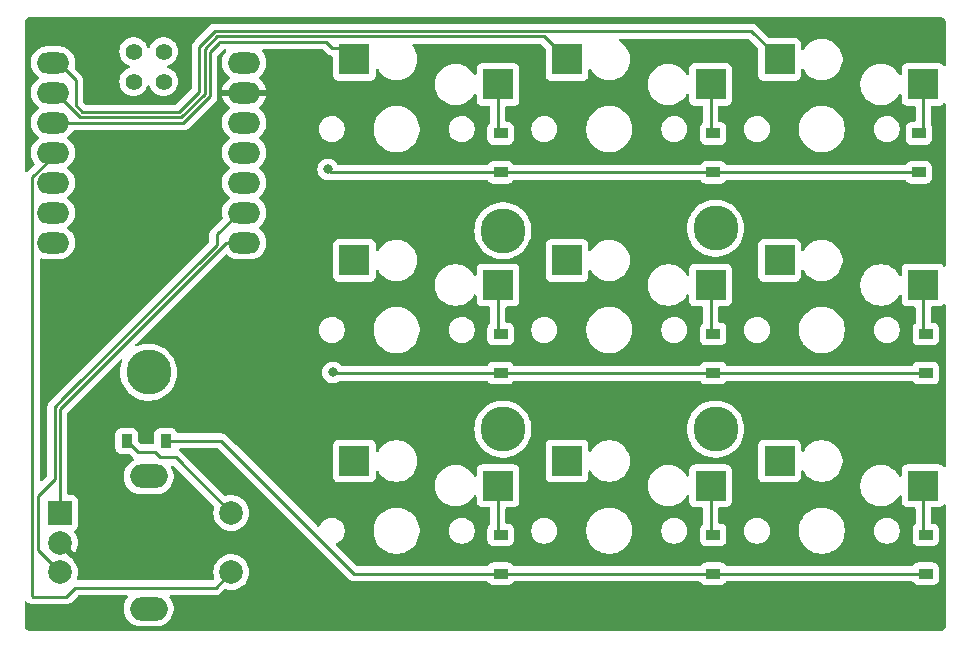
<source format=gbr>
%TF.GenerationSoftware,KiCad,Pcbnew,8.0.8*%
%TF.CreationDate,2025-02-14T20:38:13+05:30*%
%TF.ProjectId,bytepad,62797465-7061-4642-9e6b-696361645f70,8.2*%
%TF.SameCoordinates,Original*%
%TF.FileFunction,Copper,L2,Bot*%
%TF.FilePolarity,Positive*%
%FSLAX46Y46*%
G04 Gerber Fmt 4.6, Leading zero omitted, Abs format (unit mm)*
G04 Created by KiCad (PCBNEW 8.0.8) date 2025-02-14 20:38:13*
%MOMM*%
%LPD*%
G01*
G04 APERTURE LIST*
%TA.AperFunction,SMDPad,CuDef*%
%ADD10R,2.600000X2.600000*%
%TD*%
%TA.AperFunction,ComponentPad*%
%ADD11C,3.800000*%
%TD*%
%TA.AperFunction,ComponentPad*%
%ADD12O,2.750000X1.800000*%
%TD*%
%TA.AperFunction,ComponentPad*%
%ADD13C,1.397000*%
%TD*%
%TA.AperFunction,WasherPad*%
%ADD14O,3.200000X2.000000*%
%TD*%
%TA.AperFunction,ComponentPad*%
%ADD15R,2.000000X2.000000*%
%TD*%
%TA.AperFunction,ComponentPad*%
%ADD16C,2.000000*%
%TD*%
%TA.AperFunction,SMDPad,CuDef*%
%ADD17R,1.200000X0.900000*%
%TD*%
%TA.AperFunction,SMDPad,CuDef*%
%ADD18R,0.900000X1.200000*%
%TD*%
%TA.AperFunction,ViaPad*%
%ADD19C,0.800000*%
%TD*%
%TA.AperFunction,Conductor*%
%ADD20C,0.250000*%
%TD*%
G04 APERTURE END LIST*
D10*
%TO.P,SW4,1,1*%
%TO.N,COL2*%
X76425000Y-60100000D03*
%TO.P,SW4,2,2*%
%TO.N,Net-(D4-Pad2)*%
X88575000Y-62200000D03*
%TD*%
%TO.P,SW8,1,1*%
%TO.N,COL3*%
X94425000Y-77100000D03*
%TO.P,SW8,2,2*%
%TO.N,Net-(D8-Pad2)*%
X106575000Y-79200000D03*
%TD*%
%TO.P,SW6,1,1*%
%TO.N,COL4*%
X112425000Y-60100000D03*
%TO.P,SW6,2,2*%
%TO.N,Net-(D6-Pad2)*%
X124575000Y-62200000D03*
%TD*%
D11*
%TO.P,H4,1,1*%
%TO.N,unconnected-(H4-Pad1)*%
X107000000Y-74400000D03*
%TD*%
D10*
%TO.P,SW1,1,1*%
%TO.N,COL2*%
X76425000Y-43100000D03*
%TO.P,SW1,2,2*%
%TO.N,Net-(D1-Pad2)*%
X88575000Y-45200000D03*
%TD*%
%TO.P,SW7,1,1*%
%TO.N,COL2*%
X76425000Y-77100000D03*
%TO.P,SW7,2,2*%
%TO.N,Net-(D7-Pad2)*%
X88575000Y-79200000D03*
%TD*%
D11*
%TO.P,H1,1,1*%
%TO.N,unconnected-(H1-Pad1)*%
X89000000Y-57600000D03*
%TD*%
%TO.P,H5,1,1*%
%TO.N,unconnected-(H5-Pad1)*%
X59000000Y-69600000D03*
%TD*%
D12*
%TO.P,U1,1,A2*%
%TO.N,COL4*%
X50905000Y-43380000D03*
%TO.P,U1,2,A4*%
%TO.N,COL3*%
X50905000Y-45920000D03*
%TO.P,U1,3,A10*%
%TO.N,COL2*%
X50905000Y-48460000D03*
%TO.P,U1,4,A11*%
%TO.N,COL1*%
X50905000Y-51000000D03*
%TO.P,U1,5,A8_SDA*%
%TO.N,ROW1*%
X50905000Y-53540000D03*
%TO.P,U1,6,A9_SCL*%
%TO.N,ROW2*%
X50905000Y-56080000D03*
%TO.P,U1,7,B8_TX*%
%TO.N,ROW3*%
X50905000Y-58620000D03*
%TO.P,U1,8,B9_RX*%
%TO.N,ROT1A*%
X67095000Y-58620000D03*
%TO.P,U1,9,A7_SCK*%
%TO.N,ROT1B*%
X67095000Y-56080000D03*
%TO.P,U1,10,A5_MISO*%
%TO.N,unconnected-(U1-Pad10)*%
X67095000Y-53540000D03*
%TO.P,U1,11,A6_MOSI*%
%TO.N,unconnected-(U1-Pad11)*%
X67095000Y-51000000D03*
%TO.P,U1,12,3V3*%
%TO.N,unconnected-(U1-Pad12)*%
X67095000Y-48460000D03*
%TO.P,U1,13,GND*%
%TO.N,GND*%
X67095000Y-45920000D03*
%TO.P,U1,14,5V*%
%TO.N,unconnected-(U1-Pad14)*%
X67095000Y-43380000D03*
D13*
%TO.P,U1,15,A31_SWDIO*%
%TO.N,unconnected-(U1-Pad15)*%
X57730000Y-42428000D03*
%TO.P,U1,16,A30_SWCLK*%
%TO.N,unconnected-(U1-Pad16)*%
X60270000Y-42428000D03*
%TO.P,U1,17,RESET*%
%TO.N,unconnected-(U1-Pad17)*%
X57730000Y-44968000D03*
%TO.P,U1,18,GND*%
%TO.N,unconnected-(U1-Pad18)*%
X60270000Y-44968000D03*
%TD*%
D11*
%TO.P,H3,1,1*%
%TO.N,unconnected-(H3-Pad1)*%
X89000000Y-74400000D03*
%TD*%
D10*
%TO.P,SW5,1,1*%
%TO.N,COL3*%
X94425000Y-60100000D03*
%TO.P,SW5,2,2*%
%TO.N,Net-(D5-Pad2)*%
X106575000Y-62200000D03*
%TD*%
%TO.P,SW3,1,1*%
%TO.N,COL4*%
X112425000Y-43100000D03*
%TO.P,SW3,2,2*%
%TO.N,Net-(D3-Pad2)*%
X124575000Y-45200000D03*
%TD*%
D11*
%TO.P,H2,1,1*%
%TO.N,unconnected-(H2-Pad1)*%
X107000000Y-57400000D03*
%TD*%
D14*
%TO.P,ROT1,*%
%TO.N,*%
X59000000Y-78400000D03*
X59000000Y-89600000D03*
D15*
%TO.P,ROT1,A,A*%
%TO.N,ROT1A*%
X51500000Y-81500000D03*
D16*
%TO.P,ROT1,B,B*%
%TO.N,ROT1B*%
X51500000Y-86500000D03*
%TO.P,ROT1,C,C*%
%TO.N,GND*%
X51500000Y-84000000D03*
%TO.P,ROT1,S1,S1*%
%TO.N,COL1*%
X66000000Y-86500000D03*
%TO.P,ROT1,S2,S2*%
%TO.N,Net-(D10-Pad2)*%
X66000000Y-81500000D03*
%TD*%
D10*
%TO.P,SW9,1,1*%
%TO.N,COL4*%
X112425000Y-77100000D03*
%TO.P,SW9,2,2*%
%TO.N,Net-(D9-Pad2)*%
X124575000Y-79200000D03*
%TD*%
%TO.P,SW2,1,1*%
%TO.N,COL3*%
X94425000Y-43100000D03*
%TO.P,SW2,2,2*%
%TO.N,Net-(D2-Pad2)*%
X106575000Y-45200000D03*
%TD*%
D17*
%TO.P,D3,1,K*%
%TO.N,ROW1*%
X124200000Y-52650000D03*
%TO.P,D3,2,A*%
%TO.N,Net-(D3-Pad2)*%
X124200000Y-49350000D03*
%TD*%
%TO.P,D2,1,K*%
%TO.N,ROW1*%
X106800000Y-52650000D03*
%TO.P,D2,2,A*%
%TO.N,Net-(D2-Pad2)*%
X106800000Y-49350000D03*
%TD*%
%TO.P,D9,1,K*%
%TO.N,ROW3*%
X124800000Y-86650000D03*
%TO.P,D9,2,A*%
%TO.N,Net-(D9-Pad2)*%
X124800000Y-83350000D03*
%TD*%
%TO.P,D4,1,K*%
%TO.N,ROW2*%
X88800000Y-69650000D03*
%TO.P,D4,2,A*%
%TO.N,Net-(D4-Pad2)*%
X88800000Y-66350000D03*
%TD*%
%TO.P,D1,1,K*%
%TO.N,ROW1*%
X88800000Y-52650000D03*
%TO.P,D1,2,A*%
%TO.N,Net-(D1-Pad2)*%
X88800000Y-49350000D03*
%TD*%
%TO.P,D8,1,K*%
%TO.N,ROW3*%
X106800000Y-86650000D03*
%TO.P,D8,2,A*%
%TO.N,Net-(D8-Pad2)*%
X106800000Y-83350000D03*
%TD*%
%TO.P,D5,1,K*%
%TO.N,ROW2*%
X106800000Y-69650000D03*
%TO.P,D5,2,A*%
%TO.N,Net-(D5-Pad2)*%
X106800000Y-66350000D03*
%TD*%
%TO.P,D7,1,K*%
%TO.N,ROW3*%
X88800000Y-86650000D03*
%TO.P,D7,2,A*%
%TO.N,Net-(D7-Pad2)*%
X88800000Y-83350000D03*
%TD*%
%TO.P,D6,1,K*%
%TO.N,ROW2*%
X124800000Y-69650000D03*
%TO.P,D6,2,A*%
%TO.N,Net-(D6-Pad2)*%
X124800000Y-66350000D03*
%TD*%
D18*
%TO.P,D10,1,K*%
%TO.N,ROW3*%
X60450000Y-75400000D03*
%TO.P,D10,2,A*%
%TO.N,Net-(D10-Pad2)*%
X57150000Y-75400000D03*
%TD*%
D19*
%TO.N,ROW1*%
X74200000Y-52400000D03*
%TO.N,ROW2*%
X74600000Y-69600000D03*
%TO.N,ROW3*%
X60450000Y-75400000D03*
%TO.N,COL2*%
X76500000Y-43000000D03*
X76500000Y-77000000D03*
X76500000Y-60000000D03*
%TO.N,COL3*%
X94500000Y-43000000D03*
X94500000Y-77000000D03*
X94500000Y-60000000D03*
%TO.N,COL4*%
X112500000Y-77000000D03*
X112500000Y-43000000D03*
X112500000Y-60000000D03*
%TD*%
D20*
%TO.N,ROW1*%
X88800000Y-52650000D02*
X106800000Y-52650000D01*
X106800000Y-52650000D02*
X124200000Y-52650000D01*
X74450000Y-52650000D02*
X88800000Y-52650000D01*
X74200000Y-52400000D02*
X74450000Y-52650000D01*
%TO.N,Net-(D1-Pad2)*%
X88575000Y-45200000D02*
X88575000Y-49125000D01*
X88575000Y-49125000D02*
X88800000Y-49350000D01*
%TO.N,Net-(D2-Pad2)*%
X106575000Y-45200000D02*
X106575000Y-49125000D01*
X106575000Y-49125000D02*
X106800000Y-49350000D01*
%TO.N,Net-(D3-Pad2)*%
X124575000Y-48975000D02*
X124200000Y-49350000D01*
X124575000Y-45200000D02*
X124575000Y-48975000D01*
%TO.N,ROW2*%
X74600000Y-69600000D02*
X74650000Y-69650000D01*
X74650000Y-69650000D02*
X88800000Y-69650000D01*
X88800000Y-69650000D02*
X106800000Y-69650000D01*
X106800000Y-69650000D02*
X124800000Y-69650000D01*
%TO.N,Net-(D4-Pad2)*%
X88575000Y-66125000D02*
X88800000Y-66350000D01*
X88575000Y-62200000D02*
X88575000Y-66125000D01*
%TO.N,Net-(D5-Pad2)*%
X106575000Y-62200000D02*
X106575000Y-66125000D01*
X106575000Y-66125000D02*
X106800000Y-66350000D01*
%TO.N,Net-(D6-Pad2)*%
X124575000Y-62200000D02*
X124575000Y-66125000D01*
X124575000Y-66125000D02*
X124800000Y-66350000D01*
%TO.N,ROW3*%
X76418265Y-86650000D02*
X65168265Y-75400000D01*
X88800000Y-86650000D02*
X76418265Y-86650000D01*
X88800000Y-86650000D02*
X106800000Y-86650000D01*
X65168265Y-75400000D02*
X60450000Y-75400000D01*
X106800000Y-86650000D02*
X124800000Y-86650000D01*
%TO.N,Net-(D7-Pad2)*%
X88575000Y-79200000D02*
X88575000Y-83125000D01*
X88575000Y-83125000D02*
X88800000Y-83350000D01*
%TO.N,Net-(D8-Pad2)*%
X106575000Y-79200000D02*
X106575000Y-83125000D01*
X106575000Y-83125000D02*
X106800000Y-83350000D01*
%TO.N,Net-(D9-Pad2)*%
X124575000Y-83125000D02*
X124800000Y-83350000D01*
X124575000Y-79200000D02*
X124575000Y-83125000D01*
%TO.N,Net-(D10-Pad2)*%
X58074511Y-76324511D02*
X59524511Y-76324511D01*
X61300000Y-76800000D02*
X66000000Y-81500000D01*
X60000000Y-76800000D02*
X61300000Y-76800000D01*
X59524511Y-76324511D02*
X60000000Y-76800000D01*
X57150000Y-75400000D02*
X58074511Y-76324511D01*
%TO.N,ROT1A*%
X65580000Y-58620000D02*
X51500000Y-72700000D01*
X66620000Y-58620000D02*
X65580000Y-58620000D01*
X51500000Y-72700000D02*
X51500000Y-81500000D01*
%TO.N,ROT1B*%
X64782141Y-58782141D02*
X64782141Y-57917859D01*
X51050480Y-78600000D02*
X51050480Y-72513803D01*
X51050480Y-72513803D02*
X51782141Y-71782141D01*
X64782141Y-57917859D02*
X66620000Y-56080000D01*
X49600000Y-84600000D02*
X49600000Y-80050480D01*
X49600000Y-80050480D02*
X51050480Y-78600000D01*
X51782141Y-71782141D02*
X64782141Y-58782141D01*
X51500000Y-86500000D02*
X49600000Y-84600000D01*
%TO.N,COL1*%
X52000000Y-88600000D02*
X49200000Y-88600000D01*
X49200000Y-88600000D02*
X49150480Y-88550480D01*
X52775489Y-87824511D02*
X52000000Y-88600000D01*
X51238268Y-51000000D02*
X51380000Y-51000000D01*
X64675489Y-87824511D02*
X52775489Y-87824511D01*
X66000000Y-86500000D02*
X64675489Y-87824511D01*
X49150480Y-53087788D02*
X51238268Y-51000000D01*
X49150480Y-88550480D02*
X49150480Y-53087788D01*
%TO.N,COL2*%
X64200000Y-42484757D02*
X64200000Y-46200000D01*
X65000000Y-41600000D02*
X65000000Y-41684757D01*
X65000000Y-41684757D02*
X64200000Y-42484757D01*
X75480480Y-42155480D02*
X74555480Y-42155480D01*
X61940000Y-48460000D02*
X51380000Y-48460000D01*
X74000000Y-41600000D02*
X65000000Y-41600000D01*
X74555480Y-42155480D02*
X74000000Y-41600000D01*
X76425000Y-43100000D02*
X75480480Y-42155480D01*
X64200000Y-46200000D02*
X61940000Y-48460000D01*
%TO.N,COL3*%
X53210480Y-48010480D02*
X61753802Y-48010480D01*
X63750480Y-46013802D02*
X63750480Y-42213803D01*
X61753802Y-48010480D02*
X63750480Y-46013802D01*
X51380000Y-46180000D02*
X53210480Y-48010480D01*
X51380000Y-45920000D02*
X51380000Y-46180000D01*
X63750480Y-42213803D02*
X64813803Y-41150480D01*
X64813803Y-41150480D02*
X92475480Y-41150480D01*
X92475480Y-41150480D02*
X94425000Y-43100000D01*
%TO.N,COL4*%
X110025960Y-40700960D02*
X112425000Y-43100000D01*
X51380000Y-43380000D02*
X52817859Y-44817859D01*
X52817859Y-44817859D02*
X52817859Y-46982141D01*
X64627606Y-40700960D02*
X110025960Y-40700960D01*
X53396678Y-47560960D02*
X61567604Y-47560960D01*
X63300960Y-42027606D02*
X64627606Y-40700960D01*
X61567604Y-47560960D02*
X63300960Y-45827604D01*
X63300960Y-45827604D02*
X63300960Y-42027606D01*
X52817859Y-46982141D02*
X53396678Y-47560960D01*
%TD*%
%TA.AperFunction,Conductor*%
%TO.N,GND*%
G36*
X126007028Y-39501291D02*
G01*
X126097042Y-39511434D01*
X126124546Y-39517712D01*
X126203327Y-39545278D01*
X126228747Y-39557520D01*
X126299414Y-39601923D01*
X126321472Y-39619514D01*
X126380485Y-39678527D01*
X126398077Y-39700586D01*
X126442478Y-39771250D01*
X126454721Y-39796672D01*
X126482287Y-39875453D01*
X126488565Y-39902958D01*
X126498708Y-39992970D01*
X126499500Y-40007079D01*
X126499500Y-43507143D01*
X126479498Y-43575264D01*
X126425842Y-43621757D01*
X126355568Y-43631861D01*
X126290988Y-43602367D01*
X126272632Y-43582653D01*
X126239835Y-43538842D01*
X126238261Y-43536739D01*
X126238259Y-43536738D01*
X126238259Y-43536737D01*
X126121207Y-43449112D01*
X126121202Y-43449110D01*
X125984204Y-43398011D01*
X125984196Y-43398009D01*
X125923649Y-43391500D01*
X125923638Y-43391500D01*
X123226362Y-43391500D01*
X123226350Y-43391500D01*
X123165803Y-43398009D01*
X123165795Y-43398011D01*
X123028797Y-43449110D01*
X123028792Y-43449112D01*
X122911738Y-43536738D01*
X122824112Y-43653792D01*
X122824110Y-43653797D01*
X122773011Y-43790795D01*
X122773009Y-43790803D01*
X122766500Y-43851350D01*
X122766500Y-44288428D01*
X122746498Y-44356549D01*
X122692842Y-44403042D01*
X122622568Y-44413146D01*
X122557988Y-44383652D01*
X122531381Y-44351428D01*
X122458613Y-44225391D01*
X122458608Y-44225384D01*
X122318926Y-44043347D01*
X122318907Y-44043326D01*
X122156673Y-43881092D01*
X122156652Y-43881073D01*
X121974615Y-43741391D01*
X121974608Y-43741386D01*
X121775900Y-43626662D01*
X121775892Y-43626658D01*
X121775888Y-43626656D01*
X121563887Y-43538842D01*
X121342238Y-43479452D01*
X121342231Y-43479450D01*
X121114736Y-43449500D01*
X121114734Y-43449500D01*
X120885266Y-43449500D01*
X120885263Y-43449500D01*
X120657768Y-43479450D01*
X120443969Y-43536737D01*
X120436113Y-43538842D01*
X120235940Y-43621757D01*
X120224110Y-43626657D01*
X120224099Y-43626662D01*
X120025391Y-43741386D01*
X120025384Y-43741391D01*
X119843347Y-43881073D01*
X119843326Y-43881092D01*
X119681092Y-44043326D01*
X119681073Y-44043347D01*
X119541391Y-44225384D01*
X119541386Y-44225391D01*
X119426662Y-44424099D01*
X119426657Y-44424110D01*
X119426656Y-44424112D01*
X119370944Y-44558613D01*
X119338842Y-44636113D01*
X119279450Y-44857768D01*
X119249500Y-45085263D01*
X119249500Y-45314736D01*
X119279450Y-45542231D01*
X119289873Y-45581130D01*
X119338842Y-45763887D01*
X119426656Y-45975888D01*
X119426657Y-45975889D01*
X119426662Y-45975900D01*
X119541386Y-46174608D01*
X119541391Y-46174615D01*
X119681073Y-46356652D01*
X119681092Y-46356673D01*
X119843326Y-46518907D01*
X119843347Y-46518926D01*
X120025384Y-46658608D01*
X120025391Y-46658613D01*
X120224099Y-46773337D01*
X120224103Y-46773338D01*
X120224112Y-46773344D01*
X120436113Y-46861158D01*
X120657762Y-46920548D01*
X120657766Y-46920548D01*
X120657768Y-46920549D01*
X120710263Y-46927460D01*
X120885266Y-46950500D01*
X120885273Y-46950500D01*
X121114727Y-46950500D01*
X121114734Y-46950500D01*
X121320345Y-46923430D01*
X121342231Y-46920549D01*
X121342231Y-46920548D01*
X121342238Y-46920548D01*
X121563887Y-46861158D01*
X121775888Y-46773344D01*
X121974612Y-46658611D01*
X122156661Y-46518919D01*
X122318919Y-46356661D01*
X122458611Y-46174612D01*
X122531381Y-46048571D01*
X122582763Y-45999578D01*
X122652477Y-45986142D01*
X122718388Y-46012528D01*
X122759570Y-46070360D01*
X122766500Y-46111571D01*
X122766500Y-46548649D01*
X122773009Y-46609196D01*
X122773011Y-46609204D01*
X122824110Y-46746202D01*
X122824112Y-46746207D01*
X122911738Y-46863261D01*
X123028792Y-46950887D01*
X123028794Y-46950888D01*
X123028796Y-46950889D01*
X123087875Y-46972924D01*
X123165795Y-47001988D01*
X123165803Y-47001990D01*
X123226350Y-47008499D01*
X123226355Y-47008499D01*
X123226362Y-47008500D01*
X123815500Y-47008500D01*
X123883621Y-47028502D01*
X123930114Y-47082158D01*
X123941500Y-47134500D01*
X123941500Y-48265500D01*
X123921498Y-48333621D01*
X123867842Y-48380114D01*
X123815500Y-48391500D01*
X123551350Y-48391500D01*
X123490803Y-48398009D01*
X123490795Y-48398011D01*
X123353797Y-48449110D01*
X123353792Y-48449112D01*
X123236738Y-48536738D01*
X123149112Y-48653792D01*
X123149110Y-48653797D01*
X123098011Y-48790795D01*
X123098009Y-48790803D01*
X123091500Y-48851350D01*
X123091500Y-49848649D01*
X123098009Y-49909196D01*
X123098011Y-49909204D01*
X123149110Y-50046202D01*
X123149112Y-50046207D01*
X123236738Y-50163261D01*
X123353792Y-50250887D01*
X123353794Y-50250888D01*
X123353796Y-50250889D01*
X123412875Y-50272924D01*
X123490795Y-50301988D01*
X123490803Y-50301990D01*
X123551350Y-50308499D01*
X123551355Y-50308499D01*
X123551362Y-50308500D01*
X123551368Y-50308500D01*
X124848632Y-50308500D01*
X124848638Y-50308500D01*
X124848645Y-50308499D01*
X124848649Y-50308499D01*
X124909196Y-50301990D01*
X124909199Y-50301989D01*
X124909201Y-50301989D01*
X125046204Y-50250889D01*
X125163261Y-50163261D01*
X125250887Y-50046207D01*
X125250887Y-50046206D01*
X125250889Y-50046204D01*
X125301989Y-49909201D01*
X125308500Y-49848638D01*
X125308500Y-48851362D01*
X125308499Y-48851350D01*
X125301990Y-48790803D01*
X125301988Y-48790795D01*
X125250889Y-48653797D01*
X125250887Y-48653793D01*
X125233631Y-48630741D01*
X125208821Y-48564221D01*
X125208500Y-48555233D01*
X125208500Y-47134500D01*
X125228502Y-47066379D01*
X125282158Y-47019886D01*
X125334500Y-47008500D01*
X125923632Y-47008500D01*
X125923638Y-47008500D01*
X125923645Y-47008499D01*
X125923649Y-47008499D01*
X125984196Y-47001990D01*
X125984199Y-47001989D01*
X125984201Y-47001989D01*
X126121204Y-46950889D01*
X126152502Y-46927460D01*
X126238261Y-46863261D01*
X126272632Y-46817347D01*
X126329467Y-46774800D01*
X126400283Y-46769735D01*
X126462595Y-46803760D01*
X126496620Y-46866073D01*
X126499500Y-46892856D01*
X126499500Y-60507143D01*
X126479498Y-60575264D01*
X126425842Y-60621757D01*
X126355568Y-60631861D01*
X126290988Y-60602367D01*
X126272632Y-60582653D01*
X126239835Y-60538842D01*
X126238261Y-60536739D01*
X126238259Y-60536738D01*
X126238259Y-60536737D01*
X126121207Y-60449112D01*
X126121202Y-60449110D01*
X125984204Y-60398011D01*
X125984196Y-60398009D01*
X125923649Y-60391500D01*
X125923638Y-60391500D01*
X123226362Y-60391500D01*
X123226350Y-60391500D01*
X123165803Y-60398009D01*
X123165795Y-60398011D01*
X123028797Y-60449110D01*
X123028792Y-60449112D01*
X122911738Y-60536738D01*
X122824112Y-60653792D01*
X122824110Y-60653797D01*
X122773011Y-60790795D01*
X122773009Y-60790803D01*
X122766500Y-60851350D01*
X122766500Y-61288428D01*
X122746498Y-61356549D01*
X122692842Y-61403042D01*
X122622568Y-61413146D01*
X122557988Y-61383652D01*
X122531381Y-61351428D01*
X122458613Y-61225391D01*
X122458608Y-61225384D01*
X122318926Y-61043347D01*
X122318907Y-61043326D01*
X122156673Y-60881092D01*
X122156652Y-60881073D01*
X121974615Y-60741391D01*
X121974608Y-60741386D01*
X121775900Y-60626662D01*
X121775892Y-60626658D01*
X121775888Y-60626656D01*
X121563887Y-60538842D01*
X121342238Y-60479452D01*
X121342231Y-60479450D01*
X121114736Y-60449500D01*
X121114734Y-60449500D01*
X120885266Y-60449500D01*
X120885263Y-60449500D01*
X120657768Y-60479450D01*
X120443969Y-60536737D01*
X120436113Y-60538842D01*
X120235940Y-60621757D01*
X120224110Y-60626657D01*
X120224099Y-60626662D01*
X120025391Y-60741386D01*
X120025384Y-60741391D01*
X119843347Y-60881073D01*
X119843326Y-60881092D01*
X119681092Y-61043326D01*
X119681073Y-61043347D01*
X119541391Y-61225384D01*
X119541386Y-61225391D01*
X119426662Y-61424099D01*
X119426657Y-61424110D01*
X119426656Y-61424112D01*
X119370944Y-61558613D01*
X119338842Y-61636113D01*
X119279450Y-61857768D01*
X119249500Y-62085263D01*
X119249500Y-62314736D01*
X119279450Y-62542231D01*
X119279452Y-62542238D01*
X119338842Y-62763887D01*
X119426656Y-62975888D01*
X119426657Y-62975889D01*
X119426662Y-62975900D01*
X119541386Y-63174608D01*
X119541391Y-63174615D01*
X119681073Y-63356652D01*
X119681092Y-63356673D01*
X119843326Y-63518907D01*
X119843347Y-63518926D01*
X120025384Y-63658608D01*
X120025391Y-63658613D01*
X120224099Y-63773337D01*
X120224103Y-63773338D01*
X120224112Y-63773344D01*
X120436113Y-63861158D01*
X120657762Y-63920548D01*
X120657766Y-63920548D01*
X120657768Y-63920549D01*
X120716398Y-63928267D01*
X120885266Y-63950500D01*
X120885273Y-63950500D01*
X121114727Y-63950500D01*
X121114734Y-63950500D01*
X121320345Y-63923430D01*
X121342231Y-63920549D01*
X121342231Y-63920548D01*
X121342238Y-63920548D01*
X121563887Y-63861158D01*
X121775888Y-63773344D01*
X121974612Y-63658611D01*
X122156661Y-63518919D01*
X122318919Y-63356661D01*
X122458611Y-63174612D01*
X122531381Y-63048571D01*
X122582763Y-62999578D01*
X122652477Y-62986142D01*
X122718388Y-63012528D01*
X122759570Y-63070360D01*
X122766500Y-63111571D01*
X122766500Y-63548649D01*
X122773009Y-63609196D01*
X122773011Y-63609204D01*
X122824110Y-63746202D01*
X122824112Y-63746207D01*
X122911738Y-63863261D01*
X123028792Y-63950887D01*
X123028794Y-63950888D01*
X123028796Y-63950889D01*
X123087875Y-63972924D01*
X123165795Y-64001988D01*
X123165803Y-64001990D01*
X123226350Y-64008499D01*
X123226355Y-64008499D01*
X123226362Y-64008500D01*
X123815500Y-64008500D01*
X123883621Y-64028502D01*
X123930114Y-64082158D01*
X123941500Y-64134500D01*
X123941500Y-65395244D01*
X123921498Y-65463365D01*
X123891010Y-65496111D01*
X123836738Y-65536738D01*
X123749112Y-65653792D01*
X123749110Y-65653797D01*
X123698011Y-65790795D01*
X123698009Y-65790803D01*
X123691500Y-65851350D01*
X123691500Y-66848649D01*
X123698009Y-66909196D01*
X123698011Y-66909204D01*
X123749110Y-67046202D01*
X123749112Y-67046207D01*
X123836738Y-67163261D01*
X123953792Y-67250887D01*
X123953794Y-67250888D01*
X123953796Y-67250889D01*
X124012875Y-67272924D01*
X124090795Y-67301988D01*
X124090803Y-67301990D01*
X124151350Y-67308499D01*
X124151355Y-67308499D01*
X124151362Y-67308500D01*
X124151368Y-67308500D01*
X125448632Y-67308500D01*
X125448638Y-67308500D01*
X125448645Y-67308499D01*
X125448649Y-67308499D01*
X125509196Y-67301990D01*
X125509199Y-67301989D01*
X125509201Y-67301989D01*
X125646204Y-67250889D01*
X125674801Y-67229482D01*
X125763261Y-67163261D01*
X125850887Y-67046207D01*
X125850887Y-67046206D01*
X125850889Y-67046204D01*
X125901989Y-66909201D01*
X125908500Y-66848638D01*
X125908500Y-65851362D01*
X125908499Y-65851350D01*
X125901990Y-65790803D01*
X125901988Y-65790795D01*
X125850889Y-65653797D01*
X125850887Y-65653792D01*
X125763261Y-65536738D01*
X125646207Y-65449112D01*
X125646202Y-65449110D01*
X125509204Y-65398011D01*
X125509196Y-65398009D01*
X125448649Y-65391500D01*
X125448638Y-65391500D01*
X125334500Y-65391500D01*
X125266379Y-65371498D01*
X125219886Y-65317842D01*
X125208500Y-65265500D01*
X125208500Y-64134500D01*
X125228502Y-64066379D01*
X125282158Y-64019886D01*
X125334500Y-64008500D01*
X125923632Y-64008500D01*
X125923638Y-64008500D01*
X125923645Y-64008499D01*
X125923649Y-64008499D01*
X125984196Y-64001990D01*
X125984199Y-64001989D01*
X125984201Y-64001989D01*
X126121204Y-63950889D01*
X126161734Y-63920549D01*
X126238261Y-63863261D01*
X126272632Y-63817347D01*
X126329467Y-63774800D01*
X126400283Y-63769735D01*
X126462595Y-63803760D01*
X126496620Y-63866073D01*
X126499500Y-63892856D01*
X126499500Y-77507143D01*
X126479498Y-77575264D01*
X126425842Y-77621757D01*
X126355568Y-77631861D01*
X126290988Y-77602367D01*
X126272632Y-77582653D01*
X126239835Y-77538842D01*
X126238261Y-77536739D01*
X126238259Y-77536738D01*
X126238259Y-77536737D01*
X126121207Y-77449112D01*
X126121202Y-77449110D01*
X125984204Y-77398011D01*
X125984196Y-77398009D01*
X125923649Y-77391500D01*
X125923638Y-77391500D01*
X123226362Y-77391500D01*
X123226350Y-77391500D01*
X123165803Y-77398009D01*
X123165795Y-77398011D01*
X123028797Y-77449110D01*
X123028792Y-77449112D01*
X122911738Y-77536738D01*
X122824112Y-77653792D01*
X122824110Y-77653797D01*
X122773011Y-77790795D01*
X122773009Y-77790803D01*
X122766500Y-77851350D01*
X122766500Y-78288428D01*
X122746498Y-78356549D01*
X122692842Y-78403042D01*
X122622568Y-78413146D01*
X122557988Y-78383652D01*
X122531381Y-78351428D01*
X122458613Y-78225391D01*
X122458608Y-78225384D01*
X122318926Y-78043347D01*
X122318907Y-78043326D01*
X122156673Y-77881092D01*
X122156652Y-77881073D01*
X121974615Y-77741391D01*
X121974608Y-77741386D01*
X121775900Y-77626662D01*
X121775892Y-77626658D01*
X121775888Y-77626656D01*
X121563887Y-77538842D01*
X121342238Y-77479452D01*
X121342231Y-77479450D01*
X121114736Y-77449500D01*
X121114734Y-77449500D01*
X120885266Y-77449500D01*
X120885263Y-77449500D01*
X120657768Y-77479450D01*
X120493341Y-77523508D01*
X120436113Y-77538842D01*
X120235940Y-77621757D01*
X120224110Y-77626657D01*
X120224099Y-77626662D01*
X120025391Y-77741386D01*
X120025384Y-77741391D01*
X119843347Y-77881073D01*
X119843326Y-77881092D01*
X119681092Y-78043326D01*
X119681073Y-78043347D01*
X119541391Y-78225384D01*
X119541386Y-78225391D01*
X119426662Y-78424099D01*
X119426657Y-78424110D01*
X119426656Y-78424112D01*
X119370944Y-78558613D01*
X119338842Y-78636113D01*
X119279450Y-78857768D01*
X119249500Y-79085263D01*
X119249500Y-79314736D01*
X119279450Y-79542231D01*
X119281697Y-79550617D01*
X119338842Y-79763887D01*
X119426656Y-79975888D01*
X119426657Y-79975889D01*
X119426662Y-79975900D01*
X119541386Y-80174608D01*
X119541391Y-80174615D01*
X119681073Y-80356652D01*
X119681092Y-80356673D01*
X119843326Y-80518907D01*
X119843347Y-80518926D01*
X120025384Y-80658608D01*
X120025391Y-80658613D01*
X120224099Y-80773337D01*
X120224103Y-80773338D01*
X120224112Y-80773344D01*
X120436113Y-80861158D01*
X120657762Y-80920548D01*
X120657766Y-80920548D01*
X120657768Y-80920549D01*
X120716398Y-80928267D01*
X120885266Y-80950500D01*
X120885273Y-80950500D01*
X121114727Y-80950500D01*
X121114734Y-80950500D01*
X121334696Y-80921541D01*
X121342231Y-80920549D01*
X121342231Y-80920548D01*
X121342238Y-80920548D01*
X121563887Y-80861158D01*
X121775888Y-80773344D01*
X121974612Y-80658611D01*
X122156661Y-80518919D01*
X122318919Y-80356661D01*
X122458611Y-80174612D01*
X122518801Y-80070360D01*
X122531381Y-80048571D01*
X122582763Y-79999578D01*
X122652477Y-79986142D01*
X122718388Y-80012528D01*
X122759570Y-80070360D01*
X122766500Y-80111571D01*
X122766500Y-80548649D01*
X122773009Y-80609196D01*
X122773011Y-80609204D01*
X122824110Y-80746202D01*
X122824112Y-80746207D01*
X122911738Y-80863261D01*
X123028792Y-80950887D01*
X123028794Y-80950888D01*
X123028796Y-80950889D01*
X123087875Y-80972924D01*
X123165795Y-81001988D01*
X123165803Y-81001990D01*
X123226350Y-81008499D01*
X123226355Y-81008499D01*
X123226362Y-81008500D01*
X123815500Y-81008500D01*
X123883621Y-81028502D01*
X123930114Y-81082158D01*
X123941500Y-81134500D01*
X123941500Y-82395244D01*
X123921498Y-82463365D01*
X123891010Y-82496111D01*
X123836738Y-82536738D01*
X123749112Y-82653792D01*
X123749110Y-82653797D01*
X123698011Y-82790795D01*
X123698009Y-82790803D01*
X123691500Y-82851350D01*
X123691500Y-83848649D01*
X123698009Y-83909196D01*
X123698011Y-83909204D01*
X123749110Y-84046202D01*
X123749112Y-84046207D01*
X123836738Y-84163261D01*
X123953792Y-84250887D01*
X123953794Y-84250888D01*
X123953796Y-84250889D01*
X124001546Y-84268699D01*
X124090795Y-84301988D01*
X124090803Y-84301990D01*
X124151350Y-84308499D01*
X124151355Y-84308499D01*
X124151362Y-84308500D01*
X124151368Y-84308500D01*
X125448632Y-84308500D01*
X125448638Y-84308500D01*
X125448645Y-84308499D01*
X125448649Y-84308499D01*
X125509196Y-84301990D01*
X125509199Y-84301989D01*
X125509201Y-84301989D01*
X125646204Y-84250889D01*
X125763261Y-84163261D01*
X125783989Y-84135572D01*
X125850887Y-84046207D01*
X125850887Y-84046206D01*
X125850889Y-84046204D01*
X125901989Y-83909201D01*
X125905072Y-83880529D01*
X125908499Y-83848649D01*
X125908500Y-83848632D01*
X125908500Y-82851367D01*
X125908499Y-82851350D01*
X125901990Y-82790803D01*
X125901988Y-82790795D01*
X125850889Y-82653797D01*
X125850887Y-82653792D01*
X125763261Y-82536738D01*
X125646207Y-82449112D01*
X125646202Y-82449110D01*
X125509204Y-82398011D01*
X125509196Y-82398009D01*
X125448649Y-82391500D01*
X125448638Y-82391500D01*
X125334500Y-82391500D01*
X125266379Y-82371498D01*
X125219886Y-82317842D01*
X125208500Y-82265500D01*
X125208500Y-81134500D01*
X125228502Y-81066379D01*
X125282158Y-81019886D01*
X125334500Y-81008500D01*
X125923632Y-81008500D01*
X125923638Y-81008500D01*
X125923645Y-81008499D01*
X125923649Y-81008499D01*
X125984196Y-81001990D01*
X125984199Y-81001989D01*
X125984201Y-81001989D01*
X126121204Y-80950889D01*
X126161734Y-80920549D01*
X126238261Y-80863261D01*
X126272632Y-80817347D01*
X126329467Y-80774800D01*
X126400283Y-80769735D01*
X126462595Y-80803760D01*
X126496620Y-80866073D01*
X126499500Y-80892856D01*
X126499500Y-90992920D01*
X126498708Y-91007029D01*
X126488565Y-91097041D01*
X126482287Y-91124546D01*
X126454721Y-91203327D01*
X126442478Y-91228749D01*
X126398077Y-91299413D01*
X126380485Y-91321472D01*
X126321472Y-91380485D01*
X126299413Y-91398077D01*
X126228749Y-91442478D01*
X126203327Y-91454721D01*
X126124546Y-91482287D01*
X126097041Y-91488565D01*
X126021291Y-91497100D01*
X126007027Y-91498708D01*
X125992921Y-91499500D01*
X49007079Y-91499500D01*
X48992972Y-91498708D01*
X48976295Y-91496829D01*
X48902958Y-91488565D01*
X48875453Y-91482287D01*
X48796672Y-91454721D01*
X48771250Y-91442478D01*
X48700586Y-91398077D01*
X48678527Y-91380485D01*
X48619514Y-91321472D01*
X48601922Y-91299413D01*
X48557521Y-91228749D01*
X48545278Y-91203327D01*
X48517712Y-91124546D01*
X48511434Y-91097040D01*
X48501292Y-91007028D01*
X48500500Y-90992920D01*
X48500500Y-89100594D01*
X48520502Y-89032473D01*
X48574158Y-88985980D01*
X48644432Y-88975876D01*
X48709012Y-89005370D01*
X48715595Y-89011499D01*
X48796167Y-89092071D01*
X48899925Y-89161400D01*
X49015215Y-89209155D01*
X49137606Y-89233500D01*
X49137607Y-89233500D01*
X52062393Y-89233500D01*
X52062394Y-89233500D01*
X52184785Y-89209155D01*
X52300075Y-89161400D01*
X52403833Y-89092071D01*
X53000988Y-88494916D01*
X53063300Y-88460890D01*
X53090083Y-88458011D01*
X57117806Y-88458011D01*
X57185927Y-88478013D01*
X57232420Y-88531669D01*
X57242524Y-88601943D01*
X57219742Y-88658070D01*
X57178877Y-88714316D01*
X57109817Y-88809369D01*
X57002019Y-89020935D01*
X57002016Y-89020941D01*
X56928645Y-89246753D01*
X56928644Y-89246758D01*
X56928644Y-89246759D01*
X56891500Y-89481278D01*
X56891500Y-89718722D01*
X56928644Y-89953241D01*
X56928645Y-89953246D01*
X57002016Y-90179058D01*
X57002018Y-90179063D01*
X57109815Y-90390627D01*
X57249380Y-90582722D01*
X57249382Y-90582724D01*
X57249384Y-90582727D01*
X57417272Y-90750615D01*
X57417275Y-90750617D01*
X57417278Y-90750620D01*
X57609373Y-90890185D01*
X57820937Y-90997982D01*
X58046759Y-91071356D01*
X58281278Y-91108500D01*
X58281281Y-91108500D01*
X59718719Y-91108500D01*
X59718722Y-91108500D01*
X59953241Y-91071356D01*
X60179063Y-90997982D01*
X60390627Y-90890185D01*
X60582722Y-90750620D01*
X60750620Y-90582722D01*
X60890185Y-90390627D01*
X60997982Y-90179063D01*
X61071356Y-89953241D01*
X61108500Y-89718722D01*
X61108500Y-89481278D01*
X61071356Y-89246759D01*
X60997982Y-89020937D01*
X60890185Y-88809373D01*
X60780257Y-88658070D01*
X60756400Y-88591205D01*
X60772480Y-88522053D01*
X60823394Y-88472573D01*
X60882194Y-88458011D01*
X64737882Y-88458011D01*
X64737883Y-88458011D01*
X64860274Y-88433666D01*
X64975564Y-88385911D01*
X65079322Y-88316582D01*
X65421541Y-87974361D01*
X65483851Y-87940338D01*
X65540044Y-87940938D01*
X65763289Y-87994535D01*
X66000000Y-88013165D01*
X66236711Y-87994535D01*
X66467594Y-87939105D01*
X66686963Y-87848240D01*
X66889416Y-87724176D01*
X67069969Y-87569969D01*
X67224176Y-87389416D01*
X67348240Y-87186963D01*
X67439105Y-86967594D01*
X67494535Y-86736711D01*
X67513165Y-86500000D01*
X67494535Y-86263289D01*
X67439105Y-86032406D01*
X67348240Y-85813037D01*
X67224176Y-85610584D01*
X67224173Y-85610580D01*
X67069969Y-85430030D01*
X66889419Y-85275826D01*
X66889417Y-85275825D01*
X66889416Y-85275824D01*
X66686963Y-85151760D01*
X66467594Y-85060895D01*
X66467592Y-85060894D01*
X66309651Y-85022976D01*
X66236711Y-85005465D01*
X66000000Y-84986835D01*
X65763289Y-85005465D01*
X65532407Y-85060894D01*
X65313038Y-85151759D01*
X65110582Y-85275825D01*
X65110580Y-85275826D01*
X64930030Y-85430030D01*
X64775826Y-85610580D01*
X64775825Y-85610582D01*
X64651759Y-85813038D01*
X64560894Y-86032407D01*
X64505465Y-86263289D01*
X64486835Y-86500000D01*
X64505465Y-86736711D01*
X64559059Y-86959950D01*
X64555511Y-87030858D01*
X64525637Y-87078457D01*
X64449991Y-87154105D01*
X64387679Y-87188131D01*
X64360894Y-87191011D01*
X53035135Y-87191011D01*
X52967014Y-87171009D01*
X52920521Y-87117353D01*
X52910417Y-87047079D01*
X52918726Y-87016794D01*
X52923295Y-87005760D01*
X52939105Y-86967594D01*
X52994535Y-86736711D01*
X53013165Y-86500000D01*
X52994535Y-86263289D01*
X52939105Y-86032406D01*
X52848240Y-85813037D01*
X52724176Y-85610584D01*
X52724173Y-85610580D01*
X52569969Y-85430030D01*
X52421937Y-85303599D01*
X52383127Y-85244149D01*
X52382952Y-85242161D01*
X51624948Y-84484157D01*
X51692993Y-84465925D01*
X51807007Y-84400099D01*
X51900099Y-84307007D01*
X51965925Y-84192993D01*
X51984157Y-84124948D01*
X52733101Y-84873892D01*
X52733102Y-84873891D01*
X52847791Y-84686738D01*
X52938628Y-84467437D01*
X52994039Y-84236632D01*
X53012662Y-84000000D01*
X52994039Y-83763367D01*
X52938628Y-83532562D01*
X52847791Y-83313261D01*
X52723606Y-83110611D01*
X52705067Y-83042078D01*
X52726523Y-82974401D01*
X52755527Y-82943909D01*
X52863261Y-82863261D01*
X52872169Y-82851362D01*
X52950887Y-82746207D01*
X52950887Y-82746206D01*
X52950889Y-82746204D01*
X53001989Y-82609201D01*
X53005025Y-82580966D01*
X53008499Y-82548649D01*
X53008500Y-82548632D01*
X53008500Y-80451367D01*
X53008499Y-80451350D01*
X53001990Y-80390803D01*
X53001988Y-80390795D01*
X52950889Y-80253797D01*
X52950887Y-80253792D01*
X52863261Y-80136738D01*
X52746207Y-80049112D01*
X52746202Y-80049110D01*
X52609204Y-79998011D01*
X52609196Y-79998009D01*
X52548649Y-79991500D01*
X52548638Y-79991500D01*
X52259500Y-79991500D01*
X52191379Y-79971498D01*
X52144886Y-79917842D01*
X52133500Y-79865500D01*
X52133500Y-74751350D01*
X56191500Y-74751350D01*
X56191500Y-76048649D01*
X56198009Y-76109196D01*
X56198011Y-76109204D01*
X56249110Y-76246202D01*
X56249112Y-76246207D01*
X56336738Y-76363261D01*
X56453792Y-76450887D01*
X56453794Y-76450888D01*
X56453796Y-76450889D01*
X56512875Y-76472924D01*
X56590795Y-76501988D01*
X56590803Y-76501990D01*
X56651350Y-76508499D01*
X56651355Y-76508499D01*
X56651362Y-76508500D01*
X57310406Y-76508500D01*
X57378527Y-76528502D01*
X57399501Y-76545405D01*
X57670678Y-76816582D01*
X57705024Y-76839531D01*
X57714395Y-76845793D01*
X57759923Y-76900270D01*
X57768771Y-76970713D01*
X57738129Y-77034757D01*
X57701596Y-77062825D01*
X57609369Y-77109816D01*
X57417275Y-77249382D01*
X57417272Y-77249384D01*
X57249384Y-77417272D01*
X57249382Y-77417275D01*
X57109817Y-77609369D01*
X57002019Y-77820935D01*
X57002016Y-77820941D01*
X56928645Y-78046753D01*
X56928644Y-78046758D01*
X56928644Y-78046759D01*
X56891500Y-78281278D01*
X56891500Y-78518722D01*
X56926850Y-78741915D01*
X56928645Y-78753246D01*
X56999267Y-78970596D01*
X57002018Y-78979063D01*
X57109815Y-79190627D01*
X57249380Y-79382722D01*
X57249382Y-79382724D01*
X57249384Y-79382727D01*
X57417272Y-79550615D01*
X57417275Y-79550617D01*
X57417278Y-79550620D01*
X57609373Y-79690185D01*
X57820937Y-79797982D01*
X58046759Y-79871356D01*
X58281278Y-79908500D01*
X58281281Y-79908500D01*
X59718719Y-79908500D01*
X59718722Y-79908500D01*
X59953241Y-79871356D01*
X60179063Y-79797982D01*
X60390627Y-79690185D01*
X60582722Y-79550620D01*
X60750620Y-79382722D01*
X60890185Y-79190627D01*
X60997982Y-78979063D01*
X61071356Y-78753241D01*
X61108500Y-78518722D01*
X61108500Y-78281278D01*
X61071356Y-78046759D01*
X60997982Y-77820937D01*
X60915505Y-77659067D01*
X60902402Y-77589293D01*
X60929102Y-77523508D01*
X60987130Y-77482602D01*
X61058061Y-77479562D01*
X61116868Y-77512772D01*
X64525636Y-80921541D01*
X64559662Y-80983853D01*
X64559060Y-81040049D01*
X64532891Y-81149050D01*
X64505465Y-81263289D01*
X64486835Y-81500000D01*
X64505465Y-81736710D01*
X64560894Y-81967592D01*
X64651759Y-82186961D01*
X64775825Y-82389417D01*
X64775826Y-82389419D01*
X64930030Y-82569969D01*
X65110580Y-82724173D01*
X65110584Y-82724176D01*
X65313037Y-82848240D01*
X65532406Y-82939105D01*
X65763289Y-82994535D01*
X66000000Y-83013165D01*
X66236711Y-82994535D01*
X66467594Y-82939105D01*
X66686963Y-82848240D01*
X66889416Y-82724176D01*
X67069969Y-82569969D01*
X67224176Y-82389416D01*
X67348240Y-82186963D01*
X67439105Y-81967594D01*
X67494535Y-81736711D01*
X67513165Y-81500000D01*
X67494535Y-81263289D01*
X67439105Y-81032406D01*
X67348240Y-80813037D01*
X67224176Y-80610584D01*
X67224173Y-80610580D01*
X67069969Y-80430030D01*
X66889419Y-80275826D01*
X66889417Y-80275825D01*
X66889416Y-80275824D01*
X66686963Y-80151760D01*
X66650697Y-80136738D01*
X66467592Y-80060894D01*
X66309651Y-80022976D01*
X66236711Y-80005465D01*
X66000000Y-79986835D01*
X65763289Y-80005465D01*
X65540049Y-80059059D01*
X65469142Y-80055513D01*
X65421541Y-80025636D01*
X61703835Y-76307931D01*
X61703833Y-76307929D01*
X61638484Y-76264264D01*
X61592957Y-76209789D01*
X61584109Y-76139345D01*
X61614750Y-76075301D01*
X61675152Y-76037990D01*
X61708487Y-76033500D01*
X64853671Y-76033500D01*
X64921792Y-76053502D01*
X64942765Y-76070404D01*
X76014432Y-87142072D01*
X76118190Y-87211401D01*
X76199712Y-87245168D01*
X76233480Y-87259155D01*
X76355871Y-87283500D01*
X76355872Y-87283500D01*
X76480659Y-87283500D01*
X87640113Y-87283500D01*
X87708234Y-87303502D01*
X87742275Y-87340064D01*
X87743711Y-87338990D01*
X87749110Y-87346202D01*
X87749111Y-87346204D01*
X87767663Y-87370987D01*
X87836738Y-87463261D01*
X87953792Y-87550887D01*
X87953794Y-87550888D01*
X87953796Y-87550889D01*
X88004951Y-87569969D01*
X88090795Y-87601988D01*
X88090803Y-87601990D01*
X88151350Y-87608499D01*
X88151355Y-87608499D01*
X88151362Y-87608500D01*
X88151368Y-87608500D01*
X89448632Y-87608500D01*
X89448638Y-87608500D01*
X89448645Y-87608499D01*
X89448649Y-87608499D01*
X89509196Y-87601990D01*
X89509199Y-87601989D01*
X89509201Y-87601989D01*
X89646204Y-87550889D01*
X89763261Y-87463261D01*
X89850889Y-87346204D01*
X89850890Y-87346202D01*
X89856289Y-87338990D01*
X89858081Y-87340331D01*
X89899507Y-87298909D01*
X89959887Y-87283500D01*
X105640113Y-87283500D01*
X105708234Y-87303502D01*
X105742275Y-87340064D01*
X105743711Y-87338990D01*
X105749110Y-87346202D01*
X105749111Y-87346204D01*
X105767663Y-87370987D01*
X105836738Y-87463261D01*
X105953792Y-87550887D01*
X105953794Y-87550888D01*
X105953796Y-87550889D01*
X106004951Y-87569969D01*
X106090795Y-87601988D01*
X106090803Y-87601990D01*
X106151350Y-87608499D01*
X106151355Y-87608499D01*
X106151362Y-87608500D01*
X106151368Y-87608500D01*
X107448632Y-87608500D01*
X107448638Y-87608500D01*
X107448645Y-87608499D01*
X107448649Y-87608499D01*
X107509196Y-87601990D01*
X107509199Y-87601989D01*
X107509201Y-87601989D01*
X107646204Y-87550889D01*
X107763261Y-87463261D01*
X107850889Y-87346204D01*
X107850890Y-87346202D01*
X107856289Y-87338990D01*
X107858081Y-87340331D01*
X107899507Y-87298909D01*
X107959887Y-87283500D01*
X123640113Y-87283500D01*
X123708234Y-87303502D01*
X123742275Y-87340064D01*
X123743711Y-87338990D01*
X123749110Y-87346202D01*
X123749111Y-87346204D01*
X123767663Y-87370987D01*
X123836738Y-87463261D01*
X123953792Y-87550887D01*
X123953794Y-87550888D01*
X123953796Y-87550889D01*
X124004951Y-87569969D01*
X124090795Y-87601988D01*
X124090803Y-87601990D01*
X124151350Y-87608499D01*
X124151355Y-87608499D01*
X124151362Y-87608500D01*
X124151368Y-87608500D01*
X125448632Y-87608500D01*
X125448638Y-87608500D01*
X125448645Y-87608499D01*
X125448649Y-87608499D01*
X125509196Y-87601990D01*
X125509199Y-87601989D01*
X125509201Y-87601989D01*
X125646204Y-87550889D01*
X125763261Y-87463261D01*
X125850889Y-87346204D01*
X125894960Y-87228045D01*
X125901988Y-87209204D01*
X125901990Y-87209196D01*
X125908499Y-87148649D01*
X125908500Y-87148632D01*
X125908500Y-86151367D01*
X125908499Y-86151350D01*
X125901990Y-86090803D01*
X125901988Y-86090795D01*
X125866816Y-85996498D01*
X125850889Y-85953796D01*
X125850888Y-85953794D01*
X125850887Y-85953792D01*
X125763261Y-85836738D01*
X125646207Y-85749112D01*
X125646202Y-85749110D01*
X125509204Y-85698011D01*
X125509196Y-85698009D01*
X125448649Y-85691500D01*
X125448638Y-85691500D01*
X124151362Y-85691500D01*
X124151350Y-85691500D01*
X124090803Y-85698009D01*
X124090795Y-85698011D01*
X123953797Y-85749110D01*
X123953792Y-85749112D01*
X123836738Y-85836738D01*
X123743711Y-85961010D01*
X123741918Y-85959668D01*
X123700493Y-86001091D01*
X123640113Y-86016500D01*
X107959887Y-86016500D01*
X107891766Y-85996498D01*
X107857724Y-85959935D01*
X107856289Y-85961010D01*
X107763261Y-85836738D01*
X107646207Y-85749112D01*
X107646202Y-85749110D01*
X107509204Y-85698011D01*
X107509196Y-85698009D01*
X107448649Y-85691500D01*
X107448638Y-85691500D01*
X106151362Y-85691500D01*
X106151350Y-85691500D01*
X106090803Y-85698009D01*
X106090795Y-85698011D01*
X105953797Y-85749110D01*
X105953792Y-85749112D01*
X105836738Y-85836738D01*
X105743711Y-85961010D01*
X105741918Y-85959668D01*
X105700493Y-86001091D01*
X105640113Y-86016500D01*
X89959887Y-86016500D01*
X89891766Y-85996498D01*
X89857724Y-85959935D01*
X89856289Y-85961010D01*
X89763261Y-85836738D01*
X89646207Y-85749112D01*
X89646202Y-85749110D01*
X89509204Y-85698011D01*
X89509196Y-85698009D01*
X89448649Y-85691500D01*
X89448638Y-85691500D01*
X88151362Y-85691500D01*
X88151350Y-85691500D01*
X88090803Y-85698009D01*
X88090795Y-85698011D01*
X87953797Y-85749110D01*
X87953792Y-85749112D01*
X87836738Y-85836738D01*
X87743711Y-85961010D01*
X87741918Y-85959668D01*
X87700493Y-86001091D01*
X87640113Y-86016500D01*
X76732860Y-86016500D01*
X76664739Y-85996498D01*
X76643765Y-85979595D01*
X74887142Y-84222972D01*
X74853116Y-84160660D01*
X74858181Y-84089845D01*
X74900728Y-84033009D01*
X74919035Y-84021610D01*
X74922442Y-84019873D01*
X74922445Y-84019873D01*
X75076788Y-83941232D01*
X75216928Y-83839414D01*
X75339414Y-83716928D01*
X75441232Y-83576788D01*
X75519873Y-83422445D01*
X75573402Y-83257701D01*
X75600500Y-83086611D01*
X75600500Y-82913389D01*
X75593969Y-82872154D01*
X78049500Y-82872154D01*
X78049500Y-83127845D01*
X78082872Y-83381332D01*
X78082873Y-83381338D01*
X78082874Y-83381340D01*
X78149050Y-83628313D01*
X78246896Y-83864535D01*
X78246897Y-83864536D01*
X78246902Y-83864546D01*
X78374736Y-84085961D01*
X78374738Y-84085963D01*
X78374739Y-84085965D01*
X78456865Y-84192993D01*
X78530385Y-84288807D01*
X78530404Y-84288828D01*
X78711171Y-84469595D01*
X78711181Y-84469604D01*
X78711187Y-84469610D01*
X78914035Y-84625261D01*
X79135465Y-84753104D01*
X79371687Y-84850950D01*
X79618660Y-84917126D01*
X79618666Y-84917126D01*
X79618667Y-84917127D01*
X79647751Y-84920956D01*
X79872157Y-84950500D01*
X79872164Y-84950500D01*
X80127836Y-84950500D01*
X80127843Y-84950500D01*
X80381340Y-84917126D01*
X80628313Y-84850950D01*
X80864535Y-84753104D01*
X81085965Y-84625261D01*
X81288813Y-84469610D01*
X81469610Y-84288813D01*
X81625261Y-84085965D01*
X81753104Y-83864535D01*
X81850950Y-83628313D01*
X81917126Y-83381340D01*
X81950500Y-83127843D01*
X81950500Y-82913389D01*
X84399500Y-82913389D01*
X84399500Y-83086611D01*
X84426598Y-83257701D01*
X84480127Y-83422445D01*
X84480128Y-83422448D01*
X84480130Y-83422452D01*
X84558768Y-83576788D01*
X84660587Y-83716930D01*
X84783069Y-83839412D01*
X84783072Y-83839414D01*
X84923212Y-83941232D01*
X85077555Y-84019873D01*
X85242299Y-84073402D01*
X85413389Y-84100500D01*
X85413392Y-84100500D01*
X85586608Y-84100500D01*
X85586611Y-84100500D01*
X85757701Y-84073402D01*
X85922445Y-84019873D01*
X86076788Y-83941232D01*
X86216928Y-83839414D01*
X86339414Y-83716928D01*
X86441232Y-83576788D01*
X86519873Y-83422445D01*
X86573402Y-83257701D01*
X86600500Y-83086611D01*
X86600500Y-82913389D01*
X86573402Y-82742299D01*
X86519873Y-82577555D01*
X86441232Y-82423212D01*
X86339414Y-82283072D01*
X86339412Y-82283069D01*
X86216930Y-82160587D01*
X86076788Y-82058768D01*
X85922452Y-81980130D01*
X85922448Y-81980128D01*
X85922445Y-81980127D01*
X85757701Y-81926598D01*
X85586611Y-81899500D01*
X85413389Y-81899500D01*
X85242299Y-81926598D01*
X85242296Y-81926598D01*
X85242295Y-81926599D01*
X85163253Y-81952281D01*
X85077555Y-81980127D01*
X85077553Y-81980127D01*
X85077547Y-81980130D01*
X84923211Y-82058768D01*
X84783069Y-82160587D01*
X84660587Y-82283069D01*
X84558768Y-82423211D01*
X84480130Y-82577547D01*
X84480127Y-82577556D01*
X84432487Y-82724176D01*
X84426598Y-82742299D01*
X84399500Y-82913389D01*
X81950500Y-82913389D01*
X81950500Y-82872157D01*
X81917126Y-82618660D01*
X81850950Y-82371687D01*
X81753104Y-82135465D01*
X81663419Y-81980127D01*
X81625263Y-81914038D01*
X81625261Y-81914035D01*
X81469610Y-81711187D01*
X81469604Y-81711181D01*
X81469595Y-81711171D01*
X81288828Y-81530404D01*
X81288807Y-81530385D01*
X81195548Y-81458825D01*
X81085965Y-81374739D01*
X81085963Y-81374738D01*
X81085961Y-81374736D01*
X80864546Y-81246902D01*
X80864541Y-81246899D01*
X80864535Y-81246896D01*
X80628313Y-81149050D01*
X80381340Y-81082874D01*
X80381338Y-81082873D01*
X80381332Y-81082872D01*
X80127845Y-81049500D01*
X80127843Y-81049500D01*
X79872157Y-81049500D01*
X79872154Y-81049500D01*
X79618667Y-81082872D01*
X79371687Y-81149050D01*
X79135463Y-81246897D01*
X79135453Y-81246902D01*
X78914038Y-81374736D01*
X78914032Y-81374741D01*
X78711192Y-81530385D01*
X78711171Y-81530404D01*
X78530404Y-81711171D01*
X78530385Y-81711192D01*
X78374741Y-81914032D01*
X78374736Y-81914038D01*
X78246902Y-82135453D01*
X78246897Y-82135463D01*
X78149050Y-82371687D01*
X78082872Y-82618667D01*
X78049500Y-82872154D01*
X75593969Y-82872154D01*
X75573402Y-82742299D01*
X75519873Y-82577555D01*
X75441232Y-82423212D01*
X75339414Y-82283072D01*
X75339412Y-82283069D01*
X75216930Y-82160587D01*
X75076788Y-82058768D01*
X74922452Y-81980130D01*
X74922448Y-81980128D01*
X74922445Y-81980127D01*
X74757701Y-81926598D01*
X74586611Y-81899500D01*
X74413389Y-81899500D01*
X74242299Y-81926598D01*
X74242296Y-81926598D01*
X74242295Y-81926599D01*
X74163253Y-81952281D01*
X74077555Y-81980127D01*
X74077553Y-81980127D01*
X74077547Y-81980130D01*
X73923211Y-82058768D01*
X73783069Y-82160587D01*
X73660587Y-82283069D01*
X73558770Y-82423208D01*
X73478389Y-82580966D01*
X73429641Y-82632581D01*
X73360726Y-82649647D01*
X73293524Y-82626746D01*
X73277027Y-82612858D01*
X69749432Y-79085263D01*
X83249500Y-79085263D01*
X83249500Y-79314736D01*
X83279450Y-79542231D01*
X83281697Y-79550617D01*
X83338842Y-79763887D01*
X83426656Y-79975888D01*
X83426657Y-79975889D01*
X83426662Y-79975900D01*
X83541386Y-80174608D01*
X83541391Y-80174615D01*
X83681073Y-80356652D01*
X83681092Y-80356673D01*
X83843326Y-80518907D01*
X83843347Y-80518926D01*
X84025384Y-80658608D01*
X84025391Y-80658613D01*
X84224099Y-80773337D01*
X84224103Y-80773338D01*
X84224112Y-80773344D01*
X84436113Y-80861158D01*
X84657762Y-80920548D01*
X84657766Y-80920548D01*
X84657768Y-80920549D01*
X84716398Y-80928267D01*
X84885266Y-80950500D01*
X84885273Y-80950500D01*
X85114727Y-80950500D01*
X85114734Y-80950500D01*
X85334696Y-80921541D01*
X85342231Y-80920549D01*
X85342231Y-80920548D01*
X85342238Y-80920548D01*
X85563887Y-80861158D01*
X85775888Y-80773344D01*
X85974612Y-80658611D01*
X86156661Y-80518919D01*
X86318919Y-80356661D01*
X86458611Y-80174612D01*
X86518801Y-80070360D01*
X86531381Y-80048571D01*
X86582763Y-79999578D01*
X86652477Y-79986142D01*
X86718388Y-80012528D01*
X86759570Y-80070360D01*
X86766500Y-80111571D01*
X86766500Y-80548649D01*
X86773009Y-80609196D01*
X86773011Y-80609204D01*
X86824110Y-80746202D01*
X86824112Y-80746207D01*
X86911738Y-80863261D01*
X87028792Y-80950887D01*
X87028794Y-80950888D01*
X87028796Y-80950889D01*
X87087875Y-80972924D01*
X87165795Y-81001988D01*
X87165803Y-81001990D01*
X87226350Y-81008499D01*
X87226355Y-81008499D01*
X87226362Y-81008500D01*
X87815500Y-81008500D01*
X87883621Y-81028502D01*
X87930114Y-81082158D01*
X87941500Y-81134500D01*
X87941500Y-82395244D01*
X87921498Y-82463365D01*
X87891010Y-82496111D01*
X87836738Y-82536738D01*
X87749112Y-82653792D01*
X87749110Y-82653797D01*
X87698011Y-82790795D01*
X87698009Y-82790803D01*
X87691500Y-82851350D01*
X87691500Y-83848649D01*
X87698009Y-83909196D01*
X87698011Y-83909204D01*
X87749110Y-84046202D01*
X87749112Y-84046207D01*
X87836738Y-84163261D01*
X87953792Y-84250887D01*
X87953794Y-84250888D01*
X87953796Y-84250889D01*
X88001546Y-84268699D01*
X88090795Y-84301988D01*
X88090803Y-84301990D01*
X88151350Y-84308499D01*
X88151355Y-84308499D01*
X88151362Y-84308500D01*
X88151368Y-84308500D01*
X89448632Y-84308500D01*
X89448638Y-84308500D01*
X89448645Y-84308499D01*
X89448649Y-84308499D01*
X89509196Y-84301990D01*
X89509199Y-84301989D01*
X89509201Y-84301989D01*
X89646204Y-84250889D01*
X89763261Y-84163261D01*
X89783989Y-84135572D01*
X89850887Y-84046207D01*
X89850887Y-84046206D01*
X89850889Y-84046204D01*
X89901989Y-83909201D01*
X89905072Y-83880529D01*
X89908499Y-83848649D01*
X89908500Y-83848632D01*
X89908500Y-82913389D01*
X91399500Y-82913389D01*
X91399500Y-83086611D01*
X91426598Y-83257701D01*
X91480127Y-83422445D01*
X91480128Y-83422448D01*
X91480130Y-83422452D01*
X91558768Y-83576788D01*
X91660587Y-83716930D01*
X91783069Y-83839412D01*
X91783072Y-83839414D01*
X91923212Y-83941232D01*
X92077555Y-84019873D01*
X92242299Y-84073402D01*
X92413389Y-84100500D01*
X92413392Y-84100500D01*
X92586608Y-84100500D01*
X92586611Y-84100500D01*
X92757701Y-84073402D01*
X92922445Y-84019873D01*
X93076788Y-83941232D01*
X93216928Y-83839414D01*
X93339414Y-83716928D01*
X93441232Y-83576788D01*
X93519873Y-83422445D01*
X93573402Y-83257701D01*
X93600500Y-83086611D01*
X93600500Y-82913389D01*
X93593969Y-82872154D01*
X96049500Y-82872154D01*
X96049500Y-83127845D01*
X96082872Y-83381332D01*
X96082873Y-83381338D01*
X96082874Y-83381340D01*
X96149050Y-83628313D01*
X96246896Y-83864535D01*
X96246897Y-83864536D01*
X96246902Y-83864546D01*
X96374736Y-84085961D01*
X96374738Y-84085963D01*
X96374739Y-84085965D01*
X96456865Y-84192993D01*
X96530385Y-84288807D01*
X96530404Y-84288828D01*
X96711171Y-84469595D01*
X96711181Y-84469604D01*
X96711187Y-84469610D01*
X96914035Y-84625261D01*
X97135465Y-84753104D01*
X97371687Y-84850950D01*
X97618660Y-84917126D01*
X97618666Y-84917126D01*
X97618667Y-84917127D01*
X97647751Y-84920956D01*
X97872157Y-84950500D01*
X97872164Y-84950500D01*
X98127836Y-84950500D01*
X98127843Y-84950500D01*
X98381340Y-84917126D01*
X98628313Y-84850950D01*
X98864535Y-84753104D01*
X99085965Y-84625261D01*
X99288813Y-84469610D01*
X99469610Y-84288813D01*
X99625261Y-84085965D01*
X99753104Y-83864535D01*
X99850950Y-83628313D01*
X99917126Y-83381340D01*
X99950500Y-83127843D01*
X99950500Y-82913389D01*
X102399500Y-82913389D01*
X102399500Y-83086611D01*
X102426598Y-83257701D01*
X102480127Y-83422445D01*
X102480128Y-83422448D01*
X102480130Y-83422452D01*
X102558768Y-83576788D01*
X102660587Y-83716930D01*
X102783069Y-83839412D01*
X102783072Y-83839414D01*
X102923212Y-83941232D01*
X103077555Y-84019873D01*
X103242299Y-84073402D01*
X103413389Y-84100500D01*
X103413392Y-84100500D01*
X103586608Y-84100500D01*
X103586611Y-84100500D01*
X103757701Y-84073402D01*
X103922445Y-84019873D01*
X104076788Y-83941232D01*
X104216928Y-83839414D01*
X104339414Y-83716928D01*
X104441232Y-83576788D01*
X104519873Y-83422445D01*
X104573402Y-83257701D01*
X104600500Y-83086611D01*
X104600500Y-82913389D01*
X104573402Y-82742299D01*
X104519873Y-82577555D01*
X104441232Y-82423212D01*
X104339414Y-82283072D01*
X104339412Y-82283069D01*
X104216930Y-82160587D01*
X104076788Y-82058768D01*
X103922452Y-81980130D01*
X103922448Y-81980128D01*
X103922445Y-81980127D01*
X103757701Y-81926598D01*
X103586611Y-81899500D01*
X103413389Y-81899500D01*
X103242299Y-81926598D01*
X103242296Y-81926598D01*
X103242295Y-81926599D01*
X103163253Y-81952281D01*
X103077555Y-81980127D01*
X103077553Y-81980127D01*
X103077547Y-81980130D01*
X102923211Y-82058768D01*
X102783069Y-82160587D01*
X102660587Y-82283069D01*
X102558768Y-82423211D01*
X102480130Y-82577547D01*
X102480127Y-82577556D01*
X102432487Y-82724176D01*
X102426598Y-82742299D01*
X102399500Y-82913389D01*
X99950500Y-82913389D01*
X99950500Y-82872157D01*
X99917126Y-82618660D01*
X99850950Y-82371687D01*
X99753104Y-82135465D01*
X99663419Y-81980127D01*
X99625263Y-81914038D01*
X99625261Y-81914035D01*
X99469610Y-81711187D01*
X99469604Y-81711181D01*
X99469595Y-81711171D01*
X99288828Y-81530404D01*
X99288807Y-81530385D01*
X99195548Y-81458825D01*
X99085965Y-81374739D01*
X99085963Y-81374738D01*
X99085961Y-81374736D01*
X98864546Y-81246902D01*
X98864541Y-81246899D01*
X98864535Y-81246896D01*
X98628313Y-81149050D01*
X98381340Y-81082874D01*
X98381338Y-81082873D01*
X98381332Y-81082872D01*
X98127845Y-81049500D01*
X98127843Y-81049500D01*
X97872157Y-81049500D01*
X97872154Y-81049500D01*
X97618667Y-81082872D01*
X97371687Y-81149050D01*
X97135463Y-81246897D01*
X97135453Y-81246902D01*
X96914038Y-81374736D01*
X96914032Y-81374741D01*
X96711192Y-81530385D01*
X96711171Y-81530404D01*
X96530404Y-81711171D01*
X96530385Y-81711192D01*
X96374741Y-81914032D01*
X96374736Y-81914038D01*
X96246902Y-82135453D01*
X96246897Y-82135463D01*
X96149050Y-82371687D01*
X96082872Y-82618667D01*
X96049500Y-82872154D01*
X93593969Y-82872154D01*
X93573402Y-82742299D01*
X93519873Y-82577555D01*
X93441232Y-82423212D01*
X93339414Y-82283072D01*
X93339412Y-82283069D01*
X93216930Y-82160587D01*
X93076788Y-82058768D01*
X92922452Y-81980130D01*
X92922448Y-81980128D01*
X92922445Y-81980127D01*
X92757701Y-81926598D01*
X92586611Y-81899500D01*
X92413389Y-81899500D01*
X92242299Y-81926598D01*
X92242296Y-81926598D01*
X92242295Y-81926599D01*
X92163253Y-81952281D01*
X92077555Y-81980127D01*
X92077553Y-81980127D01*
X92077547Y-81980130D01*
X91923211Y-82058768D01*
X91783069Y-82160587D01*
X91660587Y-82283069D01*
X91558768Y-82423211D01*
X91480130Y-82577547D01*
X91480127Y-82577556D01*
X91432487Y-82724176D01*
X91426598Y-82742299D01*
X91399500Y-82913389D01*
X89908500Y-82913389D01*
X89908500Y-82851367D01*
X89908499Y-82851350D01*
X89901990Y-82790803D01*
X89901988Y-82790795D01*
X89850889Y-82653797D01*
X89850887Y-82653792D01*
X89763261Y-82536738D01*
X89646207Y-82449112D01*
X89646202Y-82449110D01*
X89509204Y-82398011D01*
X89509196Y-82398009D01*
X89448649Y-82391500D01*
X89448638Y-82391500D01*
X89334500Y-82391500D01*
X89266379Y-82371498D01*
X89219886Y-82317842D01*
X89208500Y-82265500D01*
X89208500Y-81134500D01*
X89228502Y-81066379D01*
X89282158Y-81019886D01*
X89334500Y-81008500D01*
X89923632Y-81008500D01*
X89923638Y-81008500D01*
X89923645Y-81008499D01*
X89923649Y-81008499D01*
X89984196Y-81001990D01*
X89984199Y-81001989D01*
X89984201Y-81001989D01*
X90121204Y-80950889D01*
X90161734Y-80920549D01*
X90238261Y-80863261D01*
X90325887Y-80746207D01*
X90325887Y-80746206D01*
X90325889Y-80746204D01*
X90376989Y-80609201D01*
X90383500Y-80548638D01*
X90383500Y-79085263D01*
X101249500Y-79085263D01*
X101249500Y-79314736D01*
X101279450Y-79542231D01*
X101281697Y-79550617D01*
X101338842Y-79763887D01*
X101426656Y-79975888D01*
X101426657Y-79975889D01*
X101426662Y-79975900D01*
X101541386Y-80174608D01*
X101541391Y-80174615D01*
X101681073Y-80356652D01*
X101681092Y-80356673D01*
X101843326Y-80518907D01*
X101843347Y-80518926D01*
X102025384Y-80658608D01*
X102025391Y-80658613D01*
X102224099Y-80773337D01*
X102224103Y-80773338D01*
X102224112Y-80773344D01*
X102436113Y-80861158D01*
X102657762Y-80920548D01*
X102657766Y-80920548D01*
X102657768Y-80920549D01*
X102716398Y-80928267D01*
X102885266Y-80950500D01*
X102885273Y-80950500D01*
X103114727Y-80950500D01*
X103114734Y-80950500D01*
X103334696Y-80921541D01*
X103342231Y-80920549D01*
X103342231Y-80920548D01*
X103342238Y-80920548D01*
X103563887Y-80861158D01*
X103775888Y-80773344D01*
X103974612Y-80658611D01*
X104156661Y-80518919D01*
X104318919Y-80356661D01*
X104458611Y-80174612D01*
X104518801Y-80070360D01*
X104531381Y-80048571D01*
X104582763Y-79999578D01*
X104652477Y-79986142D01*
X104718388Y-80012528D01*
X104759570Y-80070360D01*
X104766500Y-80111571D01*
X104766500Y-80548649D01*
X104773009Y-80609196D01*
X104773011Y-80609204D01*
X104824110Y-80746202D01*
X104824112Y-80746207D01*
X104911738Y-80863261D01*
X105028792Y-80950887D01*
X105028794Y-80950888D01*
X105028796Y-80950889D01*
X105087875Y-80972924D01*
X105165795Y-81001988D01*
X105165803Y-81001990D01*
X105226350Y-81008499D01*
X105226355Y-81008499D01*
X105226362Y-81008500D01*
X105815500Y-81008500D01*
X105883621Y-81028502D01*
X105930114Y-81082158D01*
X105941500Y-81134500D01*
X105941500Y-82395244D01*
X105921498Y-82463365D01*
X105891010Y-82496111D01*
X105836738Y-82536738D01*
X105749112Y-82653792D01*
X105749110Y-82653797D01*
X105698011Y-82790795D01*
X105698009Y-82790803D01*
X105691500Y-82851350D01*
X105691500Y-83848649D01*
X105698009Y-83909196D01*
X105698011Y-83909204D01*
X105749110Y-84046202D01*
X105749112Y-84046207D01*
X105836738Y-84163261D01*
X105953792Y-84250887D01*
X105953794Y-84250888D01*
X105953796Y-84250889D01*
X106001546Y-84268699D01*
X106090795Y-84301988D01*
X106090803Y-84301990D01*
X106151350Y-84308499D01*
X106151355Y-84308499D01*
X106151362Y-84308500D01*
X106151368Y-84308500D01*
X107448632Y-84308500D01*
X107448638Y-84308500D01*
X107448645Y-84308499D01*
X107448649Y-84308499D01*
X107509196Y-84301990D01*
X107509199Y-84301989D01*
X107509201Y-84301989D01*
X107646204Y-84250889D01*
X107763261Y-84163261D01*
X107783989Y-84135572D01*
X107850887Y-84046207D01*
X107850887Y-84046206D01*
X107850889Y-84046204D01*
X107901989Y-83909201D01*
X107905072Y-83880529D01*
X107908499Y-83848649D01*
X107908500Y-83848632D01*
X107908500Y-82913389D01*
X109399500Y-82913389D01*
X109399500Y-83086611D01*
X109426598Y-83257701D01*
X109480127Y-83422445D01*
X109480128Y-83422448D01*
X109480130Y-83422452D01*
X109558768Y-83576788D01*
X109660587Y-83716930D01*
X109783069Y-83839412D01*
X109783072Y-83839414D01*
X109923212Y-83941232D01*
X110077555Y-84019873D01*
X110242299Y-84073402D01*
X110413389Y-84100500D01*
X110413392Y-84100500D01*
X110586608Y-84100500D01*
X110586611Y-84100500D01*
X110757701Y-84073402D01*
X110922445Y-84019873D01*
X111076788Y-83941232D01*
X111216928Y-83839414D01*
X111339414Y-83716928D01*
X111441232Y-83576788D01*
X111519873Y-83422445D01*
X111573402Y-83257701D01*
X111600500Y-83086611D01*
X111600500Y-82913389D01*
X111593969Y-82872154D01*
X114049500Y-82872154D01*
X114049500Y-83127845D01*
X114082872Y-83381332D01*
X114082873Y-83381338D01*
X114082874Y-83381340D01*
X114149050Y-83628313D01*
X114246896Y-83864535D01*
X114246897Y-83864536D01*
X114246902Y-83864546D01*
X114374736Y-84085961D01*
X114374738Y-84085963D01*
X114374739Y-84085965D01*
X114456865Y-84192993D01*
X114530385Y-84288807D01*
X114530404Y-84288828D01*
X114711171Y-84469595D01*
X114711181Y-84469604D01*
X114711187Y-84469610D01*
X114914035Y-84625261D01*
X115135465Y-84753104D01*
X115371687Y-84850950D01*
X115618660Y-84917126D01*
X115618666Y-84917126D01*
X115618667Y-84917127D01*
X115647751Y-84920956D01*
X115872157Y-84950500D01*
X115872164Y-84950500D01*
X116127836Y-84950500D01*
X116127843Y-84950500D01*
X116381340Y-84917126D01*
X116628313Y-84850950D01*
X116864535Y-84753104D01*
X117085965Y-84625261D01*
X117288813Y-84469610D01*
X117469610Y-84288813D01*
X117625261Y-84085965D01*
X117753104Y-83864535D01*
X117850950Y-83628313D01*
X117917126Y-83381340D01*
X117950500Y-83127843D01*
X117950500Y-82913389D01*
X120399500Y-82913389D01*
X120399500Y-83086611D01*
X120426598Y-83257701D01*
X120480127Y-83422445D01*
X120480128Y-83422448D01*
X120480130Y-83422452D01*
X120558768Y-83576788D01*
X120660587Y-83716930D01*
X120783069Y-83839412D01*
X120783072Y-83839414D01*
X120923212Y-83941232D01*
X121077555Y-84019873D01*
X121242299Y-84073402D01*
X121413389Y-84100500D01*
X121413392Y-84100500D01*
X121586608Y-84100500D01*
X121586611Y-84100500D01*
X121757701Y-84073402D01*
X121922445Y-84019873D01*
X122076788Y-83941232D01*
X122216928Y-83839414D01*
X122339414Y-83716928D01*
X122441232Y-83576788D01*
X122519873Y-83422445D01*
X122573402Y-83257701D01*
X122600500Y-83086611D01*
X122600500Y-82913389D01*
X122573402Y-82742299D01*
X122519873Y-82577555D01*
X122441232Y-82423212D01*
X122339414Y-82283072D01*
X122339412Y-82283069D01*
X122216930Y-82160587D01*
X122076788Y-82058768D01*
X121922452Y-81980130D01*
X121922448Y-81980128D01*
X121922445Y-81980127D01*
X121757701Y-81926598D01*
X121586611Y-81899500D01*
X121413389Y-81899500D01*
X121242299Y-81926598D01*
X121242296Y-81926598D01*
X121242295Y-81926599D01*
X121163253Y-81952281D01*
X121077555Y-81980127D01*
X121077553Y-81980127D01*
X121077547Y-81980130D01*
X120923211Y-82058768D01*
X120783069Y-82160587D01*
X120660587Y-82283069D01*
X120558768Y-82423211D01*
X120480130Y-82577547D01*
X120480127Y-82577556D01*
X120432487Y-82724176D01*
X120426598Y-82742299D01*
X120399500Y-82913389D01*
X117950500Y-82913389D01*
X117950500Y-82872157D01*
X117917126Y-82618660D01*
X117850950Y-82371687D01*
X117753104Y-82135465D01*
X117663419Y-81980127D01*
X117625263Y-81914038D01*
X117625261Y-81914035D01*
X117469610Y-81711187D01*
X117469604Y-81711181D01*
X117469595Y-81711171D01*
X117288828Y-81530404D01*
X117288807Y-81530385D01*
X117195548Y-81458825D01*
X117085965Y-81374739D01*
X117085963Y-81374738D01*
X117085961Y-81374736D01*
X116864546Y-81246902D01*
X116864541Y-81246899D01*
X116864535Y-81246896D01*
X116628313Y-81149050D01*
X116381340Y-81082874D01*
X116381338Y-81082873D01*
X116381332Y-81082872D01*
X116127845Y-81049500D01*
X116127843Y-81049500D01*
X115872157Y-81049500D01*
X115872154Y-81049500D01*
X115618667Y-81082872D01*
X115371687Y-81149050D01*
X115135463Y-81246897D01*
X115135453Y-81246902D01*
X114914038Y-81374736D01*
X114914032Y-81374741D01*
X114711192Y-81530385D01*
X114711171Y-81530404D01*
X114530404Y-81711171D01*
X114530385Y-81711192D01*
X114374741Y-81914032D01*
X114374736Y-81914038D01*
X114246902Y-82135453D01*
X114246897Y-82135463D01*
X114149050Y-82371687D01*
X114082872Y-82618667D01*
X114049500Y-82872154D01*
X111593969Y-82872154D01*
X111573402Y-82742299D01*
X111519873Y-82577555D01*
X111441232Y-82423212D01*
X111339414Y-82283072D01*
X111339412Y-82283069D01*
X111216930Y-82160587D01*
X111076788Y-82058768D01*
X110922452Y-81980130D01*
X110922448Y-81980128D01*
X110922445Y-81980127D01*
X110757701Y-81926598D01*
X110586611Y-81899500D01*
X110413389Y-81899500D01*
X110242299Y-81926598D01*
X110242296Y-81926598D01*
X110242295Y-81926599D01*
X110163253Y-81952281D01*
X110077555Y-81980127D01*
X110077553Y-81980127D01*
X110077547Y-81980130D01*
X109923211Y-82058768D01*
X109783069Y-82160587D01*
X109660587Y-82283069D01*
X109558768Y-82423211D01*
X109480130Y-82577547D01*
X109480127Y-82577556D01*
X109432487Y-82724176D01*
X109426598Y-82742299D01*
X109399500Y-82913389D01*
X107908500Y-82913389D01*
X107908500Y-82851367D01*
X107908499Y-82851350D01*
X107901990Y-82790803D01*
X107901988Y-82790795D01*
X107850889Y-82653797D01*
X107850887Y-82653792D01*
X107763261Y-82536738D01*
X107646207Y-82449112D01*
X107646202Y-82449110D01*
X107509204Y-82398011D01*
X107509196Y-82398009D01*
X107448649Y-82391500D01*
X107448638Y-82391500D01*
X107334500Y-82391500D01*
X107266379Y-82371498D01*
X107219886Y-82317842D01*
X107208500Y-82265500D01*
X107208500Y-81134500D01*
X107228502Y-81066379D01*
X107282158Y-81019886D01*
X107334500Y-81008500D01*
X107923632Y-81008500D01*
X107923638Y-81008500D01*
X107923645Y-81008499D01*
X107923649Y-81008499D01*
X107984196Y-81001990D01*
X107984199Y-81001989D01*
X107984201Y-81001989D01*
X108121204Y-80950889D01*
X108161734Y-80920549D01*
X108238261Y-80863261D01*
X108325887Y-80746207D01*
X108325887Y-80746206D01*
X108325889Y-80746204D01*
X108376989Y-80609201D01*
X108383500Y-80548638D01*
X108383500Y-77851362D01*
X108380230Y-77820941D01*
X108376990Y-77790803D01*
X108376988Y-77790795D01*
X108347924Y-77712875D01*
X108325889Y-77653796D01*
X108325888Y-77653794D01*
X108325887Y-77653792D01*
X108238261Y-77536738D01*
X108121207Y-77449112D01*
X108121202Y-77449110D01*
X107984204Y-77398011D01*
X107984196Y-77398009D01*
X107923649Y-77391500D01*
X107923638Y-77391500D01*
X105226362Y-77391500D01*
X105226350Y-77391500D01*
X105165803Y-77398009D01*
X105165795Y-77398011D01*
X105028797Y-77449110D01*
X105028792Y-77449112D01*
X104911738Y-77536738D01*
X104824112Y-77653792D01*
X104824110Y-77653797D01*
X104773011Y-77790795D01*
X104773009Y-77790803D01*
X104766500Y-77851350D01*
X104766500Y-78288428D01*
X104746498Y-78356549D01*
X104692842Y-78403042D01*
X104622568Y-78413146D01*
X104557988Y-78383652D01*
X104531381Y-78351428D01*
X104458613Y-78225391D01*
X104458608Y-78225384D01*
X104318926Y-78043347D01*
X104318907Y-78043326D01*
X104156673Y-77881092D01*
X104156652Y-77881073D01*
X103974615Y-77741391D01*
X103974608Y-77741386D01*
X103775900Y-77626662D01*
X103775892Y-77626658D01*
X103775888Y-77626656D01*
X103563887Y-77538842D01*
X103342238Y-77479452D01*
X103342231Y-77479450D01*
X103114736Y-77449500D01*
X103114734Y-77449500D01*
X102885266Y-77449500D01*
X102885263Y-77449500D01*
X102657768Y-77479450D01*
X102493341Y-77523508D01*
X102436113Y-77538842D01*
X102235940Y-77621757D01*
X102224110Y-77626657D01*
X102224099Y-77626662D01*
X102025391Y-77741386D01*
X102025384Y-77741391D01*
X101843347Y-77881073D01*
X101843326Y-77881092D01*
X101681092Y-78043326D01*
X101681073Y-78043347D01*
X101541391Y-78225384D01*
X101541386Y-78225391D01*
X101426662Y-78424099D01*
X101426657Y-78424110D01*
X101426656Y-78424112D01*
X101370944Y-78558613D01*
X101338842Y-78636113D01*
X101279450Y-78857768D01*
X101249500Y-79085263D01*
X90383500Y-79085263D01*
X90383500Y-77851362D01*
X90380230Y-77820941D01*
X90376990Y-77790803D01*
X90376988Y-77790795D01*
X90347924Y-77712875D01*
X90325889Y-77653796D01*
X90325888Y-77653794D01*
X90325887Y-77653792D01*
X90238261Y-77536738D01*
X90121207Y-77449112D01*
X90121202Y-77449110D01*
X89984204Y-77398011D01*
X89984196Y-77398009D01*
X89923649Y-77391500D01*
X89923638Y-77391500D01*
X87226362Y-77391500D01*
X87226350Y-77391500D01*
X87165803Y-77398009D01*
X87165795Y-77398011D01*
X87028797Y-77449110D01*
X87028792Y-77449112D01*
X86911738Y-77536738D01*
X86824112Y-77653792D01*
X86824110Y-77653797D01*
X86773011Y-77790795D01*
X86773009Y-77790803D01*
X86766500Y-77851350D01*
X86766500Y-78288428D01*
X86746498Y-78356549D01*
X86692842Y-78403042D01*
X86622568Y-78413146D01*
X86557988Y-78383652D01*
X86531381Y-78351428D01*
X86458613Y-78225391D01*
X86458608Y-78225384D01*
X86318926Y-78043347D01*
X86318907Y-78043326D01*
X86156673Y-77881092D01*
X86156652Y-77881073D01*
X85974615Y-77741391D01*
X85974608Y-77741386D01*
X85775900Y-77626662D01*
X85775892Y-77626658D01*
X85775888Y-77626656D01*
X85563887Y-77538842D01*
X85342238Y-77479452D01*
X85342231Y-77479450D01*
X85114736Y-77449500D01*
X85114734Y-77449500D01*
X84885266Y-77449500D01*
X84885263Y-77449500D01*
X84657768Y-77479450D01*
X84493341Y-77523508D01*
X84436113Y-77538842D01*
X84235940Y-77621757D01*
X84224110Y-77626657D01*
X84224099Y-77626662D01*
X84025391Y-77741386D01*
X84025384Y-77741391D01*
X83843347Y-77881073D01*
X83843326Y-77881092D01*
X83681092Y-78043326D01*
X83681073Y-78043347D01*
X83541391Y-78225384D01*
X83541386Y-78225391D01*
X83426662Y-78424099D01*
X83426657Y-78424110D01*
X83426656Y-78424112D01*
X83370944Y-78558613D01*
X83338842Y-78636113D01*
X83279450Y-78857768D01*
X83249500Y-79085263D01*
X69749432Y-79085263D01*
X66415519Y-75751350D01*
X74616500Y-75751350D01*
X74616500Y-78448649D01*
X74623009Y-78509196D01*
X74623011Y-78509204D01*
X74674110Y-78646202D01*
X74674112Y-78646207D01*
X74761738Y-78763261D01*
X74878792Y-78850887D01*
X74878794Y-78850888D01*
X74878796Y-78850889D01*
X74937875Y-78872924D01*
X75015795Y-78901988D01*
X75015803Y-78901990D01*
X75076350Y-78908499D01*
X75076355Y-78908499D01*
X75076362Y-78908500D01*
X75076368Y-78908500D01*
X77773632Y-78908500D01*
X77773638Y-78908500D01*
X77773645Y-78908499D01*
X77773649Y-78908499D01*
X77834196Y-78901990D01*
X77834199Y-78901989D01*
X77834201Y-78901989D01*
X77971204Y-78850889D01*
X78011734Y-78820549D01*
X78088261Y-78763261D01*
X78175887Y-78646207D01*
X78175887Y-78646206D01*
X78175889Y-78646204D01*
X78226989Y-78509201D01*
X78233500Y-78448638D01*
X78233500Y-78011571D01*
X78253502Y-77943450D01*
X78307158Y-77896957D01*
X78377432Y-77886853D01*
X78442012Y-77916347D01*
X78468619Y-77948571D01*
X78541386Y-78074608D01*
X78541391Y-78074615D01*
X78681073Y-78256652D01*
X78681092Y-78256673D01*
X78843326Y-78418907D01*
X78843347Y-78418926D01*
X79025384Y-78558608D01*
X79025391Y-78558613D01*
X79224099Y-78673337D01*
X79224103Y-78673338D01*
X79224112Y-78673344D01*
X79436113Y-78761158D01*
X79657762Y-78820548D01*
X79657766Y-78820548D01*
X79657768Y-78820549D01*
X79716398Y-78828267D01*
X79885266Y-78850500D01*
X79885273Y-78850500D01*
X80114727Y-78850500D01*
X80114734Y-78850500D01*
X80320345Y-78823430D01*
X80342231Y-78820549D01*
X80342231Y-78820548D01*
X80342238Y-78820548D01*
X80563887Y-78761158D01*
X80775888Y-78673344D01*
X80974612Y-78558611D01*
X81156661Y-78418919D01*
X81318919Y-78256661D01*
X81458611Y-78074612D01*
X81573344Y-77875888D01*
X81661158Y-77663887D01*
X81720548Y-77442238D01*
X81750500Y-77214734D01*
X81750500Y-76985266D01*
X81720548Y-76757762D01*
X81661158Y-76536113D01*
X81573344Y-76324112D01*
X81573338Y-76324103D01*
X81573337Y-76324099D01*
X81458613Y-76125391D01*
X81458608Y-76125384D01*
X81318926Y-75943347D01*
X81318907Y-75943326D01*
X81156673Y-75781092D01*
X81156652Y-75781073D01*
X80974615Y-75641391D01*
X80974608Y-75641386D01*
X80775900Y-75526662D01*
X80775892Y-75526658D01*
X80775888Y-75526656D01*
X80563887Y-75438842D01*
X80342238Y-75379452D01*
X80342231Y-75379450D01*
X80114736Y-75349500D01*
X80114734Y-75349500D01*
X79885266Y-75349500D01*
X79885263Y-75349500D01*
X79657768Y-75379450D01*
X79436113Y-75438842D01*
X79224110Y-75526657D01*
X79224099Y-75526662D01*
X79025391Y-75641386D01*
X79025384Y-75641391D01*
X78843347Y-75781073D01*
X78843326Y-75781092D01*
X78681092Y-75943326D01*
X78681073Y-75943347D01*
X78541391Y-76125384D01*
X78541386Y-76125391D01*
X78468619Y-76251428D01*
X78417236Y-76300421D01*
X78347523Y-76313857D01*
X78281612Y-76287470D01*
X78240430Y-76229638D01*
X78233500Y-76188428D01*
X78233500Y-75751367D01*
X78233499Y-75751350D01*
X78226990Y-75690803D01*
X78226988Y-75690795D01*
X78175889Y-75553797D01*
X78175887Y-75553792D01*
X78088261Y-75436738D01*
X77971207Y-75349112D01*
X77971202Y-75349110D01*
X77834204Y-75298011D01*
X77834196Y-75298009D01*
X77773649Y-75291500D01*
X77773638Y-75291500D01*
X75076362Y-75291500D01*
X75076350Y-75291500D01*
X75015803Y-75298009D01*
X75015795Y-75298011D01*
X74878797Y-75349110D01*
X74878792Y-75349112D01*
X74761738Y-75436738D01*
X74674112Y-75553792D01*
X74674110Y-75553797D01*
X74623011Y-75690795D01*
X74623009Y-75690803D01*
X74616500Y-75751350D01*
X66415519Y-75751350D01*
X65572100Y-74907931D01*
X65572098Y-74907929D01*
X65468340Y-74838600D01*
X65353050Y-74790845D01*
X65279351Y-74776185D01*
X65230661Y-74766500D01*
X65230659Y-74766500D01*
X61517707Y-74766500D01*
X61449586Y-74746498D01*
X61403093Y-74692842D01*
X61399659Y-74684554D01*
X61350889Y-74553796D01*
X61350886Y-74553792D01*
X61350886Y-74553791D01*
X61263261Y-74436738D01*
X61214176Y-74399993D01*
X86586738Y-74399993D01*
X86586738Y-74400006D01*
X86605765Y-74702449D01*
X86605767Y-74702466D01*
X86644962Y-74907929D01*
X86662555Y-75000154D01*
X86756206Y-75288381D01*
X86885242Y-75562598D01*
X86885244Y-75562601D01*
X86885247Y-75562607D01*
X87047624Y-75818473D01*
X87240807Y-76051991D01*
X87240809Y-76051993D01*
X87461729Y-76259450D01*
X87528457Y-76307931D01*
X87706910Y-76437584D01*
X87972483Y-76583585D01*
X88177322Y-76664686D01*
X88254255Y-76695147D01*
X88254258Y-76695147D01*
X88254261Y-76695149D01*
X88547800Y-76770516D01*
X88547806Y-76770516D01*
X88547807Y-76770517D01*
X88705384Y-76790423D01*
X88848470Y-76808500D01*
X88848473Y-76808500D01*
X89151527Y-76808500D01*
X89151530Y-76808500D01*
X89452200Y-76770516D01*
X89745739Y-76695149D01*
X90027517Y-76583585D01*
X90293090Y-76437584D01*
X90538271Y-76259450D01*
X90759192Y-76051992D01*
X90952370Y-75818480D01*
X90952372Y-75818475D01*
X90952375Y-75818473D01*
X90994973Y-75751350D01*
X92616500Y-75751350D01*
X92616500Y-78448649D01*
X92623009Y-78509196D01*
X92623011Y-78509204D01*
X92674110Y-78646202D01*
X92674112Y-78646207D01*
X92761738Y-78763261D01*
X92878792Y-78850887D01*
X92878794Y-78850888D01*
X92878796Y-78850889D01*
X92937875Y-78872924D01*
X93015795Y-78901988D01*
X93015803Y-78901990D01*
X93076350Y-78908499D01*
X93076355Y-78908499D01*
X93076362Y-78908500D01*
X93076368Y-78908500D01*
X95773632Y-78908500D01*
X95773638Y-78908500D01*
X95773645Y-78908499D01*
X95773649Y-78908499D01*
X95834196Y-78901990D01*
X95834199Y-78901989D01*
X95834201Y-78901989D01*
X95971204Y-78850889D01*
X96011734Y-78820549D01*
X96088261Y-78763261D01*
X96175887Y-78646207D01*
X96175887Y-78646206D01*
X96175889Y-78646204D01*
X96226989Y-78509201D01*
X96233500Y-78448638D01*
X96233500Y-78011571D01*
X96253502Y-77943450D01*
X96307158Y-77896957D01*
X96377432Y-77886853D01*
X96442012Y-77916347D01*
X96468619Y-77948571D01*
X96541386Y-78074608D01*
X96541391Y-78074615D01*
X96681073Y-78256652D01*
X96681092Y-78256673D01*
X96843326Y-78418907D01*
X96843347Y-78418926D01*
X97025384Y-78558608D01*
X97025391Y-78558613D01*
X97224099Y-78673337D01*
X97224103Y-78673338D01*
X97224112Y-78673344D01*
X97436113Y-78761158D01*
X97657762Y-78820548D01*
X97657766Y-78820548D01*
X97657768Y-78820549D01*
X97716398Y-78828267D01*
X97885266Y-78850500D01*
X97885273Y-78850500D01*
X98114727Y-78850500D01*
X98114734Y-78850500D01*
X98320345Y-78823430D01*
X98342231Y-78820549D01*
X98342231Y-78820548D01*
X98342238Y-78820548D01*
X98563887Y-78761158D01*
X98775888Y-78673344D01*
X98974612Y-78558611D01*
X99156661Y-78418919D01*
X99318919Y-78256661D01*
X99458611Y-78074612D01*
X99573344Y-77875888D01*
X99661158Y-77663887D01*
X99720548Y-77442238D01*
X99750500Y-77214734D01*
X99750500Y-76985266D01*
X99720548Y-76757762D01*
X99661158Y-76536113D01*
X99573344Y-76324112D01*
X99573338Y-76324103D01*
X99573337Y-76324099D01*
X99458613Y-76125391D01*
X99458608Y-76125384D01*
X99318926Y-75943347D01*
X99318907Y-75943326D01*
X99156673Y-75781092D01*
X99156652Y-75781073D01*
X98974615Y-75641391D01*
X98974608Y-75641386D01*
X98775900Y-75526662D01*
X98775892Y-75526658D01*
X98775888Y-75526656D01*
X98563887Y-75438842D01*
X98342238Y-75379452D01*
X98342231Y-75379450D01*
X98114736Y-75349500D01*
X98114734Y-75349500D01*
X97885266Y-75349500D01*
X97885263Y-75349500D01*
X97657768Y-75379450D01*
X97436113Y-75438842D01*
X97224110Y-75526657D01*
X97224099Y-75526662D01*
X97025391Y-75641386D01*
X97025384Y-75641391D01*
X96843347Y-75781073D01*
X96843326Y-75781092D01*
X96681092Y-75943326D01*
X96681073Y-75943347D01*
X96541391Y-76125384D01*
X96541386Y-76125391D01*
X96468619Y-76251428D01*
X96417236Y-76300421D01*
X96347523Y-76313857D01*
X96281612Y-76287470D01*
X96240430Y-76229638D01*
X96233500Y-76188428D01*
X96233500Y-75751367D01*
X96233499Y-75751350D01*
X96226990Y-75690803D01*
X96226988Y-75690795D01*
X96175889Y-75553797D01*
X96175887Y-75553792D01*
X96088261Y-75436738D01*
X95971207Y-75349112D01*
X95971202Y-75349110D01*
X95834204Y-75298011D01*
X95834196Y-75298009D01*
X95773649Y-75291500D01*
X95773638Y-75291500D01*
X93076362Y-75291500D01*
X93076350Y-75291500D01*
X93015803Y-75298009D01*
X93015795Y-75298011D01*
X92878797Y-75349110D01*
X92878792Y-75349112D01*
X92761738Y-75436738D01*
X92674112Y-75553792D01*
X92674110Y-75553797D01*
X92623011Y-75690795D01*
X92623009Y-75690803D01*
X92616500Y-75751350D01*
X90994973Y-75751350D01*
X91064756Y-75641389D01*
X91114758Y-75562598D01*
X91243794Y-75288381D01*
X91337445Y-75000154D01*
X91394233Y-74702462D01*
X91403586Y-74553796D01*
X91413262Y-74400006D01*
X91413262Y-74399993D01*
X104586738Y-74399993D01*
X104586738Y-74400006D01*
X104605765Y-74702449D01*
X104605767Y-74702466D01*
X104644962Y-74907929D01*
X104662555Y-75000154D01*
X104756206Y-75288381D01*
X104885242Y-75562598D01*
X104885244Y-75562601D01*
X104885247Y-75562607D01*
X105047624Y-75818473D01*
X105240807Y-76051991D01*
X105240809Y-76051993D01*
X105461729Y-76259450D01*
X105528457Y-76307931D01*
X105706910Y-76437584D01*
X105972483Y-76583585D01*
X106177322Y-76664686D01*
X106254255Y-76695147D01*
X106254258Y-76695147D01*
X106254261Y-76695149D01*
X106547800Y-76770516D01*
X106547806Y-76770516D01*
X106547807Y-76770517D01*
X106705384Y-76790423D01*
X106848470Y-76808500D01*
X106848473Y-76808500D01*
X107151527Y-76808500D01*
X107151530Y-76808500D01*
X107452200Y-76770516D01*
X107745739Y-76695149D01*
X108027517Y-76583585D01*
X108293090Y-76437584D01*
X108538271Y-76259450D01*
X108759192Y-76051992D01*
X108952370Y-75818480D01*
X108952372Y-75818475D01*
X108952375Y-75818473D01*
X108994973Y-75751350D01*
X110616500Y-75751350D01*
X110616500Y-78448649D01*
X110623009Y-78509196D01*
X110623011Y-78509204D01*
X110674110Y-78646202D01*
X110674112Y-78646207D01*
X110761738Y-78763261D01*
X110878792Y-78850887D01*
X110878794Y-78850888D01*
X110878796Y-78850889D01*
X110937875Y-78872924D01*
X111015795Y-78901988D01*
X111015803Y-78901990D01*
X111076350Y-78908499D01*
X111076355Y-78908499D01*
X111076362Y-78908500D01*
X111076368Y-78908500D01*
X113773632Y-78908500D01*
X113773638Y-78908500D01*
X113773645Y-78908499D01*
X113773649Y-78908499D01*
X113834196Y-78901990D01*
X113834199Y-78901989D01*
X113834201Y-78901989D01*
X113971204Y-78850889D01*
X114011734Y-78820549D01*
X114088261Y-78763261D01*
X114175887Y-78646207D01*
X114175887Y-78646206D01*
X114175889Y-78646204D01*
X114226989Y-78509201D01*
X114233500Y-78448638D01*
X114233500Y-78011571D01*
X114253502Y-77943450D01*
X114307158Y-77896957D01*
X114377432Y-77886853D01*
X114442012Y-77916347D01*
X114468619Y-77948571D01*
X114541386Y-78074608D01*
X114541391Y-78074615D01*
X114681073Y-78256652D01*
X114681092Y-78256673D01*
X114843326Y-78418907D01*
X114843347Y-78418926D01*
X115025384Y-78558608D01*
X115025391Y-78558613D01*
X115224099Y-78673337D01*
X115224103Y-78673338D01*
X115224112Y-78673344D01*
X115436113Y-78761158D01*
X115657762Y-78820548D01*
X115657766Y-78820548D01*
X115657768Y-78820549D01*
X115716398Y-78828267D01*
X115885266Y-78850500D01*
X115885273Y-78850500D01*
X116114727Y-78850500D01*
X116114734Y-78850500D01*
X116320345Y-78823430D01*
X116342231Y-78820549D01*
X116342231Y-78820548D01*
X116342238Y-78820548D01*
X116563887Y-78761158D01*
X116775888Y-78673344D01*
X116974612Y-78558611D01*
X117156661Y-78418919D01*
X117318919Y-78256661D01*
X117458611Y-78074612D01*
X117573344Y-77875888D01*
X117661158Y-77663887D01*
X117720548Y-77442238D01*
X117750500Y-77214734D01*
X117750500Y-76985266D01*
X117720548Y-76757762D01*
X117661158Y-76536113D01*
X117573344Y-76324112D01*
X117573338Y-76324103D01*
X117573337Y-76324099D01*
X117458613Y-76125391D01*
X117458608Y-76125384D01*
X117318926Y-75943347D01*
X117318907Y-75943326D01*
X117156673Y-75781092D01*
X117156652Y-75781073D01*
X116974615Y-75641391D01*
X116974608Y-75641386D01*
X116775900Y-75526662D01*
X116775892Y-75526658D01*
X116775888Y-75526656D01*
X116563887Y-75438842D01*
X116342238Y-75379452D01*
X116342231Y-75379450D01*
X116114736Y-75349500D01*
X116114734Y-75349500D01*
X115885266Y-75349500D01*
X115885263Y-75349500D01*
X115657768Y-75379450D01*
X115436113Y-75438842D01*
X115224110Y-75526657D01*
X115224099Y-75526662D01*
X115025391Y-75641386D01*
X115025384Y-75641391D01*
X114843347Y-75781073D01*
X114843326Y-75781092D01*
X114681092Y-75943326D01*
X114681073Y-75943347D01*
X114541391Y-76125384D01*
X114541386Y-76125391D01*
X114468619Y-76251428D01*
X114417236Y-76300421D01*
X114347523Y-76313857D01*
X114281612Y-76287470D01*
X114240430Y-76229638D01*
X114233500Y-76188428D01*
X114233500Y-75751367D01*
X114233499Y-75751350D01*
X114226990Y-75690803D01*
X114226988Y-75690795D01*
X114175889Y-75553797D01*
X114175887Y-75553792D01*
X114088261Y-75436738D01*
X113971207Y-75349112D01*
X113971202Y-75349110D01*
X113834204Y-75298011D01*
X113834196Y-75298009D01*
X113773649Y-75291500D01*
X113773638Y-75291500D01*
X111076362Y-75291500D01*
X111076350Y-75291500D01*
X111015803Y-75298009D01*
X111015795Y-75298011D01*
X110878797Y-75349110D01*
X110878792Y-75349112D01*
X110761738Y-75436738D01*
X110674112Y-75553792D01*
X110674110Y-75553797D01*
X110623011Y-75690795D01*
X110623009Y-75690803D01*
X110616500Y-75751350D01*
X108994973Y-75751350D01*
X109064756Y-75641389D01*
X109114758Y-75562598D01*
X109243794Y-75288381D01*
X109337445Y-75000154D01*
X109394233Y-74702462D01*
X109403586Y-74553796D01*
X109413262Y-74400006D01*
X109413262Y-74399993D01*
X109394234Y-74097550D01*
X109394232Y-74097533D01*
X109337445Y-73799846D01*
X109243794Y-73511619D01*
X109114758Y-73237402D01*
X109114752Y-73237392D01*
X108952375Y-72981526D01*
X108759192Y-72748008D01*
X108759190Y-72748006D01*
X108538270Y-72540549D01*
X108293092Y-72362417D01*
X108170916Y-72295250D01*
X108027517Y-72216415D01*
X107946414Y-72184304D01*
X107745744Y-72104852D01*
X107745737Y-72104850D01*
X107452192Y-72029482D01*
X107151544Y-71991501D01*
X107151532Y-71991500D01*
X107151530Y-71991500D01*
X106848470Y-71991500D01*
X106848467Y-71991500D01*
X106848455Y-71991501D01*
X106547807Y-72029482D01*
X106254262Y-72104850D01*
X106254255Y-72104852D01*
X105972483Y-72216415D01*
X105706907Y-72362417D01*
X105461730Y-72540549D01*
X105461729Y-72540549D01*
X105240809Y-72748006D01*
X105240807Y-72748008D01*
X105047624Y-72981526D01*
X104885247Y-73237392D01*
X104885240Y-73237406D01*
X104756209Y-73511612D01*
X104756207Y-73511616D01*
X104662556Y-73799842D01*
X104662554Y-73799850D01*
X104605767Y-74097533D01*
X104605765Y-74097550D01*
X104586738Y-74399993D01*
X91413262Y-74399993D01*
X91394234Y-74097550D01*
X91394232Y-74097533D01*
X91337445Y-73799846D01*
X91243794Y-73511619D01*
X91114758Y-73237402D01*
X91114752Y-73237392D01*
X90952375Y-72981526D01*
X90759192Y-72748008D01*
X90759190Y-72748006D01*
X90538270Y-72540549D01*
X90293092Y-72362417D01*
X90170916Y-72295250D01*
X90027517Y-72216415D01*
X89946414Y-72184304D01*
X89745744Y-72104852D01*
X89745737Y-72104850D01*
X89452192Y-72029482D01*
X89151544Y-71991501D01*
X89151532Y-71991500D01*
X89151530Y-71991500D01*
X88848470Y-71991500D01*
X88848467Y-71991500D01*
X88848455Y-71991501D01*
X88547807Y-72029482D01*
X88254262Y-72104850D01*
X88254255Y-72104852D01*
X87972483Y-72216415D01*
X87706907Y-72362417D01*
X87461730Y-72540549D01*
X87461729Y-72540549D01*
X87240809Y-72748006D01*
X87240807Y-72748008D01*
X87047624Y-72981526D01*
X86885247Y-73237392D01*
X86885240Y-73237406D01*
X86756209Y-73511612D01*
X86756207Y-73511616D01*
X86662556Y-73799842D01*
X86662554Y-73799850D01*
X86605767Y-74097533D01*
X86605765Y-74097550D01*
X86586738Y-74399993D01*
X61214176Y-74399993D01*
X61146207Y-74349112D01*
X61146202Y-74349110D01*
X61009204Y-74298011D01*
X61009196Y-74298009D01*
X60948649Y-74291500D01*
X60948638Y-74291500D01*
X59951362Y-74291500D01*
X59951350Y-74291500D01*
X59890803Y-74298009D01*
X59890795Y-74298011D01*
X59753797Y-74349110D01*
X59753792Y-74349112D01*
X59636738Y-74436738D01*
X59549112Y-74553792D01*
X59549110Y-74553797D01*
X59498011Y-74690795D01*
X59498009Y-74690803D01*
X59491500Y-74751350D01*
X59491500Y-75565011D01*
X59471498Y-75633132D01*
X59417842Y-75679625D01*
X59365500Y-75691011D01*
X58389105Y-75691011D01*
X58320984Y-75671009D01*
X58300010Y-75654106D01*
X58145405Y-75499501D01*
X58111379Y-75437189D01*
X58108500Y-75410406D01*
X58108500Y-74751367D01*
X58108499Y-74751350D01*
X58101990Y-74690803D01*
X58101988Y-74690795D01*
X58050889Y-74553797D01*
X58050887Y-74553792D01*
X57963261Y-74436738D01*
X57846207Y-74349112D01*
X57846202Y-74349110D01*
X57709204Y-74298011D01*
X57709196Y-74298009D01*
X57648649Y-74291500D01*
X57648638Y-74291500D01*
X56651362Y-74291500D01*
X56651350Y-74291500D01*
X56590803Y-74298009D01*
X56590795Y-74298011D01*
X56453797Y-74349110D01*
X56453792Y-74349112D01*
X56336738Y-74436738D01*
X56249112Y-74553792D01*
X56249110Y-74553797D01*
X56198011Y-74690795D01*
X56198009Y-74690803D01*
X56191500Y-74751350D01*
X52133500Y-74751350D01*
X52133500Y-73014593D01*
X52153502Y-72946472D01*
X52170400Y-72925503D01*
X56576279Y-68519624D01*
X56638590Y-68485599D01*
X56709405Y-68490664D01*
X56766241Y-68533211D01*
X56791052Y-68599731D01*
X56779381Y-68662367D01*
X56756206Y-68711619D01*
X56744024Y-68749111D01*
X56662556Y-68999842D01*
X56662554Y-68999850D01*
X56605767Y-69297533D01*
X56605765Y-69297550D01*
X56586738Y-69599993D01*
X56586738Y-69600006D01*
X56605765Y-69902449D01*
X56605767Y-69902466D01*
X56652728Y-70148638D01*
X56662555Y-70200154D01*
X56756206Y-70488381D01*
X56885242Y-70762598D01*
X56885244Y-70762601D01*
X56885247Y-70762607D01*
X57047624Y-71018473D01*
X57047630Y-71018480D01*
X57240808Y-71251992D01*
X57461729Y-71459450D01*
X57706910Y-71637584D01*
X57972483Y-71783585D01*
X58177322Y-71864686D01*
X58254255Y-71895147D01*
X58254258Y-71895147D01*
X58254261Y-71895149D01*
X58547800Y-71970516D01*
X58547806Y-71970516D01*
X58547807Y-71970517D01*
X58705384Y-71990423D01*
X58848470Y-72008500D01*
X58848473Y-72008500D01*
X59151527Y-72008500D01*
X59151530Y-72008500D01*
X59452200Y-71970516D01*
X59745739Y-71895149D01*
X60027517Y-71783585D01*
X60293090Y-71637584D01*
X60538271Y-71459450D01*
X60759192Y-71251992D01*
X60952370Y-71018480D01*
X60952372Y-71018475D01*
X60952375Y-71018473D01*
X61114752Y-70762607D01*
X61114758Y-70762598D01*
X61243794Y-70488381D01*
X61337445Y-70200154D01*
X61394233Y-69902462D01*
X61413262Y-69600000D01*
X73686496Y-69600000D01*
X73706457Y-69789927D01*
X73736526Y-69882470D01*
X73765473Y-69971556D01*
X73765476Y-69971561D01*
X73860958Y-70136941D01*
X73860965Y-70136951D01*
X73988744Y-70278864D01*
X73988747Y-70278866D01*
X74143248Y-70391118D01*
X74317712Y-70468794D01*
X74504513Y-70508500D01*
X74695487Y-70508500D01*
X74882288Y-70468794D01*
X75056752Y-70391118D01*
X75171754Y-70307564D01*
X75238622Y-70283705D01*
X75245815Y-70283500D01*
X87640113Y-70283500D01*
X87708234Y-70303502D01*
X87742275Y-70340064D01*
X87743711Y-70338990D01*
X87749110Y-70346202D01*
X87749111Y-70346204D01*
X87767663Y-70370987D01*
X87836738Y-70463261D01*
X87953792Y-70550887D01*
X87953794Y-70550888D01*
X87953796Y-70550889D01*
X88012875Y-70572924D01*
X88090795Y-70601988D01*
X88090803Y-70601990D01*
X88151350Y-70608499D01*
X88151355Y-70608499D01*
X88151362Y-70608500D01*
X88151368Y-70608500D01*
X89448632Y-70608500D01*
X89448638Y-70608500D01*
X89448645Y-70608499D01*
X89448649Y-70608499D01*
X89509196Y-70601990D01*
X89509199Y-70601989D01*
X89509201Y-70601989D01*
X89646204Y-70550889D01*
X89763261Y-70463261D01*
X89850889Y-70346204D01*
X89850890Y-70346202D01*
X89856289Y-70338990D01*
X89858081Y-70340331D01*
X89899507Y-70298909D01*
X89959887Y-70283500D01*
X105640113Y-70283500D01*
X105708234Y-70303502D01*
X105742275Y-70340064D01*
X105743711Y-70338990D01*
X105749110Y-70346202D01*
X105749111Y-70346204D01*
X105767663Y-70370987D01*
X105836738Y-70463261D01*
X105953792Y-70550887D01*
X105953794Y-70550888D01*
X105953796Y-70550889D01*
X106012875Y-70572924D01*
X106090795Y-70601988D01*
X106090803Y-70601990D01*
X106151350Y-70608499D01*
X106151355Y-70608499D01*
X106151362Y-70608500D01*
X106151368Y-70608500D01*
X107448632Y-70608500D01*
X107448638Y-70608500D01*
X107448645Y-70608499D01*
X107448649Y-70608499D01*
X107509196Y-70601990D01*
X107509199Y-70601989D01*
X107509201Y-70601989D01*
X107646204Y-70550889D01*
X107763261Y-70463261D01*
X107850889Y-70346204D01*
X107850890Y-70346202D01*
X107856289Y-70338990D01*
X107858081Y-70340331D01*
X107899507Y-70298909D01*
X107959887Y-70283500D01*
X123640113Y-70283500D01*
X123708234Y-70303502D01*
X123742275Y-70340064D01*
X123743711Y-70338990D01*
X123749110Y-70346202D01*
X123749111Y-70346204D01*
X123767663Y-70370987D01*
X123836738Y-70463261D01*
X123953792Y-70550887D01*
X123953794Y-70550888D01*
X123953796Y-70550889D01*
X124012875Y-70572924D01*
X124090795Y-70601988D01*
X124090803Y-70601990D01*
X124151350Y-70608499D01*
X124151355Y-70608499D01*
X124151362Y-70608500D01*
X124151368Y-70608500D01*
X125448632Y-70608500D01*
X125448638Y-70608500D01*
X125448645Y-70608499D01*
X125448649Y-70608499D01*
X125509196Y-70601990D01*
X125509199Y-70601989D01*
X125509201Y-70601989D01*
X125646204Y-70550889D01*
X125763261Y-70463261D01*
X125817267Y-70391118D01*
X125850887Y-70346207D01*
X125850887Y-70346206D01*
X125850889Y-70346204D01*
X125901989Y-70209201D01*
X125902962Y-70200157D01*
X125908499Y-70148649D01*
X125908500Y-70148632D01*
X125908500Y-69151367D01*
X125908499Y-69151350D01*
X125901990Y-69090803D01*
X125901988Y-69090795D01*
X125858727Y-68974810D01*
X125850889Y-68953796D01*
X125850888Y-68953794D01*
X125850887Y-68953792D01*
X125763261Y-68836738D01*
X125646207Y-68749112D01*
X125646202Y-68749110D01*
X125509204Y-68698011D01*
X125509196Y-68698009D01*
X125448649Y-68691500D01*
X125448638Y-68691500D01*
X124151362Y-68691500D01*
X124151350Y-68691500D01*
X124090803Y-68698009D01*
X124090795Y-68698011D01*
X123953797Y-68749110D01*
X123953792Y-68749112D01*
X123836738Y-68836738D01*
X123743711Y-68961010D01*
X123741918Y-68959668D01*
X123700493Y-69001091D01*
X123640113Y-69016500D01*
X107959887Y-69016500D01*
X107891766Y-68996498D01*
X107857724Y-68959935D01*
X107856289Y-68961010D01*
X107763261Y-68836738D01*
X107646207Y-68749112D01*
X107646202Y-68749110D01*
X107509204Y-68698011D01*
X107509196Y-68698009D01*
X107448649Y-68691500D01*
X107448638Y-68691500D01*
X106151362Y-68691500D01*
X106151350Y-68691500D01*
X106090803Y-68698009D01*
X106090795Y-68698011D01*
X105953797Y-68749110D01*
X105953792Y-68749112D01*
X105836738Y-68836738D01*
X105743711Y-68961010D01*
X105741918Y-68959668D01*
X105700493Y-69001091D01*
X105640113Y-69016500D01*
X89959887Y-69016500D01*
X89891766Y-68996498D01*
X89857724Y-68959935D01*
X89856289Y-68961010D01*
X89763261Y-68836738D01*
X89646207Y-68749112D01*
X89646202Y-68749110D01*
X89509204Y-68698011D01*
X89509196Y-68698009D01*
X89448649Y-68691500D01*
X89448638Y-68691500D01*
X88151362Y-68691500D01*
X88151350Y-68691500D01*
X88090803Y-68698009D01*
X88090795Y-68698011D01*
X87953797Y-68749110D01*
X87953792Y-68749112D01*
X87836738Y-68836738D01*
X87743711Y-68961010D01*
X87741918Y-68959668D01*
X87700493Y-69001091D01*
X87640113Y-69016500D01*
X75353220Y-69016500D01*
X75285099Y-68996498D01*
X75259584Y-68974810D01*
X75211255Y-68921135D01*
X75056752Y-68808882D01*
X74882288Y-68731206D01*
X74695487Y-68691500D01*
X74504513Y-68691500D01*
X74317711Y-68731206D01*
X74143247Y-68808882D01*
X73988744Y-68921135D01*
X73860965Y-69063048D01*
X73860958Y-69063058D01*
X73765476Y-69228438D01*
X73765473Y-69228445D01*
X73706457Y-69410072D01*
X73686496Y-69600000D01*
X61413262Y-69600000D01*
X61394233Y-69297538D01*
X61337445Y-68999846D01*
X61243794Y-68711619D01*
X61114758Y-68437402D01*
X61114752Y-68437392D01*
X60952375Y-68181526D01*
X60759192Y-67948008D01*
X60759190Y-67948006D01*
X60538270Y-67740549D01*
X60293092Y-67562417D01*
X60252386Y-67540038D01*
X60027517Y-67416415D01*
X59946414Y-67384304D01*
X59745744Y-67304852D01*
X59745737Y-67304850D01*
X59452192Y-67229482D01*
X59151544Y-67191501D01*
X59151532Y-67191500D01*
X59151530Y-67191500D01*
X58848470Y-67191500D01*
X58848467Y-67191500D01*
X58848455Y-67191501D01*
X58547807Y-67229482D01*
X58254262Y-67304850D01*
X58254255Y-67304852D01*
X58053154Y-67384475D01*
X57982454Y-67390954D01*
X57919474Y-67358182D01*
X57884210Y-67296562D01*
X57887858Y-67225659D01*
X57917674Y-67178229D01*
X59182514Y-65913389D01*
X73399500Y-65913389D01*
X73399500Y-66086611D01*
X73426598Y-66257701D01*
X73480127Y-66422445D01*
X73480128Y-66422448D01*
X73480130Y-66422452D01*
X73558768Y-66576788D01*
X73660587Y-66716930D01*
X73783069Y-66839412D01*
X73783072Y-66839414D01*
X73923212Y-66941232D01*
X74077555Y-67019873D01*
X74242299Y-67073402D01*
X74413389Y-67100500D01*
X74413392Y-67100500D01*
X74586608Y-67100500D01*
X74586611Y-67100500D01*
X74757701Y-67073402D01*
X74922445Y-67019873D01*
X75076788Y-66941232D01*
X75216928Y-66839414D01*
X75339414Y-66716928D01*
X75441232Y-66576788D01*
X75519873Y-66422445D01*
X75573402Y-66257701D01*
X75600500Y-66086611D01*
X75600500Y-65913389D01*
X75593969Y-65872154D01*
X78049500Y-65872154D01*
X78049500Y-66127845D01*
X78082872Y-66381332D01*
X78082873Y-66381338D01*
X78082874Y-66381340D01*
X78149050Y-66628313D01*
X78246896Y-66864535D01*
X78246897Y-66864536D01*
X78246902Y-66864546D01*
X78374736Y-67085961D01*
X78374738Y-67085963D01*
X78374739Y-67085965D01*
X78445535Y-67178228D01*
X78530385Y-67288807D01*
X78530404Y-67288828D01*
X78711171Y-67469595D01*
X78711181Y-67469604D01*
X78711187Y-67469610D01*
X78914035Y-67625261D01*
X79135465Y-67753104D01*
X79371687Y-67850950D01*
X79618660Y-67917126D01*
X79618666Y-67917126D01*
X79618667Y-67917127D01*
X79647751Y-67920956D01*
X79872157Y-67950500D01*
X79872164Y-67950500D01*
X80127836Y-67950500D01*
X80127843Y-67950500D01*
X80381340Y-67917126D01*
X80628313Y-67850950D01*
X80864535Y-67753104D01*
X81085965Y-67625261D01*
X81288813Y-67469610D01*
X81469610Y-67288813D01*
X81625261Y-67085965D01*
X81753104Y-66864535D01*
X81850950Y-66628313D01*
X81917126Y-66381340D01*
X81950500Y-66127843D01*
X81950500Y-65913389D01*
X84399500Y-65913389D01*
X84399500Y-66086611D01*
X84426598Y-66257701D01*
X84480127Y-66422445D01*
X84480128Y-66422448D01*
X84480130Y-66422452D01*
X84558768Y-66576788D01*
X84660587Y-66716930D01*
X84783069Y-66839412D01*
X84783072Y-66839414D01*
X84923212Y-66941232D01*
X85077555Y-67019873D01*
X85242299Y-67073402D01*
X85413389Y-67100500D01*
X85413392Y-67100500D01*
X85586608Y-67100500D01*
X85586611Y-67100500D01*
X85757701Y-67073402D01*
X85922445Y-67019873D01*
X86076788Y-66941232D01*
X86216928Y-66839414D01*
X86339414Y-66716928D01*
X86441232Y-66576788D01*
X86519873Y-66422445D01*
X86573402Y-66257701D01*
X86600500Y-66086611D01*
X86600500Y-65913389D01*
X86573402Y-65742299D01*
X86519873Y-65577555D01*
X86441232Y-65423212D01*
X86339414Y-65283072D01*
X86339412Y-65283069D01*
X86216930Y-65160587D01*
X86076788Y-65058768D01*
X85922452Y-64980130D01*
X85922448Y-64980128D01*
X85922445Y-64980127D01*
X85757701Y-64926598D01*
X85586611Y-64899500D01*
X85413389Y-64899500D01*
X85242299Y-64926598D01*
X85242296Y-64926598D01*
X85242295Y-64926599D01*
X85163253Y-64952281D01*
X85077555Y-64980127D01*
X85077553Y-64980127D01*
X85077547Y-64980130D01*
X84923211Y-65058768D01*
X84783069Y-65160587D01*
X84660587Y-65283069D01*
X84558768Y-65423211D01*
X84480130Y-65577547D01*
X84480127Y-65577553D01*
X84480127Y-65577555D01*
X84426598Y-65742299D01*
X84399500Y-65913389D01*
X81950500Y-65913389D01*
X81950500Y-65872157D01*
X81917126Y-65618660D01*
X81850950Y-65371687D01*
X81753104Y-65135465D01*
X81632515Y-64926599D01*
X81625263Y-64914038D01*
X81625261Y-64914035D01*
X81469610Y-64711187D01*
X81469604Y-64711181D01*
X81469595Y-64711171D01*
X81288828Y-64530404D01*
X81288807Y-64530385D01*
X81195548Y-64458825D01*
X81085965Y-64374739D01*
X81085963Y-64374738D01*
X81085961Y-64374736D01*
X80864546Y-64246902D01*
X80864541Y-64246899D01*
X80864535Y-64246896D01*
X80628313Y-64149050D01*
X80381340Y-64082874D01*
X80381338Y-64082873D01*
X80381332Y-64082872D01*
X80127845Y-64049500D01*
X80127843Y-64049500D01*
X79872157Y-64049500D01*
X79872154Y-64049500D01*
X79618667Y-64082872D01*
X79371687Y-64149050D01*
X79135463Y-64246897D01*
X79135453Y-64246902D01*
X78914038Y-64374736D01*
X78914032Y-64374741D01*
X78711192Y-64530385D01*
X78711171Y-64530404D01*
X78530404Y-64711171D01*
X78530385Y-64711192D01*
X78374741Y-64914032D01*
X78374736Y-64914038D01*
X78246902Y-65135453D01*
X78246897Y-65135463D01*
X78149050Y-65371687D01*
X78082872Y-65618667D01*
X78049500Y-65872154D01*
X75593969Y-65872154D01*
X75573402Y-65742299D01*
X75519873Y-65577555D01*
X75441232Y-65423212D01*
X75339414Y-65283072D01*
X75339412Y-65283069D01*
X75216930Y-65160587D01*
X75076788Y-65058768D01*
X74922452Y-64980130D01*
X74922448Y-64980128D01*
X74922445Y-64980127D01*
X74757701Y-64926598D01*
X74586611Y-64899500D01*
X74413389Y-64899500D01*
X74242299Y-64926598D01*
X74242296Y-64926598D01*
X74242295Y-64926599D01*
X74163253Y-64952281D01*
X74077555Y-64980127D01*
X74077553Y-64980127D01*
X74077547Y-64980130D01*
X73923211Y-65058768D01*
X73783069Y-65160587D01*
X73660587Y-65283069D01*
X73558768Y-65423211D01*
X73480130Y-65577547D01*
X73480127Y-65577553D01*
X73480127Y-65577555D01*
X73426598Y-65742299D01*
X73399500Y-65913389D01*
X59182514Y-65913389D01*
X63010639Y-62085263D01*
X83249500Y-62085263D01*
X83249500Y-62314736D01*
X83279450Y-62542231D01*
X83279452Y-62542238D01*
X83338842Y-62763887D01*
X83426656Y-62975888D01*
X83426657Y-62975889D01*
X83426662Y-62975900D01*
X83541386Y-63174608D01*
X83541391Y-63174615D01*
X83681073Y-63356652D01*
X83681092Y-63356673D01*
X83843326Y-63518907D01*
X83843347Y-63518926D01*
X84025384Y-63658608D01*
X84025391Y-63658613D01*
X84224099Y-63773337D01*
X84224103Y-63773338D01*
X84224112Y-63773344D01*
X84436113Y-63861158D01*
X84657762Y-63920548D01*
X84657766Y-63920548D01*
X84657768Y-63920549D01*
X84716398Y-63928267D01*
X84885266Y-63950500D01*
X84885273Y-63950500D01*
X85114727Y-63950500D01*
X85114734Y-63950500D01*
X85320345Y-63923430D01*
X85342231Y-63920549D01*
X85342231Y-63920548D01*
X85342238Y-63920548D01*
X85563887Y-63861158D01*
X85775888Y-63773344D01*
X85974612Y-63658611D01*
X86156661Y-63518919D01*
X86318919Y-63356661D01*
X86458611Y-63174612D01*
X86531381Y-63048571D01*
X86582763Y-62999578D01*
X86652477Y-62986142D01*
X86718388Y-63012528D01*
X86759570Y-63070360D01*
X86766500Y-63111571D01*
X86766500Y-63548649D01*
X86773009Y-63609196D01*
X86773011Y-63609204D01*
X86824110Y-63746202D01*
X86824112Y-63746207D01*
X86911738Y-63863261D01*
X87028792Y-63950887D01*
X87028794Y-63950888D01*
X87028796Y-63950889D01*
X87087875Y-63972924D01*
X87165795Y-64001988D01*
X87165803Y-64001990D01*
X87226350Y-64008499D01*
X87226355Y-64008499D01*
X87226362Y-64008500D01*
X87815500Y-64008500D01*
X87883621Y-64028502D01*
X87930114Y-64082158D01*
X87941500Y-64134500D01*
X87941500Y-65395244D01*
X87921498Y-65463365D01*
X87891010Y-65496111D01*
X87836738Y-65536738D01*
X87749112Y-65653792D01*
X87749110Y-65653797D01*
X87698011Y-65790795D01*
X87698009Y-65790803D01*
X87691500Y-65851350D01*
X87691500Y-66848649D01*
X87698009Y-66909196D01*
X87698011Y-66909204D01*
X87749110Y-67046202D01*
X87749112Y-67046207D01*
X87836738Y-67163261D01*
X87953792Y-67250887D01*
X87953794Y-67250888D01*
X87953796Y-67250889D01*
X88012875Y-67272924D01*
X88090795Y-67301988D01*
X88090803Y-67301990D01*
X88151350Y-67308499D01*
X88151355Y-67308499D01*
X88151362Y-67308500D01*
X88151368Y-67308500D01*
X89448632Y-67308500D01*
X89448638Y-67308500D01*
X89448645Y-67308499D01*
X89448649Y-67308499D01*
X89509196Y-67301990D01*
X89509199Y-67301989D01*
X89509201Y-67301989D01*
X89646204Y-67250889D01*
X89674801Y-67229482D01*
X89763261Y-67163261D01*
X89850887Y-67046207D01*
X89850887Y-67046206D01*
X89850889Y-67046204D01*
X89901989Y-66909201D01*
X89908500Y-66848638D01*
X89908500Y-65913389D01*
X91399500Y-65913389D01*
X91399500Y-66086611D01*
X91426598Y-66257701D01*
X91480127Y-66422445D01*
X91480128Y-66422448D01*
X91480130Y-66422452D01*
X91558768Y-66576788D01*
X91660587Y-66716930D01*
X91783069Y-66839412D01*
X91783072Y-66839414D01*
X91923212Y-66941232D01*
X92077555Y-67019873D01*
X92242299Y-67073402D01*
X92413389Y-67100500D01*
X92413392Y-67100500D01*
X92586608Y-67100500D01*
X92586611Y-67100500D01*
X92757701Y-67073402D01*
X92922445Y-67019873D01*
X93076788Y-66941232D01*
X93216928Y-66839414D01*
X93339414Y-66716928D01*
X93441232Y-66576788D01*
X93519873Y-66422445D01*
X93573402Y-66257701D01*
X93600500Y-66086611D01*
X93600500Y-65913389D01*
X93593969Y-65872154D01*
X96049500Y-65872154D01*
X96049500Y-66127845D01*
X96082872Y-66381332D01*
X96082873Y-66381338D01*
X96082874Y-66381340D01*
X96149050Y-66628313D01*
X96246896Y-66864535D01*
X96246897Y-66864536D01*
X96246902Y-66864546D01*
X96374736Y-67085961D01*
X96374738Y-67085963D01*
X96374739Y-67085965D01*
X96445535Y-67178228D01*
X96530385Y-67288807D01*
X96530404Y-67288828D01*
X96711171Y-67469595D01*
X96711181Y-67469604D01*
X96711187Y-67469610D01*
X96914035Y-67625261D01*
X97135465Y-67753104D01*
X97371687Y-67850950D01*
X97618660Y-67917126D01*
X97618666Y-67917126D01*
X97618667Y-67917127D01*
X97647751Y-67920956D01*
X97872157Y-67950500D01*
X97872164Y-67950500D01*
X98127836Y-67950500D01*
X98127843Y-67950500D01*
X98381340Y-67917126D01*
X98628313Y-67850950D01*
X98864535Y-67753104D01*
X99085965Y-67625261D01*
X99288813Y-67469610D01*
X99469610Y-67288813D01*
X99625261Y-67085965D01*
X99753104Y-66864535D01*
X99850950Y-66628313D01*
X99917126Y-66381340D01*
X99950500Y-66127843D01*
X99950500Y-65913389D01*
X102399500Y-65913389D01*
X102399500Y-66086611D01*
X102426598Y-66257701D01*
X102480127Y-66422445D01*
X102480128Y-66422448D01*
X102480130Y-66422452D01*
X102558768Y-66576788D01*
X102660587Y-66716930D01*
X102783069Y-66839412D01*
X102783072Y-66839414D01*
X102923212Y-66941232D01*
X103077555Y-67019873D01*
X103242299Y-67073402D01*
X103413389Y-67100500D01*
X103413392Y-67100500D01*
X103586608Y-67100500D01*
X103586611Y-67100500D01*
X103757701Y-67073402D01*
X103922445Y-67019873D01*
X104076788Y-66941232D01*
X104216928Y-66839414D01*
X104339414Y-66716928D01*
X104441232Y-66576788D01*
X104519873Y-66422445D01*
X104573402Y-66257701D01*
X104600500Y-66086611D01*
X104600500Y-65913389D01*
X104573402Y-65742299D01*
X104519873Y-65577555D01*
X104441232Y-65423212D01*
X104339414Y-65283072D01*
X104339412Y-65283069D01*
X104216930Y-65160587D01*
X104076788Y-65058768D01*
X103922452Y-64980130D01*
X103922448Y-64980128D01*
X103922445Y-64980127D01*
X103757701Y-64926598D01*
X103586611Y-64899500D01*
X103413389Y-64899500D01*
X103242299Y-64926598D01*
X103242296Y-64926598D01*
X103242295Y-64926599D01*
X103163253Y-64952281D01*
X103077555Y-64980127D01*
X103077553Y-64980127D01*
X103077547Y-64980130D01*
X102923211Y-65058768D01*
X102783069Y-65160587D01*
X102660587Y-65283069D01*
X102558768Y-65423211D01*
X102480130Y-65577547D01*
X102480127Y-65577553D01*
X102480127Y-65577555D01*
X102426598Y-65742299D01*
X102399500Y-65913389D01*
X99950500Y-65913389D01*
X99950500Y-65872157D01*
X99917126Y-65618660D01*
X99850950Y-65371687D01*
X99753104Y-65135465D01*
X99632515Y-64926599D01*
X99625263Y-64914038D01*
X99625261Y-64914035D01*
X99469610Y-64711187D01*
X99469604Y-64711181D01*
X99469595Y-64711171D01*
X99288828Y-64530404D01*
X99288807Y-64530385D01*
X99195548Y-64458825D01*
X99085965Y-64374739D01*
X99085963Y-64374738D01*
X99085961Y-64374736D01*
X98864546Y-64246902D01*
X98864541Y-64246899D01*
X98864535Y-64246896D01*
X98628313Y-64149050D01*
X98381340Y-64082874D01*
X98381338Y-64082873D01*
X98381332Y-64082872D01*
X98127845Y-64049500D01*
X98127843Y-64049500D01*
X97872157Y-64049500D01*
X97872154Y-64049500D01*
X97618667Y-64082872D01*
X97371687Y-64149050D01*
X97135463Y-64246897D01*
X97135453Y-64246902D01*
X96914038Y-64374736D01*
X96914032Y-64374741D01*
X96711192Y-64530385D01*
X96711171Y-64530404D01*
X96530404Y-64711171D01*
X96530385Y-64711192D01*
X96374741Y-64914032D01*
X96374736Y-64914038D01*
X96246902Y-65135453D01*
X96246897Y-65135463D01*
X96149050Y-65371687D01*
X96082872Y-65618667D01*
X96049500Y-65872154D01*
X93593969Y-65872154D01*
X93573402Y-65742299D01*
X93519873Y-65577555D01*
X93441232Y-65423212D01*
X93339414Y-65283072D01*
X93339412Y-65283069D01*
X93216930Y-65160587D01*
X93076788Y-65058768D01*
X92922452Y-64980130D01*
X92922448Y-64980128D01*
X92922445Y-64980127D01*
X92757701Y-64926598D01*
X92586611Y-64899500D01*
X92413389Y-64899500D01*
X92242299Y-64926598D01*
X92242296Y-64926598D01*
X92242295Y-64926599D01*
X92163253Y-64952281D01*
X92077555Y-64980127D01*
X92077553Y-64980127D01*
X92077547Y-64980130D01*
X91923211Y-65058768D01*
X91783069Y-65160587D01*
X91660587Y-65283069D01*
X91558768Y-65423211D01*
X91480130Y-65577547D01*
X91480127Y-65577553D01*
X91480127Y-65577555D01*
X91426598Y-65742299D01*
X91399500Y-65913389D01*
X89908500Y-65913389D01*
X89908500Y-65851362D01*
X89908499Y-65851350D01*
X89901990Y-65790803D01*
X89901988Y-65790795D01*
X89850889Y-65653797D01*
X89850887Y-65653792D01*
X89763261Y-65536738D01*
X89646207Y-65449112D01*
X89646202Y-65449110D01*
X89509204Y-65398011D01*
X89509196Y-65398009D01*
X89448649Y-65391500D01*
X89448638Y-65391500D01*
X89334500Y-65391500D01*
X89266379Y-65371498D01*
X89219886Y-65317842D01*
X89208500Y-65265500D01*
X89208500Y-64134500D01*
X89228502Y-64066379D01*
X89282158Y-64019886D01*
X89334500Y-64008500D01*
X89923632Y-64008500D01*
X89923638Y-64008500D01*
X89923645Y-64008499D01*
X89923649Y-64008499D01*
X89984196Y-64001990D01*
X89984199Y-64001989D01*
X89984201Y-64001989D01*
X90121204Y-63950889D01*
X90161734Y-63920549D01*
X90238261Y-63863261D01*
X90325887Y-63746207D01*
X90325887Y-63746206D01*
X90325889Y-63746204D01*
X90376989Y-63609201D01*
X90383500Y-63548638D01*
X90383500Y-62085263D01*
X101249500Y-62085263D01*
X101249500Y-62314736D01*
X101279450Y-62542231D01*
X101279452Y-62542238D01*
X101338842Y-62763887D01*
X101426656Y-62975888D01*
X101426657Y-62975889D01*
X101426662Y-62975900D01*
X101541386Y-63174608D01*
X101541391Y-63174615D01*
X101681073Y-63356652D01*
X101681092Y-63356673D01*
X101843326Y-63518907D01*
X101843347Y-63518926D01*
X102025384Y-63658608D01*
X102025391Y-63658613D01*
X102224099Y-63773337D01*
X102224103Y-63773338D01*
X102224112Y-63773344D01*
X102436113Y-63861158D01*
X102657762Y-63920548D01*
X102657766Y-63920548D01*
X102657768Y-63920549D01*
X102716398Y-63928267D01*
X102885266Y-63950500D01*
X102885273Y-63950500D01*
X103114727Y-63950500D01*
X103114734Y-63950500D01*
X103320345Y-63923430D01*
X103342231Y-63920549D01*
X103342231Y-63920548D01*
X103342238Y-63920548D01*
X103563887Y-63861158D01*
X103775888Y-63773344D01*
X103974612Y-63658611D01*
X104156661Y-63518919D01*
X104318919Y-63356661D01*
X104458611Y-63174612D01*
X104531381Y-63048571D01*
X104582763Y-62999578D01*
X104652477Y-62986142D01*
X104718388Y-63012528D01*
X104759570Y-63070360D01*
X104766500Y-63111571D01*
X104766500Y-63548649D01*
X104773009Y-63609196D01*
X104773011Y-63609204D01*
X104824110Y-63746202D01*
X104824112Y-63746207D01*
X104911738Y-63863261D01*
X105028792Y-63950887D01*
X105028794Y-63950888D01*
X105028796Y-63950889D01*
X105087875Y-63972924D01*
X105165795Y-64001988D01*
X105165803Y-64001990D01*
X105226350Y-64008499D01*
X105226355Y-64008499D01*
X105226362Y-64008500D01*
X105815500Y-64008500D01*
X105883621Y-64028502D01*
X105930114Y-64082158D01*
X105941500Y-64134500D01*
X105941500Y-65395244D01*
X105921498Y-65463365D01*
X105891010Y-65496111D01*
X105836738Y-65536738D01*
X105749112Y-65653792D01*
X105749110Y-65653797D01*
X105698011Y-65790795D01*
X105698009Y-65790803D01*
X105691500Y-65851350D01*
X105691500Y-66848649D01*
X105698009Y-66909196D01*
X105698011Y-66909204D01*
X105749110Y-67046202D01*
X105749112Y-67046207D01*
X105836738Y-67163261D01*
X105953792Y-67250887D01*
X105953794Y-67250888D01*
X105953796Y-67250889D01*
X106012875Y-67272924D01*
X106090795Y-67301988D01*
X106090803Y-67301990D01*
X106151350Y-67308499D01*
X106151355Y-67308499D01*
X106151362Y-67308500D01*
X106151368Y-67308500D01*
X107448632Y-67308500D01*
X107448638Y-67308500D01*
X107448645Y-67308499D01*
X107448649Y-67308499D01*
X107509196Y-67301990D01*
X107509199Y-67301989D01*
X107509201Y-67301989D01*
X107646204Y-67250889D01*
X107674801Y-67229482D01*
X107763261Y-67163261D01*
X107850887Y-67046207D01*
X107850887Y-67046206D01*
X107850889Y-67046204D01*
X107901989Y-66909201D01*
X107908500Y-66848638D01*
X107908500Y-65913389D01*
X109399500Y-65913389D01*
X109399500Y-66086611D01*
X109426598Y-66257701D01*
X109480127Y-66422445D01*
X109480128Y-66422448D01*
X109480130Y-66422452D01*
X109558768Y-66576788D01*
X109660587Y-66716930D01*
X109783069Y-66839412D01*
X109783072Y-66839414D01*
X109923212Y-66941232D01*
X110077555Y-67019873D01*
X110242299Y-67073402D01*
X110413389Y-67100500D01*
X110413392Y-67100500D01*
X110586608Y-67100500D01*
X110586611Y-67100500D01*
X110757701Y-67073402D01*
X110922445Y-67019873D01*
X111076788Y-66941232D01*
X111216928Y-66839414D01*
X111339414Y-66716928D01*
X111441232Y-66576788D01*
X111519873Y-66422445D01*
X111573402Y-66257701D01*
X111600500Y-66086611D01*
X111600500Y-65913389D01*
X111593969Y-65872154D01*
X114049500Y-65872154D01*
X114049500Y-66127845D01*
X114082872Y-66381332D01*
X114082873Y-66381338D01*
X114082874Y-66381340D01*
X114149050Y-66628313D01*
X114246896Y-66864535D01*
X114246897Y-66864536D01*
X114246902Y-66864546D01*
X114374736Y-67085961D01*
X114374738Y-67085963D01*
X114374739Y-67085965D01*
X114445535Y-67178228D01*
X114530385Y-67288807D01*
X114530404Y-67288828D01*
X114711171Y-67469595D01*
X114711181Y-67469604D01*
X114711187Y-67469610D01*
X114914035Y-67625261D01*
X115135465Y-67753104D01*
X115371687Y-67850950D01*
X115618660Y-67917126D01*
X115618666Y-67917126D01*
X115618667Y-67917127D01*
X115647751Y-67920956D01*
X115872157Y-67950500D01*
X115872164Y-67950500D01*
X116127836Y-67950500D01*
X116127843Y-67950500D01*
X116381340Y-67917126D01*
X116628313Y-67850950D01*
X116864535Y-67753104D01*
X117085965Y-67625261D01*
X117288813Y-67469610D01*
X117469610Y-67288813D01*
X117625261Y-67085965D01*
X117753104Y-66864535D01*
X117850950Y-66628313D01*
X117917126Y-66381340D01*
X117950500Y-66127843D01*
X117950500Y-65913389D01*
X120399500Y-65913389D01*
X120399500Y-66086611D01*
X120426598Y-66257701D01*
X120480127Y-66422445D01*
X120480128Y-66422448D01*
X120480130Y-66422452D01*
X120558768Y-66576788D01*
X120660587Y-66716930D01*
X120783069Y-66839412D01*
X120783072Y-66839414D01*
X120923212Y-66941232D01*
X121077555Y-67019873D01*
X121242299Y-67073402D01*
X121413389Y-67100500D01*
X121413392Y-67100500D01*
X121586608Y-67100500D01*
X121586611Y-67100500D01*
X121757701Y-67073402D01*
X121922445Y-67019873D01*
X122076788Y-66941232D01*
X122216928Y-66839414D01*
X122339414Y-66716928D01*
X122441232Y-66576788D01*
X122519873Y-66422445D01*
X122573402Y-66257701D01*
X122600500Y-66086611D01*
X122600500Y-65913389D01*
X122573402Y-65742299D01*
X122519873Y-65577555D01*
X122441232Y-65423212D01*
X122339414Y-65283072D01*
X122339412Y-65283069D01*
X122216930Y-65160587D01*
X122076788Y-65058768D01*
X121922452Y-64980130D01*
X121922448Y-64980128D01*
X121922445Y-64980127D01*
X121757701Y-64926598D01*
X121586611Y-64899500D01*
X121413389Y-64899500D01*
X121242299Y-64926598D01*
X121242296Y-64926598D01*
X121242295Y-64926599D01*
X121163253Y-64952281D01*
X121077555Y-64980127D01*
X121077553Y-64980127D01*
X121077547Y-64980130D01*
X120923211Y-65058768D01*
X120783069Y-65160587D01*
X120660587Y-65283069D01*
X120558768Y-65423211D01*
X120480130Y-65577547D01*
X120480127Y-65577553D01*
X120480127Y-65577555D01*
X120426598Y-65742299D01*
X120399500Y-65913389D01*
X117950500Y-65913389D01*
X117950500Y-65872157D01*
X117917126Y-65618660D01*
X117850950Y-65371687D01*
X117753104Y-65135465D01*
X117632515Y-64926599D01*
X117625263Y-64914038D01*
X117625261Y-64914035D01*
X117469610Y-64711187D01*
X117469604Y-64711181D01*
X117469595Y-64711171D01*
X117288828Y-64530404D01*
X117288807Y-64530385D01*
X117195548Y-64458825D01*
X117085965Y-64374739D01*
X117085963Y-64374738D01*
X117085961Y-64374736D01*
X116864546Y-64246902D01*
X116864541Y-64246899D01*
X116864535Y-64246896D01*
X116628313Y-64149050D01*
X116381340Y-64082874D01*
X116381338Y-64082873D01*
X116381332Y-64082872D01*
X116127845Y-64049500D01*
X116127843Y-64049500D01*
X115872157Y-64049500D01*
X115872154Y-64049500D01*
X115618667Y-64082872D01*
X115371687Y-64149050D01*
X115135463Y-64246897D01*
X115135453Y-64246902D01*
X114914038Y-64374736D01*
X114914032Y-64374741D01*
X114711192Y-64530385D01*
X114711171Y-64530404D01*
X114530404Y-64711171D01*
X114530385Y-64711192D01*
X114374741Y-64914032D01*
X114374736Y-64914038D01*
X114246902Y-65135453D01*
X114246897Y-65135463D01*
X114149050Y-65371687D01*
X114082872Y-65618667D01*
X114049500Y-65872154D01*
X111593969Y-65872154D01*
X111573402Y-65742299D01*
X111519873Y-65577555D01*
X111441232Y-65423212D01*
X111339414Y-65283072D01*
X111339412Y-65283069D01*
X111216930Y-65160587D01*
X111076788Y-65058768D01*
X110922452Y-64980130D01*
X110922448Y-64980128D01*
X110922445Y-64980127D01*
X110757701Y-64926598D01*
X110586611Y-64899500D01*
X110413389Y-64899500D01*
X110242299Y-64926598D01*
X110242296Y-64926598D01*
X110242295Y-64926599D01*
X110163253Y-64952281D01*
X110077555Y-64980127D01*
X110077553Y-64980127D01*
X110077547Y-64980130D01*
X109923211Y-65058768D01*
X109783069Y-65160587D01*
X109660587Y-65283069D01*
X109558768Y-65423211D01*
X109480130Y-65577547D01*
X109480127Y-65577553D01*
X109480127Y-65577555D01*
X109426598Y-65742299D01*
X109399500Y-65913389D01*
X107908500Y-65913389D01*
X107908500Y-65851362D01*
X107908499Y-65851350D01*
X107901990Y-65790803D01*
X107901988Y-65790795D01*
X107850889Y-65653797D01*
X107850887Y-65653792D01*
X107763261Y-65536738D01*
X107646207Y-65449112D01*
X107646202Y-65449110D01*
X107509204Y-65398011D01*
X107509196Y-65398009D01*
X107448649Y-65391500D01*
X107448638Y-65391500D01*
X107334500Y-65391500D01*
X107266379Y-65371498D01*
X107219886Y-65317842D01*
X107208500Y-65265500D01*
X107208500Y-64134500D01*
X107228502Y-64066379D01*
X107282158Y-64019886D01*
X107334500Y-64008500D01*
X107923632Y-64008500D01*
X107923638Y-64008500D01*
X107923645Y-64008499D01*
X107923649Y-64008499D01*
X107984196Y-64001990D01*
X107984199Y-64001989D01*
X107984201Y-64001989D01*
X108121204Y-63950889D01*
X108161734Y-63920549D01*
X108238261Y-63863261D01*
X108325887Y-63746207D01*
X108325887Y-63746206D01*
X108325889Y-63746204D01*
X108376989Y-63609201D01*
X108383500Y-63548638D01*
X108383500Y-60851362D01*
X108383499Y-60851350D01*
X108376990Y-60790803D01*
X108376988Y-60790795D01*
X108347924Y-60712875D01*
X108325889Y-60653796D01*
X108325888Y-60653794D01*
X108325887Y-60653792D01*
X108238261Y-60536738D01*
X108121207Y-60449112D01*
X108121202Y-60449110D01*
X107984204Y-60398011D01*
X107984196Y-60398009D01*
X107923649Y-60391500D01*
X107923638Y-60391500D01*
X105226362Y-60391500D01*
X105226350Y-60391500D01*
X105165803Y-60398009D01*
X105165795Y-60398011D01*
X105028797Y-60449110D01*
X105028792Y-60449112D01*
X104911738Y-60536738D01*
X104824112Y-60653792D01*
X104824110Y-60653797D01*
X104773011Y-60790795D01*
X104773009Y-60790803D01*
X104766500Y-60851350D01*
X104766500Y-61288428D01*
X104746498Y-61356549D01*
X104692842Y-61403042D01*
X104622568Y-61413146D01*
X104557988Y-61383652D01*
X104531381Y-61351428D01*
X104458613Y-61225391D01*
X104458608Y-61225384D01*
X104318926Y-61043347D01*
X104318907Y-61043326D01*
X104156673Y-60881092D01*
X104156652Y-60881073D01*
X103974615Y-60741391D01*
X103974608Y-60741386D01*
X103775900Y-60626662D01*
X103775892Y-60626658D01*
X103775888Y-60626656D01*
X103563887Y-60538842D01*
X103342238Y-60479452D01*
X103342231Y-60479450D01*
X103114736Y-60449500D01*
X103114734Y-60449500D01*
X102885266Y-60449500D01*
X102885263Y-60449500D01*
X102657768Y-60479450D01*
X102443969Y-60536737D01*
X102436113Y-60538842D01*
X102235940Y-60621757D01*
X102224110Y-60626657D01*
X102224099Y-60626662D01*
X102025391Y-60741386D01*
X102025384Y-60741391D01*
X101843347Y-60881073D01*
X101843326Y-60881092D01*
X101681092Y-61043326D01*
X101681073Y-61043347D01*
X101541391Y-61225384D01*
X101541386Y-61225391D01*
X101426662Y-61424099D01*
X101426657Y-61424110D01*
X101426656Y-61424112D01*
X101370944Y-61558613D01*
X101338842Y-61636113D01*
X101279450Y-61857768D01*
X101249500Y-62085263D01*
X90383500Y-62085263D01*
X90383500Y-60851362D01*
X90383499Y-60851350D01*
X90376990Y-60790803D01*
X90376988Y-60790795D01*
X90347924Y-60712875D01*
X90325889Y-60653796D01*
X90325888Y-60653794D01*
X90325887Y-60653792D01*
X90238261Y-60536738D01*
X90121207Y-60449112D01*
X90121202Y-60449110D01*
X89984204Y-60398011D01*
X89984196Y-60398009D01*
X89923649Y-60391500D01*
X89923638Y-60391500D01*
X87226362Y-60391500D01*
X87226350Y-60391500D01*
X87165803Y-60398009D01*
X87165795Y-60398011D01*
X87028797Y-60449110D01*
X87028792Y-60449112D01*
X86911738Y-60536738D01*
X86824112Y-60653792D01*
X86824110Y-60653797D01*
X86773011Y-60790795D01*
X86773009Y-60790803D01*
X86766500Y-60851350D01*
X86766500Y-61288428D01*
X86746498Y-61356549D01*
X86692842Y-61403042D01*
X86622568Y-61413146D01*
X86557988Y-61383652D01*
X86531381Y-61351428D01*
X86458613Y-61225391D01*
X86458608Y-61225384D01*
X86318926Y-61043347D01*
X86318907Y-61043326D01*
X86156673Y-60881092D01*
X86156652Y-60881073D01*
X85974615Y-60741391D01*
X85974608Y-60741386D01*
X85775900Y-60626662D01*
X85775892Y-60626658D01*
X85775888Y-60626656D01*
X85563887Y-60538842D01*
X85342238Y-60479452D01*
X85342231Y-60479450D01*
X85114736Y-60449500D01*
X85114734Y-60449500D01*
X84885266Y-60449500D01*
X84885263Y-60449500D01*
X84657768Y-60479450D01*
X84443969Y-60536737D01*
X84436113Y-60538842D01*
X84235940Y-60621757D01*
X84224110Y-60626657D01*
X84224099Y-60626662D01*
X84025391Y-60741386D01*
X84025384Y-60741391D01*
X83843347Y-60881073D01*
X83843326Y-60881092D01*
X83681092Y-61043326D01*
X83681073Y-61043347D01*
X83541391Y-61225384D01*
X83541386Y-61225391D01*
X83426662Y-61424099D01*
X83426657Y-61424110D01*
X83426656Y-61424112D01*
X83370944Y-61558613D01*
X83338842Y-61636113D01*
X83279450Y-61857768D01*
X83249500Y-62085263D01*
X63010639Y-62085263D01*
X65462898Y-59633004D01*
X65525208Y-59598980D01*
X65596023Y-59604045D01*
X65641086Y-59633006D01*
X65702421Y-59694341D01*
X65703533Y-59695149D01*
X65881785Y-59824657D01*
X66079324Y-59925308D01*
X66290176Y-59993818D01*
X66509149Y-60028500D01*
X66509152Y-60028500D01*
X67680848Y-60028500D01*
X67680851Y-60028500D01*
X67899824Y-59993818D01*
X68110676Y-59925308D01*
X68308215Y-59824657D01*
X68487576Y-59694343D01*
X68644343Y-59537576D01*
X68774657Y-59358215D01*
X68875308Y-59160676D01*
X68943818Y-58949824D01*
X68975253Y-58751350D01*
X74616500Y-58751350D01*
X74616500Y-61448649D01*
X74623009Y-61509196D01*
X74623011Y-61509204D01*
X74674110Y-61646202D01*
X74674112Y-61646207D01*
X74761738Y-61763261D01*
X74878792Y-61850887D01*
X74878794Y-61850888D01*
X74878796Y-61850889D01*
X74937875Y-61872924D01*
X75015795Y-61901988D01*
X75015803Y-61901990D01*
X75076350Y-61908499D01*
X75076355Y-61908499D01*
X75076362Y-61908500D01*
X75076368Y-61908500D01*
X77773632Y-61908500D01*
X77773638Y-61908500D01*
X77773645Y-61908499D01*
X77773649Y-61908499D01*
X77834196Y-61901990D01*
X77834199Y-61901989D01*
X77834201Y-61901989D01*
X77971204Y-61850889D01*
X78011734Y-61820549D01*
X78088261Y-61763261D01*
X78175887Y-61646207D01*
X78175887Y-61646206D01*
X78175889Y-61646204D01*
X78226989Y-61509201D01*
X78233500Y-61448638D01*
X78233500Y-61011571D01*
X78253502Y-60943450D01*
X78307158Y-60896957D01*
X78377432Y-60886853D01*
X78442012Y-60916347D01*
X78468619Y-60948571D01*
X78541386Y-61074608D01*
X78541391Y-61074615D01*
X78681073Y-61256652D01*
X78681092Y-61256673D01*
X78843326Y-61418907D01*
X78843347Y-61418926D01*
X79025384Y-61558608D01*
X79025391Y-61558613D01*
X79224099Y-61673337D01*
X79224103Y-61673338D01*
X79224112Y-61673344D01*
X79436113Y-61761158D01*
X79657762Y-61820548D01*
X79657766Y-61820548D01*
X79657768Y-61820549D01*
X79716398Y-61828267D01*
X79885266Y-61850500D01*
X79885273Y-61850500D01*
X80114727Y-61850500D01*
X80114734Y-61850500D01*
X80320345Y-61823430D01*
X80342231Y-61820549D01*
X80342231Y-61820548D01*
X80342238Y-61820548D01*
X80563887Y-61761158D01*
X80775888Y-61673344D01*
X80974612Y-61558611D01*
X81156661Y-61418919D01*
X81318919Y-61256661D01*
X81458611Y-61074612D01*
X81573344Y-60875888D01*
X81661158Y-60663887D01*
X81720548Y-60442238D01*
X81750500Y-60214734D01*
X81750500Y-59985266D01*
X81720548Y-59757762D01*
X81661158Y-59536113D01*
X81573344Y-59324112D01*
X81573338Y-59324103D01*
X81573337Y-59324099D01*
X81458613Y-59125391D01*
X81458608Y-59125384D01*
X81318926Y-58943347D01*
X81318907Y-58943326D01*
X81156673Y-58781092D01*
X81156652Y-58781073D01*
X80974615Y-58641391D01*
X80974608Y-58641386D01*
X80775900Y-58526662D01*
X80775892Y-58526658D01*
X80775888Y-58526656D01*
X80563887Y-58438842D01*
X80342238Y-58379452D01*
X80342231Y-58379450D01*
X80114736Y-58349500D01*
X80114734Y-58349500D01*
X79885266Y-58349500D01*
X79885263Y-58349500D01*
X79657768Y-58379450D01*
X79443965Y-58436738D01*
X79436113Y-58438842D01*
X79266371Y-58509152D01*
X79224110Y-58526657D01*
X79224099Y-58526662D01*
X79025391Y-58641386D01*
X79025384Y-58641391D01*
X78843347Y-58781073D01*
X78843326Y-58781092D01*
X78681092Y-58943326D01*
X78681073Y-58943347D01*
X78541391Y-59125384D01*
X78541386Y-59125391D01*
X78468619Y-59251428D01*
X78417236Y-59300421D01*
X78347523Y-59313857D01*
X78281612Y-59287470D01*
X78240430Y-59229638D01*
X78233500Y-59188428D01*
X78233500Y-58751367D01*
X78233499Y-58751350D01*
X78226990Y-58690803D01*
X78226988Y-58690795D01*
X78179170Y-58562593D01*
X78175889Y-58553796D01*
X78175888Y-58553794D01*
X78175887Y-58553792D01*
X78088261Y-58436738D01*
X77971207Y-58349112D01*
X77971202Y-58349110D01*
X77834204Y-58298011D01*
X77834196Y-58298009D01*
X77773649Y-58291500D01*
X77773638Y-58291500D01*
X75076362Y-58291500D01*
X75076350Y-58291500D01*
X75015803Y-58298009D01*
X75015795Y-58298011D01*
X74878797Y-58349110D01*
X74878792Y-58349112D01*
X74761738Y-58436738D01*
X74674112Y-58553792D01*
X74674110Y-58553797D01*
X74623011Y-58690795D01*
X74623009Y-58690803D01*
X74616500Y-58751350D01*
X68975253Y-58751350D01*
X68978500Y-58730851D01*
X68978500Y-58509149D01*
X68943818Y-58290176D01*
X68875308Y-58079324D01*
X68774657Y-57881785D01*
X68666612Y-57733074D01*
X68644341Y-57702421D01*
X68541913Y-57599993D01*
X86586738Y-57599993D01*
X86586738Y-57600006D01*
X86605765Y-57902449D01*
X86605767Y-57902466D01*
X86624403Y-58000157D01*
X86662555Y-58200154D01*
X86756206Y-58488381D01*
X86885242Y-58762598D01*
X86885244Y-58762601D01*
X86885247Y-58762607D01*
X87047624Y-59018473D01*
X87240807Y-59251991D01*
X87240809Y-59251993D01*
X87461729Y-59459450D01*
X87632586Y-59583585D01*
X87706910Y-59637584D01*
X87972483Y-59783585D01*
X88177322Y-59864686D01*
X88254255Y-59895147D01*
X88254258Y-59895147D01*
X88254261Y-59895149D01*
X88547800Y-59970516D01*
X88547806Y-59970516D01*
X88547807Y-59970517D01*
X88664612Y-59985273D01*
X88848470Y-60008500D01*
X88848473Y-60008500D01*
X89151527Y-60008500D01*
X89151530Y-60008500D01*
X89452200Y-59970516D01*
X89745739Y-59895149D01*
X90027517Y-59783585D01*
X90293090Y-59637584D01*
X90538271Y-59459450D01*
X90759192Y-59251992D01*
X90952370Y-59018480D01*
X90952372Y-59018475D01*
X90952375Y-59018473D01*
X91079294Y-58818480D01*
X91114758Y-58762598D01*
X91120051Y-58751350D01*
X92616500Y-58751350D01*
X92616500Y-61448649D01*
X92623009Y-61509196D01*
X92623011Y-61509204D01*
X92674110Y-61646202D01*
X92674112Y-61646207D01*
X92761738Y-61763261D01*
X92878792Y-61850887D01*
X92878794Y-61850888D01*
X92878796Y-61850889D01*
X92937875Y-61872924D01*
X93015795Y-61901988D01*
X93015803Y-61901990D01*
X93076350Y-61908499D01*
X93076355Y-61908499D01*
X93076362Y-61908500D01*
X93076368Y-61908500D01*
X95773632Y-61908500D01*
X95773638Y-61908500D01*
X95773645Y-61908499D01*
X95773649Y-61908499D01*
X95834196Y-61901990D01*
X95834199Y-61901989D01*
X95834201Y-61901989D01*
X95971204Y-61850889D01*
X96011734Y-61820549D01*
X96088261Y-61763261D01*
X96175887Y-61646207D01*
X96175887Y-61646206D01*
X96175889Y-61646204D01*
X96226989Y-61509201D01*
X96233500Y-61448638D01*
X96233500Y-61011571D01*
X96253502Y-60943450D01*
X96307158Y-60896957D01*
X96377432Y-60886853D01*
X96442012Y-60916347D01*
X96468619Y-60948571D01*
X96541386Y-61074608D01*
X96541391Y-61074615D01*
X96681073Y-61256652D01*
X96681092Y-61256673D01*
X96843326Y-61418907D01*
X96843347Y-61418926D01*
X97025384Y-61558608D01*
X97025391Y-61558613D01*
X97224099Y-61673337D01*
X97224103Y-61673338D01*
X97224112Y-61673344D01*
X97436113Y-61761158D01*
X97657762Y-61820548D01*
X97657766Y-61820548D01*
X97657768Y-61820549D01*
X97716398Y-61828267D01*
X97885266Y-61850500D01*
X97885273Y-61850500D01*
X98114727Y-61850500D01*
X98114734Y-61850500D01*
X98320345Y-61823430D01*
X98342231Y-61820549D01*
X98342231Y-61820548D01*
X98342238Y-61820548D01*
X98563887Y-61761158D01*
X98775888Y-61673344D01*
X98974612Y-61558611D01*
X99156661Y-61418919D01*
X99318919Y-61256661D01*
X99458611Y-61074612D01*
X99573344Y-60875888D01*
X99661158Y-60663887D01*
X99720548Y-60442238D01*
X99750500Y-60214734D01*
X99750500Y-59985266D01*
X99720548Y-59757762D01*
X99661158Y-59536113D01*
X99573344Y-59324112D01*
X99573338Y-59324103D01*
X99573337Y-59324099D01*
X99458613Y-59125391D01*
X99458608Y-59125384D01*
X99318926Y-58943347D01*
X99318907Y-58943326D01*
X99156673Y-58781092D01*
X99156652Y-58781073D01*
X98974615Y-58641391D01*
X98974608Y-58641386D01*
X98775900Y-58526662D01*
X98775892Y-58526658D01*
X98775888Y-58526656D01*
X98563887Y-58438842D01*
X98342238Y-58379452D01*
X98342231Y-58379450D01*
X98114736Y-58349500D01*
X98114734Y-58349500D01*
X97885266Y-58349500D01*
X97885263Y-58349500D01*
X97657768Y-58379450D01*
X97443965Y-58436738D01*
X97436113Y-58438842D01*
X97266371Y-58509152D01*
X97224110Y-58526657D01*
X97224099Y-58526662D01*
X97025391Y-58641386D01*
X97025384Y-58641391D01*
X96843347Y-58781073D01*
X96843326Y-58781092D01*
X96681092Y-58943326D01*
X96681073Y-58943347D01*
X96541391Y-59125384D01*
X96541386Y-59125391D01*
X96468619Y-59251428D01*
X96417236Y-59300421D01*
X96347523Y-59313857D01*
X96281612Y-59287470D01*
X96240430Y-59229638D01*
X96233500Y-59188428D01*
X96233500Y-58751367D01*
X96233499Y-58751350D01*
X96226990Y-58690803D01*
X96226988Y-58690795D01*
X96179170Y-58562593D01*
X96175889Y-58553796D01*
X96175888Y-58553794D01*
X96175887Y-58553792D01*
X96088261Y-58436738D01*
X95971207Y-58349112D01*
X95971202Y-58349110D01*
X95834204Y-58298011D01*
X95834196Y-58298009D01*
X95773649Y-58291500D01*
X95773638Y-58291500D01*
X93076362Y-58291500D01*
X93076350Y-58291500D01*
X93015803Y-58298009D01*
X93015795Y-58298011D01*
X92878797Y-58349110D01*
X92878792Y-58349112D01*
X92761738Y-58436738D01*
X92674112Y-58553792D01*
X92674110Y-58553797D01*
X92623011Y-58690795D01*
X92623009Y-58690803D01*
X92616500Y-58751350D01*
X91120051Y-58751350D01*
X91243794Y-58488381D01*
X91337445Y-58200154D01*
X91394233Y-57902462D01*
X91404890Y-57733071D01*
X91413262Y-57600006D01*
X91413262Y-57599993D01*
X91400679Y-57399993D01*
X104586738Y-57399993D01*
X104586738Y-57400006D01*
X104605765Y-57702449D01*
X104605767Y-57702466D01*
X104643919Y-57902462D01*
X104662555Y-58000154D01*
X104756206Y-58288381D01*
X104885242Y-58562598D01*
X104885244Y-58562601D01*
X104885247Y-58562607D01*
X105047624Y-58818473D01*
X105213084Y-59018480D01*
X105240808Y-59051992D01*
X105461729Y-59259450D01*
X105706910Y-59437584D01*
X105972483Y-59583585D01*
X106177322Y-59664686D01*
X106254255Y-59695147D01*
X106254258Y-59695147D01*
X106254261Y-59695149D01*
X106547800Y-59770516D01*
X106547806Y-59770516D01*
X106547807Y-59770517D01*
X106651242Y-59783584D01*
X106848470Y-59808500D01*
X106848473Y-59808500D01*
X107151527Y-59808500D01*
X107151530Y-59808500D01*
X107452200Y-59770516D01*
X107745739Y-59695149D01*
X108027517Y-59583585D01*
X108293090Y-59437584D01*
X108538271Y-59259450D01*
X108759192Y-59051992D01*
X108952370Y-58818480D01*
X108952372Y-58818475D01*
X108952375Y-58818473D01*
X108994973Y-58751350D01*
X110616500Y-58751350D01*
X110616500Y-61448649D01*
X110623009Y-61509196D01*
X110623011Y-61509204D01*
X110674110Y-61646202D01*
X110674112Y-61646207D01*
X110761738Y-61763261D01*
X110878792Y-61850887D01*
X110878794Y-61850888D01*
X110878796Y-61850889D01*
X110937875Y-61872924D01*
X111015795Y-61901988D01*
X111015803Y-61901990D01*
X111076350Y-61908499D01*
X111076355Y-61908499D01*
X111076362Y-61908500D01*
X111076368Y-61908500D01*
X113773632Y-61908500D01*
X113773638Y-61908500D01*
X113773645Y-61908499D01*
X113773649Y-61908499D01*
X113834196Y-61901990D01*
X113834199Y-61901989D01*
X113834201Y-61901989D01*
X113971204Y-61850889D01*
X114011734Y-61820549D01*
X114088261Y-61763261D01*
X114175887Y-61646207D01*
X114175887Y-61646206D01*
X114175889Y-61646204D01*
X114226989Y-61509201D01*
X114233500Y-61448638D01*
X114233500Y-61011571D01*
X114253502Y-60943450D01*
X114307158Y-60896957D01*
X114377432Y-60886853D01*
X114442012Y-60916347D01*
X114468619Y-60948571D01*
X114541386Y-61074608D01*
X114541391Y-61074615D01*
X114681073Y-61256652D01*
X114681092Y-61256673D01*
X114843326Y-61418907D01*
X114843347Y-61418926D01*
X115025384Y-61558608D01*
X115025391Y-61558613D01*
X115224099Y-61673337D01*
X115224103Y-61673338D01*
X115224112Y-61673344D01*
X115436113Y-61761158D01*
X115657762Y-61820548D01*
X115657766Y-61820548D01*
X115657768Y-61820549D01*
X115716398Y-61828267D01*
X115885266Y-61850500D01*
X115885273Y-61850500D01*
X116114727Y-61850500D01*
X116114734Y-61850500D01*
X116320345Y-61823430D01*
X116342231Y-61820549D01*
X116342231Y-61820548D01*
X116342238Y-61820548D01*
X116563887Y-61761158D01*
X116775888Y-61673344D01*
X116974612Y-61558611D01*
X117156661Y-61418919D01*
X117318919Y-61256661D01*
X117458611Y-61074612D01*
X117573344Y-60875888D01*
X117661158Y-60663887D01*
X117720548Y-60442238D01*
X117750500Y-60214734D01*
X117750500Y-59985266D01*
X117720548Y-59757762D01*
X117661158Y-59536113D01*
X117573344Y-59324112D01*
X117573338Y-59324103D01*
X117573337Y-59324099D01*
X117458613Y-59125391D01*
X117458608Y-59125384D01*
X117318926Y-58943347D01*
X117318907Y-58943326D01*
X117156673Y-58781092D01*
X117156652Y-58781073D01*
X116974615Y-58641391D01*
X116974608Y-58641386D01*
X116775900Y-58526662D01*
X116775892Y-58526658D01*
X116775888Y-58526656D01*
X116563887Y-58438842D01*
X116342238Y-58379452D01*
X116342231Y-58379450D01*
X116114736Y-58349500D01*
X116114734Y-58349500D01*
X115885266Y-58349500D01*
X115885263Y-58349500D01*
X115657768Y-58379450D01*
X115443965Y-58436738D01*
X115436113Y-58438842D01*
X115266371Y-58509152D01*
X115224110Y-58526657D01*
X115224099Y-58526662D01*
X115025391Y-58641386D01*
X115025384Y-58641391D01*
X114843347Y-58781073D01*
X114843326Y-58781092D01*
X114681092Y-58943326D01*
X114681073Y-58943347D01*
X114541391Y-59125384D01*
X114541386Y-59125391D01*
X114468619Y-59251428D01*
X114417236Y-59300421D01*
X114347523Y-59313857D01*
X114281612Y-59287470D01*
X114240430Y-59229638D01*
X114233500Y-59188428D01*
X114233500Y-58751367D01*
X114233499Y-58751350D01*
X114226990Y-58690803D01*
X114226988Y-58690795D01*
X114179170Y-58562593D01*
X114175889Y-58553796D01*
X114175888Y-58553794D01*
X114175887Y-58553792D01*
X114088261Y-58436738D01*
X113971207Y-58349112D01*
X113971202Y-58349110D01*
X113834204Y-58298011D01*
X113834196Y-58298009D01*
X113773649Y-58291500D01*
X113773638Y-58291500D01*
X111076362Y-58291500D01*
X111076350Y-58291500D01*
X111015803Y-58298009D01*
X111015795Y-58298011D01*
X110878797Y-58349110D01*
X110878792Y-58349112D01*
X110761738Y-58436738D01*
X110674112Y-58553792D01*
X110674110Y-58553797D01*
X110623011Y-58690795D01*
X110623009Y-58690803D01*
X110616500Y-58751350D01*
X108994973Y-58751350D01*
X109064756Y-58641389D01*
X109114758Y-58562598D01*
X109243794Y-58288381D01*
X109337445Y-58000154D01*
X109394233Y-57702462D01*
X109394234Y-57702449D01*
X109413262Y-57400006D01*
X109413262Y-57399993D01*
X109394234Y-57097550D01*
X109394232Y-57097533D01*
X109375596Y-56999842D01*
X109337445Y-56799846D01*
X109243794Y-56511619D01*
X109114758Y-56237402D01*
X109085216Y-56190851D01*
X108952375Y-55981526D01*
X108759192Y-55748008D01*
X108759190Y-55748006D01*
X108538270Y-55540549D01*
X108293092Y-55362417D01*
X108188380Y-55304851D01*
X108027517Y-55216415D01*
X107891152Y-55162424D01*
X107745744Y-55104852D01*
X107745737Y-55104850D01*
X107452192Y-55029482D01*
X107151544Y-54991501D01*
X107151532Y-54991500D01*
X107151530Y-54991500D01*
X106848470Y-54991500D01*
X106848467Y-54991500D01*
X106848455Y-54991501D01*
X106547807Y-55029482D01*
X106254262Y-55104850D01*
X106254255Y-55104852D01*
X105972483Y-55216415D01*
X105706907Y-55362417D01*
X105461730Y-55540549D01*
X105461729Y-55540549D01*
X105240809Y-55748006D01*
X105240807Y-55748008D01*
X105047624Y-55981526D01*
X104885247Y-56237392D01*
X104885240Y-56237406D01*
X104756209Y-56511612D01*
X104756207Y-56511616D01*
X104662556Y-56799842D01*
X104662554Y-56799850D01*
X104605767Y-57097533D01*
X104605765Y-57097550D01*
X104586738Y-57399993D01*
X91400679Y-57399993D01*
X91394234Y-57297550D01*
X91394232Y-57297533D01*
X91356083Y-57097550D01*
X91337445Y-56999846D01*
X91243794Y-56711619D01*
X91114758Y-56437402D01*
X91097260Y-56409829D01*
X90952375Y-56181526D01*
X90759192Y-55948008D01*
X90759190Y-55948006D01*
X90538270Y-55740549D01*
X90293092Y-55562417D01*
X90251082Y-55539322D01*
X90027517Y-55416415D01*
X89946414Y-55384304D01*
X89745744Y-55304852D01*
X89745737Y-55304850D01*
X89452192Y-55229482D01*
X89151544Y-55191501D01*
X89151532Y-55191500D01*
X89151530Y-55191500D01*
X88848470Y-55191500D01*
X88848467Y-55191500D01*
X88848455Y-55191501D01*
X88547807Y-55229482D01*
X88254262Y-55304850D01*
X88254255Y-55304852D01*
X87972483Y-55416415D01*
X87706907Y-55562417D01*
X87461730Y-55740549D01*
X87461729Y-55740549D01*
X87240809Y-55948006D01*
X87240807Y-55948008D01*
X87047624Y-56181526D01*
X86885247Y-56437392D01*
X86885240Y-56437406D01*
X86756209Y-56711612D01*
X86756207Y-56711616D01*
X86662556Y-56999842D01*
X86662554Y-56999850D01*
X86605767Y-57297533D01*
X86605765Y-57297550D01*
X86586738Y-57599993D01*
X68541913Y-57599993D01*
X68487581Y-57545661D01*
X68487578Y-57545659D01*
X68487576Y-57545657D01*
X68358579Y-57451934D01*
X68315226Y-57395714D01*
X68309151Y-57324978D01*
X68342282Y-57262186D01*
X68358576Y-57248067D01*
X68487576Y-57154343D01*
X68644343Y-56997576D01*
X68774657Y-56818215D01*
X68875308Y-56620676D01*
X68943818Y-56409824D01*
X68978500Y-56190851D01*
X68978500Y-55969149D01*
X68943818Y-55750176D01*
X68875308Y-55539324D01*
X68774657Y-55341785D01*
X68644343Y-55162424D01*
X68644341Y-55162421D01*
X68487581Y-55005661D01*
X68487578Y-55005659D01*
X68487577Y-55005658D01*
X68487576Y-55005657D01*
X68358579Y-54911934D01*
X68315226Y-54855714D01*
X68309151Y-54784978D01*
X68342282Y-54722186D01*
X68358576Y-54708067D01*
X68487576Y-54614343D01*
X68644343Y-54457576D01*
X68774657Y-54278215D01*
X68875308Y-54080676D01*
X68943818Y-53869824D01*
X68978500Y-53650851D01*
X68978500Y-53429149D01*
X68943818Y-53210176D01*
X68875308Y-52999324D01*
X68774657Y-52801785D01*
X68644343Y-52622424D01*
X68644341Y-52622421D01*
X68487581Y-52465661D01*
X68487578Y-52465659D01*
X68487577Y-52465658D01*
X68487576Y-52465657D01*
X68397208Y-52400000D01*
X73286496Y-52400000D01*
X73306457Y-52589927D01*
X73329484Y-52660794D01*
X73365473Y-52771556D01*
X73365476Y-52771561D01*
X73460958Y-52936941D01*
X73460965Y-52936951D01*
X73588744Y-53078864D01*
X73588747Y-53078866D01*
X73743248Y-53191118D01*
X73917712Y-53268794D01*
X74104513Y-53308500D01*
X74295487Y-53308500D01*
X74400150Y-53286253D01*
X74426347Y-53283500D01*
X74512393Y-53283500D01*
X87640113Y-53283500D01*
X87708234Y-53303502D01*
X87742275Y-53340064D01*
X87743711Y-53338990D01*
X87749110Y-53346202D01*
X87749111Y-53346204D01*
X87767663Y-53370987D01*
X87836738Y-53463261D01*
X87953792Y-53550887D01*
X87953794Y-53550888D01*
X87953796Y-53550889D01*
X88012875Y-53572924D01*
X88090795Y-53601988D01*
X88090803Y-53601990D01*
X88151350Y-53608499D01*
X88151355Y-53608499D01*
X88151362Y-53608500D01*
X88151368Y-53608500D01*
X89448632Y-53608500D01*
X89448638Y-53608500D01*
X89448645Y-53608499D01*
X89448649Y-53608499D01*
X89509196Y-53601990D01*
X89509199Y-53601989D01*
X89509201Y-53601989D01*
X89646204Y-53550889D01*
X89763261Y-53463261D01*
X89850889Y-53346204D01*
X89850890Y-53346202D01*
X89856289Y-53338990D01*
X89858081Y-53340331D01*
X89899507Y-53298909D01*
X89959887Y-53283500D01*
X105640113Y-53283500D01*
X105708234Y-53303502D01*
X105742275Y-53340064D01*
X105743711Y-53338990D01*
X105749110Y-53346202D01*
X105749111Y-53346204D01*
X105767663Y-53370987D01*
X105836738Y-53463261D01*
X105953792Y-53550887D01*
X105953794Y-53550888D01*
X105953796Y-53550889D01*
X106012875Y-53572924D01*
X106090795Y-53601988D01*
X106090803Y-53601990D01*
X106151350Y-53608499D01*
X106151355Y-53608499D01*
X106151362Y-53608500D01*
X106151368Y-53608500D01*
X107448632Y-53608500D01*
X107448638Y-53608500D01*
X107448645Y-53608499D01*
X107448649Y-53608499D01*
X107509196Y-53601990D01*
X107509199Y-53601989D01*
X107509201Y-53601989D01*
X107646204Y-53550889D01*
X107763261Y-53463261D01*
X107850889Y-53346204D01*
X107850890Y-53346202D01*
X107856289Y-53338990D01*
X107858081Y-53340331D01*
X107899507Y-53298909D01*
X107959887Y-53283500D01*
X123040113Y-53283500D01*
X123108234Y-53303502D01*
X123142275Y-53340064D01*
X123143711Y-53338990D01*
X123149110Y-53346202D01*
X123149111Y-53346204D01*
X123167663Y-53370987D01*
X123236738Y-53463261D01*
X123353792Y-53550887D01*
X123353794Y-53550888D01*
X123353796Y-53550889D01*
X123412875Y-53572924D01*
X123490795Y-53601988D01*
X123490803Y-53601990D01*
X123551350Y-53608499D01*
X123551355Y-53608499D01*
X123551362Y-53608500D01*
X123551368Y-53608500D01*
X124848632Y-53608500D01*
X124848638Y-53608500D01*
X124848645Y-53608499D01*
X124848649Y-53608499D01*
X124909196Y-53601990D01*
X124909199Y-53601989D01*
X124909201Y-53601989D01*
X125046204Y-53550889D01*
X125163261Y-53463261D01*
X125250889Y-53346204D01*
X125301989Y-53209201D01*
X125303934Y-53191117D01*
X125308499Y-53148649D01*
X125308500Y-53148632D01*
X125308500Y-52151367D01*
X125308499Y-52151350D01*
X125301990Y-52090803D01*
X125301988Y-52090795D01*
X125266816Y-51996498D01*
X125250889Y-51953796D01*
X125250888Y-51953794D01*
X125250887Y-51953792D01*
X125163261Y-51836738D01*
X125046207Y-51749112D01*
X125046202Y-51749110D01*
X124909204Y-51698011D01*
X124909196Y-51698009D01*
X124848649Y-51691500D01*
X124848638Y-51691500D01*
X123551362Y-51691500D01*
X123551350Y-51691500D01*
X123490803Y-51698009D01*
X123490795Y-51698011D01*
X123353797Y-51749110D01*
X123353792Y-51749112D01*
X123236738Y-51836738D01*
X123161370Y-51937420D01*
X123149334Y-51953499D01*
X123143711Y-51961010D01*
X123141918Y-51959668D01*
X123100493Y-52001091D01*
X123040113Y-52016500D01*
X107959887Y-52016500D01*
X107891766Y-51996498D01*
X107857724Y-51959935D01*
X107856289Y-51961010D01*
X107850666Y-51953499D01*
X107826838Y-51921667D01*
X107763261Y-51836738D01*
X107646207Y-51749112D01*
X107646202Y-51749110D01*
X107509204Y-51698011D01*
X107509196Y-51698009D01*
X107448649Y-51691500D01*
X107448638Y-51691500D01*
X106151362Y-51691500D01*
X106151350Y-51691500D01*
X106090803Y-51698009D01*
X106090795Y-51698011D01*
X105953797Y-51749110D01*
X105953792Y-51749112D01*
X105836738Y-51836738D01*
X105761370Y-51937420D01*
X105749334Y-51953499D01*
X105743711Y-51961010D01*
X105741918Y-51959668D01*
X105700493Y-52001091D01*
X105640113Y-52016500D01*
X89959887Y-52016500D01*
X89891766Y-51996498D01*
X89857724Y-51959935D01*
X89856289Y-51961010D01*
X89850666Y-51953499D01*
X89826838Y-51921667D01*
X89763261Y-51836738D01*
X89646207Y-51749112D01*
X89646202Y-51749110D01*
X89509204Y-51698011D01*
X89509196Y-51698009D01*
X89448649Y-51691500D01*
X89448638Y-51691500D01*
X88151362Y-51691500D01*
X88151350Y-51691500D01*
X88090803Y-51698009D01*
X88090795Y-51698011D01*
X87953797Y-51749110D01*
X87953792Y-51749112D01*
X87836738Y-51836738D01*
X87761370Y-51937420D01*
X87749334Y-51953499D01*
X87743711Y-51961010D01*
X87741918Y-51959668D01*
X87700493Y-52001091D01*
X87640113Y-52016500D01*
X75100377Y-52016500D01*
X75032256Y-51996498D01*
X74991257Y-51953499D01*
X74939039Y-51863054D01*
X74811255Y-51721135D01*
X74656752Y-51608882D01*
X74482288Y-51531206D01*
X74295487Y-51491500D01*
X74104513Y-51491500D01*
X73917711Y-51531206D01*
X73743247Y-51608882D01*
X73588744Y-51721135D01*
X73460965Y-51863048D01*
X73460958Y-51863058D01*
X73365476Y-52028438D01*
X73365473Y-52028444D01*
X73350999Y-52072986D01*
X73306457Y-52210072D01*
X73286496Y-52400000D01*
X68397208Y-52400000D01*
X68358579Y-52371934D01*
X68315226Y-52315714D01*
X68309151Y-52244978D01*
X68342282Y-52182186D01*
X68358576Y-52168067D01*
X68487576Y-52074343D01*
X68644343Y-51917576D01*
X68774657Y-51738215D01*
X68875308Y-51540676D01*
X68943818Y-51329824D01*
X68978500Y-51110851D01*
X68978500Y-50889149D01*
X68943818Y-50670176D01*
X68875308Y-50459324D01*
X68774657Y-50261785D01*
X68644343Y-50082424D01*
X68644341Y-50082421D01*
X68487581Y-49925661D01*
X68487578Y-49925659D01*
X68487577Y-49925658D01*
X68487576Y-49925657D01*
X68358579Y-49831934D01*
X68315226Y-49775714D01*
X68309151Y-49704978D01*
X68342282Y-49642186D01*
X68358576Y-49628067D01*
X68487576Y-49534343D01*
X68644343Y-49377576D01*
X68774657Y-49198215D01*
X68875308Y-49000676D01*
X68903669Y-48913389D01*
X73399500Y-48913389D01*
X73399500Y-49086611D01*
X73426598Y-49257701D01*
X73480127Y-49422445D01*
X73480128Y-49422448D01*
X73480130Y-49422452D01*
X73558768Y-49576788D01*
X73660587Y-49716930D01*
X73783069Y-49839412D01*
X73783072Y-49839414D01*
X73923212Y-49941232D01*
X74077555Y-50019873D01*
X74242299Y-50073402D01*
X74413389Y-50100500D01*
X74413392Y-50100500D01*
X74586608Y-50100500D01*
X74586611Y-50100500D01*
X74757701Y-50073402D01*
X74922445Y-50019873D01*
X75076788Y-49941232D01*
X75216928Y-49839414D01*
X75339414Y-49716928D01*
X75441232Y-49576788D01*
X75519873Y-49422445D01*
X75573402Y-49257701D01*
X75600500Y-49086611D01*
X75600500Y-48913389D01*
X75593969Y-48872154D01*
X78049500Y-48872154D01*
X78049500Y-49127845D01*
X78082872Y-49381332D01*
X78082873Y-49381338D01*
X78082874Y-49381340D01*
X78149050Y-49628313D01*
X78246896Y-49864535D01*
X78246897Y-49864536D01*
X78246902Y-49864546D01*
X78374736Y-50085961D01*
X78374738Y-50085963D01*
X78374739Y-50085965D01*
X78458825Y-50195548D01*
X78530385Y-50288807D01*
X78530404Y-50288828D01*
X78711171Y-50469595D01*
X78711181Y-50469604D01*
X78711187Y-50469610D01*
X78914035Y-50625261D01*
X79135465Y-50753104D01*
X79371687Y-50850950D01*
X79618660Y-50917126D01*
X79618666Y-50917126D01*
X79618667Y-50917127D01*
X79647751Y-50920956D01*
X79872157Y-50950500D01*
X79872164Y-50950500D01*
X80127836Y-50950500D01*
X80127843Y-50950500D01*
X80381340Y-50917126D01*
X80628313Y-50850950D01*
X80864535Y-50753104D01*
X81085965Y-50625261D01*
X81288813Y-50469610D01*
X81469610Y-50288813D01*
X81625261Y-50085965D01*
X81753104Y-49864535D01*
X81850950Y-49628313D01*
X81917126Y-49381340D01*
X81950500Y-49127843D01*
X81950500Y-48913389D01*
X84399500Y-48913389D01*
X84399500Y-49086611D01*
X84426598Y-49257701D01*
X84480127Y-49422445D01*
X84480128Y-49422448D01*
X84480130Y-49422452D01*
X84558768Y-49576788D01*
X84660587Y-49716930D01*
X84783069Y-49839412D01*
X84783072Y-49839414D01*
X84923212Y-49941232D01*
X85077555Y-50019873D01*
X85242299Y-50073402D01*
X85413389Y-50100500D01*
X85413392Y-50100500D01*
X85586608Y-50100500D01*
X85586611Y-50100500D01*
X85757701Y-50073402D01*
X85922445Y-50019873D01*
X86076788Y-49941232D01*
X86216928Y-49839414D01*
X86339414Y-49716928D01*
X86441232Y-49576788D01*
X86519873Y-49422445D01*
X86573402Y-49257701D01*
X86600500Y-49086611D01*
X86600500Y-48913389D01*
X86573402Y-48742299D01*
X86519873Y-48577555D01*
X86441232Y-48423212D01*
X86339414Y-48283072D01*
X86339412Y-48283069D01*
X86216930Y-48160587D01*
X86076788Y-48058768D01*
X85922452Y-47980130D01*
X85922448Y-47980128D01*
X85922445Y-47980127D01*
X85757701Y-47926598D01*
X85586611Y-47899500D01*
X85413389Y-47899500D01*
X85242299Y-47926598D01*
X85242296Y-47926598D01*
X85242295Y-47926599D01*
X85163253Y-47952281D01*
X85077555Y-47980127D01*
X85077553Y-47980127D01*
X85077547Y-47980130D01*
X84923211Y-48058768D01*
X84783069Y-48160587D01*
X84660587Y-48283069D01*
X84558768Y-48423211D01*
X84480130Y-48577547D01*
X84480127Y-48577553D01*
X84480127Y-48577555D01*
X84426598Y-48742299D01*
X84399500Y-48913389D01*
X81950500Y-48913389D01*
X81950500Y-48872157D01*
X81917126Y-48618660D01*
X81850950Y-48371687D01*
X81753104Y-48135465D01*
X81632515Y-47926599D01*
X81625263Y-47914038D01*
X81625261Y-47914035D01*
X81469610Y-47711187D01*
X81469604Y-47711181D01*
X81469595Y-47711171D01*
X81288828Y-47530404D01*
X81288807Y-47530385D01*
X81195548Y-47458825D01*
X81085965Y-47374739D01*
X81085963Y-47374738D01*
X81085961Y-47374736D01*
X80864546Y-47246902D01*
X80864541Y-47246899D01*
X80864535Y-47246896D01*
X80628313Y-47149050D01*
X80381340Y-47082874D01*
X80381338Y-47082873D01*
X80381332Y-47082872D01*
X80127845Y-47049500D01*
X80127843Y-47049500D01*
X79872157Y-47049500D01*
X79872154Y-47049500D01*
X79618667Y-47082872D01*
X79390616Y-47143978D01*
X79371687Y-47149050D01*
X79163210Y-47235404D01*
X79135463Y-47246897D01*
X79135453Y-47246902D01*
X78914038Y-47374736D01*
X78914032Y-47374741D01*
X78711192Y-47530385D01*
X78711171Y-47530404D01*
X78530404Y-47711171D01*
X78530385Y-47711192D01*
X78374741Y-47914032D01*
X78374736Y-47914038D01*
X78246902Y-48135453D01*
X78246897Y-48135463D01*
X78149050Y-48371687D01*
X78082872Y-48618667D01*
X78049500Y-48872154D01*
X75593969Y-48872154D01*
X75573402Y-48742299D01*
X75519873Y-48577555D01*
X75441232Y-48423212D01*
X75339414Y-48283072D01*
X75339412Y-48283069D01*
X75216930Y-48160587D01*
X75076788Y-48058768D01*
X74922452Y-47980130D01*
X74922448Y-47980128D01*
X74922445Y-47980127D01*
X74757701Y-47926598D01*
X74586611Y-47899500D01*
X74413389Y-47899500D01*
X74242299Y-47926598D01*
X74242296Y-47926598D01*
X74242295Y-47926599D01*
X74163253Y-47952281D01*
X74077555Y-47980127D01*
X74077553Y-47980127D01*
X74077547Y-47980130D01*
X73923211Y-48058768D01*
X73783069Y-48160587D01*
X73660587Y-48283069D01*
X73558768Y-48423211D01*
X73480130Y-48577547D01*
X73480127Y-48577553D01*
X73480127Y-48577555D01*
X73426598Y-48742299D01*
X73399500Y-48913389D01*
X68903669Y-48913389D01*
X68943818Y-48789824D01*
X68978500Y-48570851D01*
X68978500Y-48349149D01*
X68943818Y-48130176D01*
X68875308Y-47919324D01*
X68774657Y-47721785D01*
X68644343Y-47542424D01*
X68644341Y-47542421D01*
X68487578Y-47385658D01*
X68358156Y-47291627D01*
X68314802Y-47235404D01*
X68308727Y-47164668D01*
X68341859Y-47101876D01*
X68358156Y-47087755D01*
X68487253Y-46993959D01*
X68487256Y-46993957D01*
X68643960Y-46837253D01*
X68774227Y-46657956D01*
X68874843Y-46460485D01*
X68874844Y-46460483D01*
X68943330Y-46249709D01*
X68955322Y-46174000D01*
X67050703Y-46174000D01*
X67085925Y-46112993D01*
X67120000Y-45985826D01*
X67120000Y-45854174D01*
X67085925Y-45727007D01*
X67050703Y-45666000D01*
X68955321Y-45666000D01*
X68943330Y-45590290D01*
X68874844Y-45379516D01*
X68874843Y-45379514D01*
X68774227Y-45182043D01*
X68703912Y-45085263D01*
X83249500Y-45085263D01*
X83249500Y-45314736D01*
X83279450Y-45542231D01*
X83289873Y-45581130D01*
X83338842Y-45763887D01*
X83426656Y-45975888D01*
X83426657Y-45975889D01*
X83426662Y-45975900D01*
X83541386Y-46174608D01*
X83541391Y-46174615D01*
X83681073Y-46356652D01*
X83681092Y-46356673D01*
X83843326Y-46518907D01*
X83843347Y-46518926D01*
X84025384Y-46658608D01*
X84025391Y-46658613D01*
X84224099Y-46773337D01*
X84224103Y-46773338D01*
X84224112Y-46773344D01*
X84436113Y-46861158D01*
X84657762Y-46920548D01*
X84657766Y-46920548D01*
X84657768Y-46920549D01*
X84710263Y-46927460D01*
X84885266Y-46950500D01*
X84885273Y-46950500D01*
X85114727Y-46950500D01*
X85114734Y-46950500D01*
X85320345Y-46923430D01*
X85342231Y-46920549D01*
X85342231Y-46920548D01*
X85342238Y-46920548D01*
X85563887Y-46861158D01*
X85775888Y-46773344D01*
X85974612Y-46658611D01*
X86156661Y-46518919D01*
X86318919Y-46356661D01*
X86458611Y-46174612D01*
X86531381Y-46048571D01*
X86582763Y-45999578D01*
X86652477Y-45986142D01*
X86718388Y-46012528D01*
X86759570Y-46070360D01*
X86766500Y-46111571D01*
X86766500Y-46548649D01*
X86773009Y-46609196D01*
X86773011Y-46609204D01*
X86824110Y-46746202D01*
X86824112Y-46746207D01*
X86911738Y-46863261D01*
X87028792Y-46950887D01*
X87028794Y-46950888D01*
X87028796Y-46950889D01*
X87087875Y-46972924D01*
X87165795Y-47001988D01*
X87165803Y-47001990D01*
X87226350Y-47008499D01*
X87226355Y-47008499D01*
X87226362Y-47008500D01*
X87815500Y-47008500D01*
X87883621Y-47028502D01*
X87930114Y-47082158D01*
X87941500Y-47134500D01*
X87941500Y-48395244D01*
X87921498Y-48463365D01*
X87891010Y-48496111D01*
X87836738Y-48536738D01*
X87749112Y-48653792D01*
X87749110Y-48653797D01*
X87698011Y-48790795D01*
X87698009Y-48790803D01*
X87691500Y-48851350D01*
X87691500Y-49848649D01*
X87698009Y-49909196D01*
X87698011Y-49909204D01*
X87749110Y-50046202D01*
X87749112Y-50046207D01*
X87836738Y-50163261D01*
X87953792Y-50250887D01*
X87953794Y-50250888D01*
X87953796Y-50250889D01*
X88012875Y-50272924D01*
X88090795Y-50301988D01*
X88090803Y-50301990D01*
X88151350Y-50308499D01*
X88151355Y-50308499D01*
X88151362Y-50308500D01*
X88151368Y-50308500D01*
X89448632Y-50308500D01*
X89448638Y-50308500D01*
X89448645Y-50308499D01*
X89448649Y-50308499D01*
X89509196Y-50301990D01*
X89509199Y-50301989D01*
X89509201Y-50301989D01*
X89646204Y-50250889D01*
X89763261Y-50163261D01*
X89850887Y-50046207D01*
X89850887Y-50046206D01*
X89850889Y-50046204D01*
X89901989Y-49909201D01*
X89908500Y-49848638D01*
X89908500Y-48913389D01*
X91399500Y-48913389D01*
X91399500Y-49086611D01*
X91426598Y-49257701D01*
X91480127Y-49422445D01*
X91480128Y-49422448D01*
X91480130Y-49422452D01*
X91558768Y-49576788D01*
X91660587Y-49716930D01*
X91783069Y-49839412D01*
X91783072Y-49839414D01*
X91923212Y-49941232D01*
X92077555Y-50019873D01*
X92242299Y-50073402D01*
X92413389Y-50100500D01*
X92413392Y-50100500D01*
X92586608Y-50100500D01*
X92586611Y-50100500D01*
X92757701Y-50073402D01*
X92922445Y-50019873D01*
X93076788Y-49941232D01*
X93216928Y-49839414D01*
X93339414Y-49716928D01*
X93441232Y-49576788D01*
X93519873Y-49422445D01*
X93573402Y-49257701D01*
X93600500Y-49086611D01*
X93600500Y-48913389D01*
X93593969Y-48872154D01*
X96049500Y-48872154D01*
X96049500Y-49127845D01*
X96082872Y-49381332D01*
X96082873Y-49381338D01*
X96082874Y-49381340D01*
X96149050Y-49628313D01*
X96246896Y-49864535D01*
X96246897Y-49864536D01*
X96246902Y-49864546D01*
X96374736Y-50085961D01*
X96374738Y-50085963D01*
X96374739Y-50085965D01*
X96458825Y-50195548D01*
X96530385Y-50288807D01*
X96530404Y-50288828D01*
X96711171Y-50469595D01*
X96711181Y-50469604D01*
X96711187Y-50469610D01*
X96914035Y-50625261D01*
X97135465Y-50753104D01*
X97371687Y-50850950D01*
X97618660Y-50917126D01*
X97618666Y-50917126D01*
X97618667Y-50917127D01*
X97647751Y-50920956D01*
X97872157Y-50950500D01*
X97872164Y-50950500D01*
X98127836Y-50950500D01*
X98127843Y-50950500D01*
X98381340Y-50917126D01*
X98628313Y-50850950D01*
X98864535Y-50753104D01*
X99085965Y-50625261D01*
X99288813Y-50469610D01*
X99469610Y-50288813D01*
X99625261Y-50085965D01*
X99753104Y-49864535D01*
X99850950Y-49628313D01*
X99917126Y-49381340D01*
X99950500Y-49127843D01*
X99950500Y-48913389D01*
X102399500Y-48913389D01*
X102399500Y-49086611D01*
X102426598Y-49257701D01*
X102480127Y-49422445D01*
X102480128Y-49422448D01*
X102480130Y-49422452D01*
X102558768Y-49576788D01*
X102660587Y-49716930D01*
X102783069Y-49839412D01*
X102783072Y-49839414D01*
X102923212Y-49941232D01*
X103077555Y-50019873D01*
X103242299Y-50073402D01*
X103413389Y-50100500D01*
X103413392Y-50100500D01*
X103586608Y-50100500D01*
X103586611Y-50100500D01*
X103757701Y-50073402D01*
X103922445Y-50019873D01*
X104076788Y-49941232D01*
X104216928Y-49839414D01*
X104339414Y-49716928D01*
X104441232Y-49576788D01*
X104519873Y-49422445D01*
X104573402Y-49257701D01*
X104600500Y-49086611D01*
X104600500Y-48913389D01*
X104573402Y-48742299D01*
X104519873Y-48577555D01*
X104441232Y-48423212D01*
X104339414Y-48283072D01*
X104339412Y-48283069D01*
X104216930Y-48160587D01*
X104076788Y-48058768D01*
X103922452Y-47980130D01*
X103922448Y-47980128D01*
X103922445Y-47980127D01*
X103757701Y-47926598D01*
X103586611Y-47899500D01*
X103413389Y-47899500D01*
X103242299Y-47926598D01*
X103242296Y-47926598D01*
X103242295Y-47926599D01*
X103163253Y-47952281D01*
X103077555Y-47980127D01*
X103077553Y-47980127D01*
X103077547Y-47980130D01*
X102923211Y-48058768D01*
X102783069Y-48160587D01*
X102660587Y-48283069D01*
X102558768Y-48423211D01*
X102480130Y-48577547D01*
X102480127Y-48577553D01*
X102480127Y-48577555D01*
X102426598Y-48742299D01*
X102399500Y-48913389D01*
X99950500Y-48913389D01*
X99950500Y-48872157D01*
X99917126Y-48618660D01*
X99850950Y-48371687D01*
X99753104Y-48135465D01*
X99632515Y-47926599D01*
X99625263Y-47914038D01*
X99625261Y-47914035D01*
X99469610Y-47711187D01*
X99469604Y-47711181D01*
X99469595Y-47711171D01*
X99288828Y-47530404D01*
X99288807Y-47530385D01*
X99195548Y-47458825D01*
X99085965Y-47374739D01*
X99085963Y-47374738D01*
X99085961Y-47374736D01*
X98864546Y-47246902D01*
X98864541Y-47246899D01*
X98864535Y-47246896D01*
X98628313Y-47149050D01*
X98381340Y-47082874D01*
X98381338Y-47082873D01*
X98381332Y-47082872D01*
X98127845Y-47049500D01*
X98127843Y-47049500D01*
X97872157Y-47049500D01*
X97872154Y-47049500D01*
X97618667Y-47082872D01*
X97390616Y-47143978D01*
X97371687Y-47149050D01*
X97163210Y-47235404D01*
X97135463Y-47246897D01*
X97135453Y-47246902D01*
X96914038Y-47374736D01*
X96914032Y-47374741D01*
X96711192Y-47530385D01*
X96711171Y-47530404D01*
X96530404Y-47711171D01*
X96530385Y-47711192D01*
X96374741Y-47914032D01*
X96374736Y-47914038D01*
X96246902Y-48135453D01*
X96246897Y-48135463D01*
X96149050Y-48371687D01*
X96082872Y-48618667D01*
X96049500Y-48872154D01*
X93593969Y-48872154D01*
X93573402Y-48742299D01*
X93519873Y-48577555D01*
X93441232Y-48423212D01*
X93339414Y-48283072D01*
X93339412Y-48283069D01*
X93216930Y-48160587D01*
X93076788Y-48058768D01*
X92922452Y-47980130D01*
X92922448Y-47980128D01*
X92922445Y-47980127D01*
X92757701Y-47926598D01*
X92586611Y-47899500D01*
X92413389Y-47899500D01*
X92242299Y-47926598D01*
X92242296Y-47926598D01*
X92242295Y-47926599D01*
X92163253Y-47952281D01*
X92077555Y-47980127D01*
X92077553Y-47980127D01*
X92077547Y-47980130D01*
X91923211Y-48058768D01*
X91783069Y-48160587D01*
X91660587Y-48283069D01*
X91558768Y-48423211D01*
X91480130Y-48577547D01*
X91480127Y-48577553D01*
X91480127Y-48577555D01*
X91426598Y-48742299D01*
X91399500Y-48913389D01*
X89908500Y-48913389D01*
X89908500Y-48851362D01*
X89908499Y-48851350D01*
X89901990Y-48790803D01*
X89901988Y-48790795D01*
X89850889Y-48653797D01*
X89850887Y-48653792D01*
X89763261Y-48536738D01*
X89646207Y-48449112D01*
X89646202Y-48449110D01*
X89509204Y-48398011D01*
X89509196Y-48398009D01*
X89448649Y-48391500D01*
X89448638Y-48391500D01*
X89334500Y-48391500D01*
X89266379Y-48371498D01*
X89219886Y-48317842D01*
X89208500Y-48265500D01*
X89208500Y-47134500D01*
X89228502Y-47066379D01*
X89282158Y-47019886D01*
X89334500Y-47008500D01*
X89923632Y-47008500D01*
X89923638Y-47008500D01*
X89923645Y-47008499D01*
X89923649Y-47008499D01*
X89984196Y-47001990D01*
X89984199Y-47001989D01*
X89984201Y-47001989D01*
X90121204Y-46950889D01*
X90152502Y-46927460D01*
X90238261Y-46863261D01*
X90325887Y-46746207D01*
X90325887Y-46746206D01*
X90325889Y-46746204D01*
X90376989Y-46609201D01*
X90377567Y-46603833D01*
X90383499Y-46548649D01*
X90383500Y-46548632D01*
X90383500Y-45085263D01*
X101249500Y-45085263D01*
X101249500Y-45314736D01*
X101279450Y-45542231D01*
X101289873Y-45581130D01*
X101338842Y-45763887D01*
X101426656Y-45975888D01*
X101426657Y-45975889D01*
X101426662Y-45975900D01*
X101541386Y-46174608D01*
X101541391Y-46174615D01*
X101681073Y-46356652D01*
X101681092Y-46356673D01*
X101843326Y-46518907D01*
X101843347Y-46518926D01*
X102025384Y-46658608D01*
X102025391Y-46658613D01*
X102224099Y-46773337D01*
X102224103Y-46773338D01*
X102224112Y-46773344D01*
X102436113Y-46861158D01*
X102657762Y-46920548D01*
X102657766Y-46920548D01*
X102657768Y-46920549D01*
X102710263Y-46927460D01*
X102885266Y-46950500D01*
X102885273Y-46950500D01*
X103114727Y-46950500D01*
X103114734Y-46950500D01*
X103320345Y-46923430D01*
X103342231Y-46920549D01*
X103342231Y-46920548D01*
X103342238Y-46920548D01*
X103563887Y-46861158D01*
X103775888Y-46773344D01*
X103974612Y-46658611D01*
X104156661Y-46518919D01*
X104318919Y-46356661D01*
X104458611Y-46174612D01*
X104531381Y-46048571D01*
X104582763Y-45999578D01*
X104652477Y-45986142D01*
X104718388Y-46012528D01*
X104759570Y-46070360D01*
X104766500Y-46111571D01*
X104766500Y-46548649D01*
X104773009Y-46609196D01*
X104773011Y-46609204D01*
X104824110Y-46746202D01*
X104824112Y-46746207D01*
X104911738Y-46863261D01*
X105028792Y-46950887D01*
X105028794Y-46950888D01*
X105028796Y-46950889D01*
X105087875Y-46972924D01*
X105165795Y-47001988D01*
X105165803Y-47001990D01*
X105226350Y-47008499D01*
X105226355Y-47008499D01*
X105226362Y-47008500D01*
X105815500Y-47008500D01*
X105883621Y-47028502D01*
X105930114Y-47082158D01*
X105941500Y-47134500D01*
X105941500Y-48395244D01*
X105921498Y-48463365D01*
X105891010Y-48496111D01*
X105836738Y-48536738D01*
X105749112Y-48653792D01*
X105749110Y-48653797D01*
X105698011Y-48790795D01*
X105698009Y-48790803D01*
X105691500Y-48851350D01*
X105691500Y-49848649D01*
X105698009Y-49909196D01*
X105698011Y-49909204D01*
X105749110Y-50046202D01*
X105749112Y-50046207D01*
X105836738Y-50163261D01*
X105953792Y-50250887D01*
X105953794Y-50250888D01*
X105953796Y-50250889D01*
X106012875Y-50272924D01*
X106090795Y-50301988D01*
X106090803Y-50301990D01*
X106151350Y-50308499D01*
X106151355Y-50308499D01*
X106151362Y-50308500D01*
X106151368Y-50308500D01*
X107448632Y-50308500D01*
X107448638Y-50308500D01*
X107448645Y-50308499D01*
X107448649Y-50308499D01*
X107509196Y-50301990D01*
X107509199Y-50301989D01*
X107509201Y-50301989D01*
X107646204Y-50250889D01*
X107763261Y-50163261D01*
X107850887Y-50046207D01*
X107850887Y-50046206D01*
X107850889Y-50046204D01*
X107901989Y-49909201D01*
X107908500Y-49848638D01*
X107908500Y-48913389D01*
X109399500Y-48913389D01*
X109399500Y-49086611D01*
X109426598Y-49257701D01*
X109480127Y-49422445D01*
X109480128Y-49422448D01*
X109480130Y-49422452D01*
X109558768Y-49576788D01*
X109660587Y-49716930D01*
X109783069Y-49839412D01*
X109783072Y-49839414D01*
X109923212Y-49941232D01*
X110077555Y-50019873D01*
X110242299Y-50073402D01*
X110413389Y-50100500D01*
X110413392Y-50100500D01*
X110586608Y-50100500D01*
X110586611Y-50100500D01*
X110757701Y-50073402D01*
X110922445Y-50019873D01*
X111076788Y-49941232D01*
X111216928Y-49839414D01*
X111339414Y-49716928D01*
X111441232Y-49576788D01*
X111519873Y-49422445D01*
X111573402Y-49257701D01*
X111600500Y-49086611D01*
X111600500Y-48913389D01*
X111593969Y-48872154D01*
X114049500Y-48872154D01*
X114049500Y-49127845D01*
X114082872Y-49381332D01*
X114082873Y-49381338D01*
X114082874Y-49381340D01*
X114149050Y-49628313D01*
X114246896Y-49864535D01*
X114246897Y-49864536D01*
X114246902Y-49864546D01*
X114374736Y-50085961D01*
X114374738Y-50085963D01*
X114374739Y-50085965D01*
X114458825Y-50195548D01*
X114530385Y-50288807D01*
X114530404Y-50288828D01*
X114711171Y-50469595D01*
X114711181Y-50469604D01*
X114711187Y-50469610D01*
X114914035Y-50625261D01*
X115135465Y-50753104D01*
X115371687Y-50850950D01*
X115618660Y-50917126D01*
X115618666Y-50917126D01*
X115618667Y-50917127D01*
X115647751Y-50920956D01*
X115872157Y-50950500D01*
X115872164Y-50950500D01*
X116127836Y-50950500D01*
X116127843Y-50950500D01*
X116381340Y-50917126D01*
X116628313Y-50850950D01*
X116864535Y-50753104D01*
X117085965Y-50625261D01*
X117288813Y-50469610D01*
X117469610Y-50288813D01*
X117625261Y-50085965D01*
X117753104Y-49864535D01*
X117850950Y-49628313D01*
X117917126Y-49381340D01*
X117950500Y-49127843D01*
X117950500Y-48913389D01*
X120399500Y-48913389D01*
X120399500Y-49086611D01*
X120426598Y-49257701D01*
X120480127Y-49422445D01*
X120480128Y-49422448D01*
X120480130Y-49422452D01*
X120558768Y-49576788D01*
X120660587Y-49716930D01*
X120783069Y-49839412D01*
X120783072Y-49839414D01*
X120923212Y-49941232D01*
X121077555Y-50019873D01*
X121242299Y-50073402D01*
X121413389Y-50100500D01*
X121413392Y-50100500D01*
X121586608Y-50100500D01*
X121586611Y-50100500D01*
X121757701Y-50073402D01*
X121922445Y-50019873D01*
X122076788Y-49941232D01*
X122216928Y-49839414D01*
X122339414Y-49716928D01*
X122441232Y-49576788D01*
X122519873Y-49422445D01*
X122573402Y-49257701D01*
X122600500Y-49086611D01*
X122600500Y-48913389D01*
X122573402Y-48742299D01*
X122519873Y-48577555D01*
X122441232Y-48423212D01*
X122339414Y-48283072D01*
X122339412Y-48283069D01*
X122216930Y-48160587D01*
X122076788Y-48058768D01*
X121922452Y-47980130D01*
X121922448Y-47980128D01*
X121922445Y-47980127D01*
X121757701Y-47926598D01*
X121586611Y-47899500D01*
X121413389Y-47899500D01*
X121242299Y-47926598D01*
X121242296Y-47926598D01*
X121242295Y-47926599D01*
X121163253Y-47952281D01*
X121077555Y-47980127D01*
X121077553Y-47980127D01*
X121077547Y-47980130D01*
X120923211Y-48058768D01*
X120783069Y-48160587D01*
X120660587Y-48283069D01*
X120558768Y-48423211D01*
X120480130Y-48577547D01*
X120480127Y-48577553D01*
X120480127Y-48577555D01*
X120426598Y-48742299D01*
X120399500Y-48913389D01*
X117950500Y-48913389D01*
X117950500Y-48872157D01*
X117917126Y-48618660D01*
X117850950Y-48371687D01*
X117753104Y-48135465D01*
X117632515Y-47926599D01*
X117625263Y-47914038D01*
X117625261Y-47914035D01*
X117469610Y-47711187D01*
X117469604Y-47711181D01*
X117469595Y-47711171D01*
X117288828Y-47530404D01*
X117288807Y-47530385D01*
X117195548Y-47458825D01*
X117085965Y-47374739D01*
X117085963Y-47374738D01*
X117085961Y-47374736D01*
X116864546Y-47246902D01*
X116864541Y-47246899D01*
X116864535Y-47246896D01*
X116628313Y-47149050D01*
X116381340Y-47082874D01*
X116381338Y-47082873D01*
X116381332Y-47082872D01*
X116127845Y-47049500D01*
X116127843Y-47049500D01*
X115872157Y-47049500D01*
X115872154Y-47049500D01*
X115618667Y-47082872D01*
X115390616Y-47143978D01*
X115371687Y-47149050D01*
X115163210Y-47235404D01*
X115135463Y-47246897D01*
X115135453Y-47246902D01*
X114914038Y-47374736D01*
X114914032Y-47374741D01*
X114711192Y-47530385D01*
X114711171Y-47530404D01*
X114530404Y-47711171D01*
X114530385Y-47711192D01*
X114374741Y-47914032D01*
X114374736Y-47914038D01*
X114246902Y-48135453D01*
X114246897Y-48135463D01*
X114149050Y-48371687D01*
X114082872Y-48618667D01*
X114049500Y-48872154D01*
X111593969Y-48872154D01*
X111573402Y-48742299D01*
X111519873Y-48577555D01*
X111441232Y-48423212D01*
X111339414Y-48283072D01*
X111339412Y-48283069D01*
X111216930Y-48160587D01*
X111076788Y-48058768D01*
X110922452Y-47980130D01*
X110922448Y-47980128D01*
X110922445Y-47980127D01*
X110757701Y-47926598D01*
X110586611Y-47899500D01*
X110413389Y-47899500D01*
X110242299Y-47926598D01*
X110242296Y-47926598D01*
X110242295Y-47926599D01*
X110163253Y-47952281D01*
X110077555Y-47980127D01*
X110077553Y-47980127D01*
X110077547Y-47980130D01*
X109923211Y-48058768D01*
X109783069Y-48160587D01*
X109660587Y-48283069D01*
X109558768Y-48423211D01*
X109480130Y-48577547D01*
X109480127Y-48577553D01*
X109480127Y-48577555D01*
X109426598Y-48742299D01*
X109399500Y-48913389D01*
X107908500Y-48913389D01*
X107908500Y-48851362D01*
X107908499Y-48851350D01*
X107901990Y-48790803D01*
X107901988Y-48790795D01*
X107850889Y-48653797D01*
X107850887Y-48653792D01*
X107763261Y-48536738D01*
X107646207Y-48449112D01*
X107646202Y-48449110D01*
X107509204Y-48398011D01*
X107509196Y-48398009D01*
X107448649Y-48391500D01*
X107448638Y-48391500D01*
X107334500Y-48391500D01*
X107266379Y-48371498D01*
X107219886Y-48317842D01*
X107208500Y-48265500D01*
X107208500Y-47134500D01*
X107228502Y-47066379D01*
X107282158Y-47019886D01*
X107334500Y-47008500D01*
X107923632Y-47008500D01*
X107923638Y-47008500D01*
X107923645Y-47008499D01*
X107923649Y-47008499D01*
X107984196Y-47001990D01*
X107984199Y-47001989D01*
X107984201Y-47001989D01*
X108121204Y-46950889D01*
X108152502Y-46927460D01*
X108238261Y-46863261D01*
X108325887Y-46746207D01*
X108325887Y-46746206D01*
X108325889Y-46746204D01*
X108376989Y-46609201D01*
X108377567Y-46603833D01*
X108383499Y-46548649D01*
X108383500Y-46548632D01*
X108383500Y-43851367D01*
X108383499Y-43851350D01*
X108376990Y-43790803D01*
X108376988Y-43790795D01*
X108334583Y-43677105D01*
X108325889Y-43653796D01*
X108325888Y-43653794D01*
X108325887Y-43653792D01*
X108238261Y-43536738D01*
X108121207Y-43449112D01*
X108121202Y-43449110D01*
X107984204Y-43398011D01*
X107984196Y-43398009D01*
X107923649Y-43391500D01*
X107923638Y-43391500D01*
X105226362Y-43391500D01*
X105226350Y-43391500D01*
X105165803Y-43398009D01*
X105165795Y-43398011D01*
X105028797Y-43449110D01*
X105028792Y-43449112D01*
X104911738Y-43536738D01*
X104824112Y-43653792D01*
X104824110Y-43653797D01*
X104773011Y-43790795D01*
X104773009Y-43790803D01*
X104766500Y-43851350D01*
X104766500Y-44288428D01*
X104746498Y-44356549D01*
X104692842Y-44403042D01*
X104622568Y-44413146D01*
X104557988Y-44383652D01*
X104531381Y-44351428D01*
X104458613Y-44225391D01*
X104458608Y-44225384D01*
X104318926Y-44043347D01*
X104318907Y-44043326D01*
X104156673Y-43881092D01*
X104156652Y-43881073D01*
X103974615Y-43741391D01*
X103974608Y-43741386D01*
X103775900Y-43626662D01*
X103775892Y-43626658D01*
X103775888Y-43626656D01*
X103563887Y-43538842D01*
X103342238Y-43479452D01*
X103342231Y-43479450D01*
X103114736Y-43449500D01*
X103114734Y-43449500D01*
X102885266Y-43449500D01*
X102885263Y-43449500D01*
X102657768Y-43479450D01*
X102443969Y-43536737D01*
X102436113Y-43538842D01*
X102235940Y-43621757D01*
X102224110Y-43626657D01*
X102224099Y-43626662D01*
X102025391Y-43741386D01*
X102025384Y-43741391D01*
X101843347Y-43881073D01*
X101843326Y-43881092D01*
X101681092Y-44043326D01*
X101681073Y-44043347D01*
X101541391Y-44225384D01*
X101541386Y-44225391D01*
X101426662Y-44424099D01*
X101426657Y-44424110D01*
X101426656Y-44424112D01*
X101370944Y-44558613D01*
X101338842Y-44636113D01*
X101279450Y-44857768D01*
X101249500Y-45085263D01*
X90383500Y-45085263D01*
X90383500Y-43851367D01*
X90383499Y-43851350D01*
X90376990Y-43790803D01*
X90376988Y-43790795D01*
X90334583Y-43677105D01*
X90325889Y-43653796D01*
X90325888Y-43653794D01*
X90325887Y-43653792D01*
X90238261Y-43536738D01*
X90121207Y-43449112D01*
X90121202Y-43449110D01*
X89984204Y-43398011D01*
X89984196Y-43398009D01*
X89923649Y-43391500D01*
X89923638Y-43391500D01*
X87226362Y-43391500D01*
X87226350Y-43391500D01*
X87165803Y-43398009D01*
X87165795Y-43398011D01*
X87028797Y-43449110D01*
X87028792Y-43449112D01*
X86911738Y-43536738D01*
X86824112Y-43653792D01*
X86824110Y-43653797D01*
X86773011Y-43790795D01*
X86773009Y-43790803D01*
X86766500Y-43851350D01*
X86766500Y-44288428D01*
X86746498Y-44356549D01*
X86692842Y-44403042D01*
X86622568Y-44413146D01*
X86557988Y-44383652D01*
X86531381Y-44351428D01*
X86458613Y-44225391D01*
X86458608Y-44225384D01*
X86318926Y-44043347D01*
X86318907Y-44043326D01*
X86156673Y-43881092D01*
X86156652Y-43881073D01*
X85974615Y-43741391D01*
X85974608Y-43741386D01*
X85775900Y-43626662D01*
X85775892Y-43626658D01*
X85775888Y-43626656D01*
X85563887Y-43538842D01*
X85342238Y-43479452D01*
X85342231Y-43479450D01*
X85114736Y-43449500D01*
X85114734Y-43449500D01*
X84885266Y-43449500D01*
X84885263Y-43449500D01*
X84657768Y-43479450D01*
X84443969Y-43536737D01*
X84436113Y-43538842D01*
X84235940Y-43621757D01*
X84224110Y-43626657D01*
X84224099Y-43626662D01*
X84025391Y-43741386D01*
X84025384Y-43741391D01*
X83843347Y-43881073D01*
X83843326Y-43881092D01*
X83681092Y-44043326D01*
X83681073Y-44043347D01*
X83541391Y-44225384D01*
X83541386Y-44225391D01*
X83426662Y-44424099D01*
X83426657Y-44424110D01*
X83426656Y-44424112D01*
X83370944Y-44558613D01*
X83338842Y-44636113D01*
X83279450Y-44857768D01*
X83249500Y-45085263D01*
X68703912Y-45085263D01*
X68643960Y-45002746D01*
X68487257Y-44846043D01*
X68358155Y-44752244D01*
X68314802Y-44696021D01*
X68308727Y-44625285D01*
X68341859Y-44562493D01*
X68358151Y-44548375D01*
X68487576Y-44454343D01*
X68644343Y-44297576D01*
X68774657Y-44118215D01*
X68875308Y-43920676D01*
X68943818Y-43709824D01*
X68978500Y-43490851D01*
X68978500Y-43269149D01*
X68943818Y-43050176D01*
X68875308Y-42839324D01*
X68774657Y-42641785D01*
X68729946Y-42580246D01*
X68644341Y-42462421D01*
X68630515Y-42448595D01*
X68596489Y-42386283D01*
X68601554Y-42315468D01*
X68644101Y-42258632D01*
X68710621Y-42233821D01*
X68719610Y-42233500D01*
X73685406Y-42233500D01*
X73753527Y-42253502D01*
X73774501Y-42270405D01*
X74151647Y-42647551D01*
X74255405Y-42716880D01*
X74370695Y-42764635D01*
X74493086Y-42788980D01*
X74493093Y-42788980D01*
X74499242Y-42789586D01*
X74499054Y-42791491D01*
X74558621Y-42808982D01*
X74605114Y-42862638D01*
X74616500Y-42914980D01*
X74616500Y-44448649D01*
X74623009Y-44509196D01*
X74623011Y-44509204D01*
X74674110Y-44646202D01*
X74674112Y-44646207D01*
X74761738Y-44763261D01*
X74878792Y-44850887D01*
X74878794Y-44850888D01*
X74878796Y-44850889D01*
X74937875Y-44872924D01*
X75015795Y-44901988D01*
X75015803Y-44901990D01*
X75076350Y-44908499D01*
X75076355Y-44908499D01*
X75076362Y-44908500D01*
X75076368Y-44908500D01*
X77773632Y-44908500D01*
X77773638Y-44908500D01*
X77773645Y-44908499D01*
X77773649Y-44908499D01*
X77834196Y-44901990D01*
X77834199Y-44901989D01*
X77834201Y-44901989D01*
X77971204Y-44850889D01*
X77977678Y-44846043D01*
X78088261Y-44763261D01*
X78175887Y-44646207D01*
X78175887Y-44646206D01*
X78175889Y-44646204D01*
X78226989Y-44509201D01*
X78233500Y-44448638D01*
X78233500Y-44011571D01*
X78253502Y-43943450D01*
X78307158Y-43896957D01*
X78377432Y-43886853D01*
X78442012Y-43916347D01*
X78468619Y-43948571D01*
X78541386Y-44074608D01*
X78541391Y-44074615D01*
X78681073Y-44256652D01*
X78681092Y-44256673D01*
X78843326Y-44418907D01*
X78843347Y-44418926D01*
X79025384Y-44558608D01*
X79025391Y-44558613D01*
X79224099Y-44673337D01*
X79224103Y-44673338D01*
X79224112Y-44673344D01*
X79436113Y-44761158D01*
X79657762Y-44820548D01*
X79657766Y-44820548D01*
X79657768Y-44820549D01*
X79716398Y-44828267D01*
X79885266Y-44850500D01*
X79885273Y-44850500D01*
X80114727Y-44850500D01*
X80114734Y-44850500D01*
X80320345Y-44823430D01*
X80342231Y-44820549D01*
X80342231Y-44820548D01*
X80342238Y-44820548D01*
X80563887Y-44761158D01*
X80775888Y-44673344D01*
X80974612Y-44558611D01*
X81156661Y-44418919D01*
X81318919Y-44256661D01*
X81458611Y-44074612D01*
X81573344Y-43875888D01*
X81661158Y-43663887D01*
X81720548Y-43442238D01*
X81750500Y-43214734D01*
X81750500Y-42985266D01*
X81720548Y-42757762D01*
X81661158Y-42536113D01*
X81573344Y-42324112D01*
X81573338Y-42324103D01*
X81573337Y-42324099D01*
X81458613Y-42125391D01*
X81458609Y-42125385D01*
X81352179Y-41986684D01*
X81326578Y-41920464D01*
X81340842Y-41850915D01*
X81390443Y-41800119D01*
X81452141Y-41783980D01*
X92160886Y-41783980D01*
X92229007Y-41803982D01*
X92249981Y-41820885D01*
X92579595Y-42150499D01*
X92613621Y-42212811D01*
X92616500Y-42239594D01*
X92616500Y-44448649D01*
X92623009Y-44509196D01*
X92623011Y-44509204D01*
X92674110Y-44646202D01*
X92674112Y-44646207D01*
X92761738Y-44763261D01*
X92878792Y-44850887D01*
X92878794Y-44850888D01*
X92878796Y-44850889D01*
X92937875Y-44872924D01*
X93015795Y-44901988D01*
X93015803Y-44901990D01*
X93076350Y-44908499D01*
X93076355Y-44908499D01*
X93076362Y-44908500D01*
X93076368Y-44908500D01*
X95773632Y-44908500D01*
X95773638Y-44908500D01*
X95773645Y-44908499D01*
X95773649Y-44908499D01*
X95834196Y-44901990D01*
X95834199Y-44901989D01*
X95834201Y-44901989D01*
X95971204Y-44850889D01*
X95977678Y-44846043D01*
X96088261Y-44763261D01*
X96175887Y-44646207D01*
X96175887Y-44646206D01*
X96175889Y-44646204D01*
X96226989Y-44509201D01*
X96233500Y-44448638D01*
X96233500Y-44011571D01*
X96253502Y-43943450D01*
X96307158Y-43896957D01*
X96377432Y-43886853D01*
X96442012Y-43916347D01*
X96468619Y-43948571D01*
X96541386Y-44074608D01*
X96541391Y-44074615D01*
X96681073Y-44256652D01*
X96681092Y-44256673D01*
X96843326Y-44418907D01*
X96843347Y-44418926D01*
X97025384Y-44558608D01*
X97025391Y-44558613D01*
X97224099Y-44673337D01*
X97224103Y-44673338D01*
X97224112Y-44673344D01*
X97436113Y-44761158D01*
X97657762Y-44820548D01*
X97657766Y-44820548D01*
X97657768Y-44820549D01*
X97716398Y-44828267D01*
X97885266Y-44850500D01*
X97885273Y-44850500D01*
X98114727Y-44850500D01*
X98114734Y-44850500D01*
X98320345Y-44823430D01*
X98342231Y-44820549D01*
X98342231Y-44820548D01*
X98342238Y-44820548D01*
X98563887Y-44761158D01*
X98775888Y-44673344D01*
X98974612Y-44558611D01*
X99156661Y-44418919D01*
X99318919Y-44256661D01*
X99458611Y-44074612D01*
X99573344Y-43875888D01*
X99661158Y-43663887D01*
X99720548Y-43442238D01*
X99750500Y-43214734D01*
X99750500Y-42985266D01*
X99720548Y-42757762D01*
X99661158Y-42536113D01*
X99573344Y-42324112D01*
X99573338Y-42324103D01*
X99573337Y-42324099D01*
X99458613Y-42125391D01*
X99458608Y-42125384D01*
X99318926Y-41943347D01*
X99318907Y-41943326D01*
X99156673Y-41781092D01*
X99156652Y-41781073D01*
X98974615Y-41641391D01*
X98974608Y-41641386D01*
X98850234Y-41569579D01*
X98801241Y-41518197D01*
X98787805Y-41448483D01*
X98814191Y-41382572D01*
X98872023Y-41341390D01*
X98913234Y-41334460D01*
X109711366Y-41334460D01*
X109779487Y-41354462D01*
X109800461Y-41371365D01*
X110579595Y-42150499D01*
X110613621Y-42212811D01*
X110616500Y-42239594D01*
X110616500Y-44448649D01*
X110623009Y-44509196D01*
X110623011Y-44509204D01*
X110674110Y-44646202D01*
X110674112Y-44646207D01*
X110761738Y-44763261D01*
X110878792Y-44850887D01*
X110878794Y-44850888D01*
X110878796Y-44850889D01*
X110937875Y-44872924D01*
X111015795Y-44901988D01*
X111015803Y-44901990D01*
X111076350Y-44908499D01*
X111076355Y-44908499D01*
X111076362Y-44908500D01*
X111076368Y-44908500D01*
X113773632Y-44908500D01*
X113773638Y-44908500D01*
X113773645Y-44908499D01*
X113773649Y-44908499D01*
X113834196Y-44901990D01*
X113834199Y-44901989D01*
X113834201Y-44901989D01*
X113971204Y-44850889D01*
X113977678Y-44846043D01*
X114088261Y-44763261D01*
X114175887Y-44646207D01*
X114175887Y-44646206D01*
X114175889Y-44646204D01*
X114226989Y-44509201D01*
X114233500Y-44448638D01*
X114233500Y-44011571D01*
X114253502Y-43943450D01*
X114307158Y-43896957D01*
X114377432Y-43886853D01*
X114442012Y-43916347D01*
X114468619Y-43948571D01*
X114541386Y-44074608D01*
X114541391Y-44074615D01*
X114681073Y-44256652D01*
X114681092Y-44256673D01*
X114843326Y-44418907D01*
X114843347Y-44418926D01*
X115025384Y-44558608D01*
X115025391Y-44558613D01*
X115224099Y-44673337D01*
X115224103Y-44673338D01*
X115224112Y-44673344D01*
X115436113Y-44761158D01*
X115657762Y-44820548D01*
X115657766Y-44820548D01*
X115657768Y-44820549D01*
X115716398Y-44828267D01*
X115885266Y-44850500D01*
X115885273Y-44850500D01*
X116114727Y-44850500D01*
X116114734Y-44850500D01*
X116320345Y-44823430D01*
X116342231Y-44820549D01*
X116342231Y-44820548D01*
X116342238Y-44820548D01*
X116563887Y-44761158D01*
X116775888Y-44673344D01*
X116974612Y-44558611D01*
X117156661Y-44418919D01*
X117318919Y-44256661D01*
X117458611Y-44074612D01*
X117573344Y-43875888D01*
X117661158Y-43663887D01*
X117720548Y-43442238D01*
X117750500Y-43214734D01*
X117750500Y-42985266D01*
X117720548Y-42757762D01*
X117661158Y-42536113D01*
X117573344Y-42324112D01*
X117573338Y-42324103D01*
X117573337Y-42324099D01*
X117458613Y-42125391D01*
X117458608Y-42125384D01*
X117318926Y-41943347D01*
X117318907Y-41943326D01*
X117156673Y-41781092D01*
X117156652Y-41781073D01*
X116974615Y-41641391D01*
X116974608Y-41641386D01*
X116775900Y-41526662D01*
X116775892Y-41526658D01*
X116775888Y-41526656D01*
X116563887Y-41438842D01*
X116412501Y-41398278D01*
X116342231Y-41379450D01*
X116114736Y-41349500D01*
X116114734Y-41349500D01*
X115885266Y-41349500D01*
X115885263Y-41349500D01*
X115657768Y-41379450D01*
X115443965Y-41436738D01*
X115436113Y-41438842D01*
X115288823Y-41499852D01*
X115224110Y-41526657D01*
X115224099Y-41526662D01*
X115025391Y-41641386D01*
X115025384Y-41641391D01*
X114843347Y-41781073D01*
X114843326Y-41781092D01*
X114681092Y-41943326D01*
X114681073Y-41943347D01*
X114541391Y-42125384D01*
X114541386Y-42125391D01*
X114468619Y-42251428D01*
X114417236Y-42300421D01*
X114347523Y-42313857D01*
X114281612Y-42287470D01*
X114240430Y-42229638D01*
X114233500Y-42188428D01*
X114233500Y-41751367D01*
X114233499Y-41751350D01*
X114226990Y-41690803D01*
X114226988Y-41690795D01*
X114175889Y-41553797D01*
X114175887Y-41553792D01*
X114088261Y-41436738D01*
X113971207Y-41349112D01*
X113971202Y-41349110D01*
X113834204Y-41298011D01*
X113834196Y-41298009D01*
X113773649Y-41291500D01*
X113773638Y-41291500D01*
X111564594Y-41291500D01*
X111496473Y-41271498D01*
X111475499Y-41254595D01*
X110429795Y-40208891D01*
X110429793Y-40208889D01*
X110326035Y-40139560D01*
X110210745Y-40091805D01*
X110137046Y-40077145D01*
X110088356Y-40067460D01*
X110088354Y-40067460D01*
X64690000Y-40067460D01*
X64565212Y-40067460D01*
X64565209Y-40067460D01*
X64442820Y-40091805D01*
X64442815Y-40091807D01*
X64327530Y-40139559D01*
X64223773Y-40208887D01*
X63560450Y-40872210D01*
X62897127Y-41535535D01*
X62808891Y-41623770D01*
X62808886Y-41623777D01*
X62739561Y-41727529D01*
X62691806Y-41842818D01*
X62667460Y-41965209D01*
X62667460Y-45513009D01*
X62647458Y-45581130D01*
X62630555Y-45602104D01*
X61342105Y-46890555D01*
X61279793Y-46924580D01*
X61253010Y-46927460D01*
X53711273Y-46927460D01*
X53643152Y-46907458D01*
X53622178Y-46890555D01*
X53488264Y-46756641D01*
X53454238Y-46694329D01*
X53451359Y-46667546D01*
X53451359Y-44755466D01*
X53451358Y-44755462D01*
X53443378Y-44715343D01*
X53427014Y-44633074D01*
X53399438Y-44566500D01*
X53379260Y-44517784D01*
X53309931Y-44414026D01*
X53309926Y-44414020D01*
X52772099Y-43876193D01*
X52738073Y-43813881D01*
X52741362Y-43748160D01*
X52753816Y-43709832D01*
X52753816Y-43709828D01*
X52753818Y-43709824D01*
X52788500Y-43490851D01*
X52788500Y-43269149D01*
X52753818Y-43050176D01*
X52685308Y-42839324D01*
X52584657Y-42641785D01*
X52539946Y-42580246D01*
X52454341Y-42462421D01*
X52419920Y-42428000D01*
X56518389Y-42428000D01*
X56536796Y-42638394D01*
X56557151Y-42714358D01*
X56591457Y-42842393D01*
X56591459Y-42842398D01*
X56658083Y-42985273D01*
X56680714Y-43033806D01*
X56801852Y-43206809D01*
X56951191Y-43356148D01*
X57124194Y-43477286D01*
X57315605Y-43566542D01*
X57351997Y-43576293D01*
X57412620Y-43613245D01*
X57443641Y-43677105D01*
X57435213Y-43747600D01*
X57390010Y-43802347D01*
X57351998Y-43819706D01*
X57344946Y-43821596D01*
X57315606Y-43829457D01*
X57315601Y-43829459D01*
X57124191Y-43918715D01*
X56951195Y-44039847D01*
X56951185Y-44039856D01*
X56801856Y-44189185D01*
X56801847Y-44189195D01*
X56680715Y-44362191D01*
X56591459Y-44553601D01*
X56591457Y-44553606D01*
X56557151Y-44681641D01*
X56536796Y-44757606D01*
X56518389Y-44968000D01*
X56536796Y-45178394D01*
X56537704Y-45181781D01*
X56591457Y-45382393D01*
X56591459Y-45382398D01*
X56680714Y-45573806D01*
X56801852Y-45746809D01*
X56951191Y-45896148D01*
X57124194Y-46017286D01*
X57315605Y-46106542D01*
X57519606Y-46161204D01*
X57730000Y-46179611D01*
X57940394Y-46161204D01*
X58144395Y-46106542D01*
X58335806Y-46017286D01*
X58508809Y-45896148D01*
X58658148Y-45746809D01*
X58779286Y-45573806D01*
X58868542Y-45382395D01*
X58878293Y-45346002D01*
X58915244Y-45285380D01*
X58979104Y-45254358D01*
X59049599Y-45262786D01*
X59104346Y-45307988D01*
X59121707Y-45346003D01*
X59131456Y-45382390D01*
X59131459Y-45382398D01*
X59220714Y-45573806D01*
X59341852Y-45746809D01*
X59491191Y-45896148D01*
X59664194Y-46017286D01*
X59855605Y-46106542D01*
X60059606Y-46161204D01*
X60270000Y-46179611D01*
X60480394Y-46161204D01*
X60684395Y-46106542D01*
X60875806Y-46017286D01*
X61048809Y-45896148D01*
X61198148Y-45746809D01*
X61319286Y-45573806D01*
X61408542Y-45382395D01*
X61463204Y-45178394D01*
X61481611Y-44968000D01*
X61463204Y-44757606D01*
X61408542Y-44553605D01*
X61319286Y-44362195D01*
X61319285Y-44362194D01*
X61319284Y-44362191D01*
X61198152Y-44189195D01*
X61198149Y-44189192D01*
X61127172Y-44118215D01*
X61048809Y-44039852D01*
X60875806Y-43918714D01*
X60795125Y-43881092D01*
X60684398Y-43829459D01*
X60684390Y-43829456D01*
X60657229Y-43822178D01*
X60648002Y-43819706D01*
X60587380Y-43782756D01*
X60556358Y-43718896D01*
X60564786Y-43648401D01*
X60609988Y-43593654D01*
X60648001Y-43576293D01*
X60684395Y-43566542D01*
X60875806Y-43477286D01*
X61048809Y-43356148D01*
X61198148Y-43206809D01*
X61319286Y-43033806D01*
X61408542Y-42842395D01*
X61463204Y-42638394D01*
X61481611Y-42428000D01*
X61463204Y-42217606D01*
X61408542Y-42013605D01*
X61319286Y-41822195D01*
X61319285Y-41822194D01*
X61319284Y-41822191D01*
X61198152Y-41649195D01*
X61198149Y-41649192D01*
X61172727Y-41623770D01*
X61048809Y-41499852D01*
X61005390Y-41469450D01*
X60875806Y-41378714D01*
X60684398Y-41289459D01*
X60684393Y-41289457D01*
X60589716Y-41264088D01*
X60480394Y-41234796D01*
X60270000Y-41216389D01*
X60059606Y-41234796D01*
X60004945Y-41249442D01*
X59855606Y-41289457D01*
X59855601Y-41289459D01*
X59664191Y-41378715D01*
X59491195Y-41499847D01*
X59491185Y-41499856D01*
X59341856Y-41649185D01*
X59341847Y-41649195D01*
X59220715Y-41822191D01*
X59131459Y-42013601D01*
X59131457Y-42013606D01*
X59121707Y-42049997D01*
X59084755Y-42110620D01*
X59020895Y-42141641D01*
X58950400Y-42133213D01*
X58895653Y-42088010D01*
X58878293Y-42049997D01*
X58868542Y-42013606D01*
X58868540Y-42013601D01*
X58865081Y-42006182D01*
X58779286Y-41822195D01*
X58779285Y-41822194D01*
X58779284Y-41822191D01*
X58658152Y-41649195D01*
X58658149Y-41649192D01*
X58632727Y-41623770D01*
X58508809Y-41499852D01*
X58465390Y-41469450D01*
X58335806Y-41378714D01*
X58144398Y-41289459D01*
X58144393Y-41289457D01*
X58049716Y-41264088D01*
X57940394Y-41234796D01*
X57730000Y-41216389D01*
X57519606Y-41234796D01*
X57464945Y-41249442D01*
X57315606Y-41289457D01*
X57315601Y-41289459D01*
X57124191Y-41378715D01*
X56951195Y-41499847D01*
X56951185Y-41499856D01*
X56801856Y-41649185D01*
X56801847Y-41649195D01*
X56680715Y-41822191D01*
X56591459Y-42013601D01*
X56591457Y-42013606D01*
X56561506Y-42125388D01*
X56536796Y-42217606D01*
X56518389Y-42428000D01*
X52419920Y-42428000D01*
X52297578Y-42305658D01*
X52118218Y-42175345D01*
X52118217Y-42175344D01*
X52118215Y-42175343D01*
X51920676Y-42074692D01*
X51920673Y-42074691D01*
X51920671Y-42074690D01*
X51709829Y-42006183D01*
X51709825Y-42006182D01*
X51709824Y-42006182D01*
X51490851Y-41971500D01*
X50319149Y-41971500D01*
X50100176Y-42006182D01*
X50100170Y-42006183D01*
X49889328Y-42074690D01*
X49889322Y-42074693D01*
X49691781Y-42175345D01*
X49512421Y-42305658D01*
X49355658Y-42462421D01*
X49225345Y-42641781D01*
X49124693Y-42839322D01*
X49124690Y-42839328D01*
X49056183Y-43050170D01*
X49056182Y-43050175D01*
X49056182Y-43050176D01*
X49021500Y-43269149D01*
X49021500Y-43490851D01*
X49051000Y-43677105D01*
X49056183Y-43709829D01*
X49124690Y-43920671D01*
X49124692Y-43920676D01*
X49203128Y-44074615D01*
X49225345Y-44118218D01*
X49355658Y-44297578D01*
X49512421Y-44454341D01*
X49641419Y-44548064D01*
X49684773Y-44604287D01*
X49690848Y-44675023D01*
X49657716Y-44737815D01*
X49641419Y-44751936D01*
X49512421Y-44845658D01*
X49355658Y-45002421D01*
X49225345Y-45181781D01*
X49124693Y-45379322D01*
X49124690Y-45379328D01*
X49056183Y-45590170D01*
X49056182Y-45590175D01*
X49056182Y-45590176D01*
X49021500Y-45809149D01*
X49021500Y-46030851D01*
X49052568Y-46227007D01*
X49056183Y-46249829D01*
X49124629Y-46460483D01*
X49124692Y-46460676D01*
X49225343Y-46658215D01*
X49225345Y-46658218D01*
X49355658Y-46837578D01*
X49512421Y-46994341D01*
X49641419Y-47088064D01*
X49684773Y-47144287D01*
X49690848Y-47215023D01*
X49657716Y-47277815D01*
X49641419Y-47291936D01*
X49512421Y-47385658D01*
X49355658Y-47542421D01*
X49225345Y-47721781D01*
X49124693Y-47919322D01*
X49124690Y-47919328D01*
X49056183Y-48130170D01*
X49056182Y-48130175D01*
X49056182Y-48130176D01*
X49021500Y-48349149D01*
X49021500Y-48570851D01*
X49048654Y-48742295D01*
X49056183Y-48789829D01*
X49124690Y-49000671D01*
X49124692Y-49000676D01*
X49225343Y-49198215D01*
X49225345Y-49198218D01*
X49355658Y-49377578D01*
X49512421Y-49534341D01*
X49641419Y-49628064D01*
X49684773Y-49684287D01*
X49690848Y-49755023D01*
X49657716Y-49817815D01*
X49641419Y-49831936D01*
X49512421Y-49925658D01*
X49355658Y-50082421D01*
X49225345Y-50261781D01*
X49124693Y-50459322D01*
X49124690Y-50459328D01*
X49056183Y-50670170D01*
X49056182Y-50670175D01*
X49056182Y-50670176D01*
X49021500Y-50889149D01*
X49021500Y-51110851D01*
X49056182Y-51329824D01*
X49056183Y-51329829D01*
X49121615Y-51531206D01*
X49124692Y-51540676D01*
X49225343Y-51738215D01*
X49316047Y-51863058D01*
X49321493Y-51870553D01*
X49345351Y-51937420D01*
X49329271Y-52006572D01*
X49308653Y-52033709D01*
X48746647Y-52595715D01*
X48746647Y-52595717D01*
X48715594Y-52626769D01*
X48653285Y-52660794D01*
X48582469Y-52655730D01*
X48525633Y-52613185D01*
X48500821Y-52546665D01*
X48500500Y-52537674D01*
X48500500Y-40007079D01*
X48501292Y-39992971D01*
X48501292Y-39992970D01*
X48511434Y-39902956D01*
X48517712Y-39875453D01*
X48545278Y-39796672D01*
X48557518Y-39771255D01*
X48601926Y-39700580D01*
X48619510Y-39678531D01*
X48678531Y-39619510D01*
X48700580Y-39601926D01*
X48771255Y-39557518D01*
X48796669Y-39545278D01*
X48875453Y-39517711D01*
X48902956Y-39511434D01*
X48992971Y-39501291D01*
X49007079Y-39500500D01*
X49065892Y-39500500D01*
X125934108Y-39500500D01*
X125992921Y-39500500D01*
X126007028Y-39501291D01*
G37*
%TD.AperFunction*%
%TA.AperFunction,Conductor*%
G36*
X65538511Y-42253502D02*
G01*
X65585004Y-42307158D01*
X65595108Y-42377432D01*
X65565614Y-42442012D01*
X65559485Y-42448595D01*
X65545661Y-42462418D01*
X65545658Y-42462421D01*
X65415345Y-42641781D01*
X65314693Y-42839322D01*
X65314690Y-42839328D01*
X65246183Y-43050170D01*
X65246182Y-43050175D01*
X65246182Y-43050176D01*
X65211500Y-43269149D01*
X65211500Y-43490851D01*
X65241000Y-43677105D01*
X65246183Y-43709829D01*
X65314690Y-43920671D01*
X65314692Y-43920676D01*
X65393128Y-44074615D01*
X65415345Y-44118218D01*
X65545658Y-44297578D01*
X65702421Y-44454341D01*
X65831843Y-44548372D01*
X65875197Y-44604595D01*
X65881272Y-44675331D01*
X65848140Y-44738122D01*
X65831844Y-44752243D01*
X65702748Y-44846037D01*
X65546039Y-45002746D01*
X65415772Y-45182043D01*
X65315156Y-45379514D01*
X65315155Y-45379516D01*
X65246669Y-45590290D01*
X65234678Y-45666000D01*
X66189297Y-45666000D01*
X66154075Y-45727007D01*
X66120000Y-45854174D01*
X66120000Y-45985826D01*
X66154075Y-46112993D01*
X66189297Y-46174000D01*
X65234678Y-46174000D01*
X65246669Y-46249709D01*
X65315155Y-46460483D01*
X65315156Y-46460485D01*
X65415772Y-46657956D01*
X65546039Y-46837253D01*
X65702746Y-46993960D01*
X65831843Y-47087755D01*
X65875197Y-47143978D01*
X65881272Y-47214714D01*
X65848140Y-47277506D01*
X65831844Y-47291626D01*
X65702423Y-47385656D01*
X65545658Y-47542421D01*
X65415345Y-47721781D01*
X65314693Y-47919322D01*
X65314690Y-47919328D01*
X65246183Y-48130170D01*
X65246182Y-48130175D01*
X65246182Y-48130176D01*
X65211500Y-48349149D01*
X65211500Y-48570851D01*
X65238654Y-48742295D01*
X65246183Y-48789829D01*
X65314690Y-49000671D01*
X65314692Y-49000676D01*
X65415343Y-49198215D01*
X65415345Y-49198218D01*
X65545658Y-49377578D01*
X65702421Y-49534341D01*
X65831419Y-49628064D01*
X65874773Y-49684287D01*
X65880848Y-49755023D01*
X65847716Y-49817815D01*
X65831419Y-49831936D01*
X65702421Y-49925658D01*
X65545658Y-50082421D01*
X65415345Y-50261781D01*
X65314693Y-50459322D01*
X65314690Y-50459328D01*
X65246183Y-50670170D01*
X65246182Y-50670175D01*
X65246182Y-50670176D01*
X65211500Y-50889149D01*
X65211500Y-51110851D01*
X65246182Y-51329824D01*
X65246183Y-51329829D01*
X65311615Y-51531206D01*
X65314692Y-51540676D01*
X65415343Y-51738215D01*
X65415345Y-51738218D01*
X65545658Y-51917578D01*
X65702421Y-52074341D01*
X65831419Y-52168064D01*
X65874773Y-52224287D01*
X65880848Y-52295023D01*
X65847716Y-52357815D01*
X65831419Y-52371936D01*
X65702421Y-52465658D01*
X65545658Y-52622421D01*
X65415345Y-52801781D01*
X65314693Y-52999322D01*
X65314690Y-52999328D01*
X65246183Y-53210170D01*
X65246182Y-53210175D01*
X65246182Y-53210176D01*
X65211500Y-53429149D01*
X65211500Y-53650851D01*
X65246182Y-53869824D01*
X65246183Y-53869829D01*
X65314690Y-54080671D01*
X65314692Y-54080676D01*
X65314693Y-54080677D01*
X65415345Y-54278218D01*
X65545658Y-54457578D01*
X65702421Y-54614341D01*
X65831419Y-54708064D01*
X65874773Y-54764287D01*
X65880848Y-54835023D01*
X65847716Y-54897815D01*
X65831419Y-54911936D01*
X65702421Y-55005658D01*
X65545658Y-55162421D01*
X65415345Y-55341781D01*
X65314693Y-55539322D01*
X65314690Y-55539328D01*
X65246183Y-55750170D01*
X65246182Y-55750175D01*
X65246182Y-55750176D01*
X65211500Y-55969149D01*
X65211500Y-56190851D01*
X65218873Y-56237402D01*
X65246182Y-56409825D01*
X65258639Y-56448163D01*
X65260665Y-56519131D01*
X65227901Y-56576193D01*
X64378308Y-57425788D01*
X64290068Y-57514028D01*
X64290067Y-57514030D01*
X64220742Y-57617782D01*
X64172987Y-57733071D01*
X64148641Y-57855462D01*
X64148641Y-58467547D01*
X64128639Y-58535668D01*
X64111736Y-58556642D01*
X50558410Y-72109967D01*
X50558405Y-72109974D01*
X50489079Y-72213728D01*
X50455311Y-72295251D01*
X50441326Y-72329012D01*
X50441324Y-72329020D01*
X50416980Y-72451403D01*
X50416980Y-78285406D01*
X50396978Y-78353527D01*
X50380075Y-78374501D01*
X49999075Y-78755501D01*
X49936763Y-78789527D01*
X49865948Y-78784462D01*
X49809112Y-78741915D01*
X49784301Y-78675395D01*
X49783980Y-78666406D01*
X49783980Y-60064503D01*
X49803982Y-59996382D01*
X49857638Y-59949889D01*
X49927912Y-59939785D01*
X49948906Y-59944667D01*
X50100176Y-59993818D01*
X50319149Y-60028500D01*
X50319152Y-60028500D01*
X51490848Y-60028500D01*
X51490851Y-60028500D01*
X51709824Y-59993818D01*
X51920676Y-59925308D01*
X52118215Y-59824657D01*
X52297576Y-59694343D01*
X52454343Y-59537576D01*
X52584657Y-59358215D01*
X52685308Y-59160676D01*
X52753818Y-58949824D01*
X52788500Y-58730851D01*
X52788500Y-58509149D01*
X52753818Y-58290176D01*
X52685308Y-58079324D01*
X52584657Y-57881785D01*
X52476612Y-57733074D01*
X52454341Y-57702421D01*
X52297581Y-57545661D01*
X52297578Y-57545659D01*
X52297576Y-57545657D01*
X52168579Y-57451934D01*
X52125226Y-57395714D01*
X52119151Y-57324978D01*
X52152282Y-57262186D01*
X52168576Y-57248067D01*
X52297576Y-57154343D01*
X52454343Y-56997576D01*
X52584657Y-56818215D01*
X52685308Y-56620676D01*
X52753818Y-56409824D01*
X52788500Y-56190851D01*
X52788500Y-55969149D01*
X52753818Y-55750176D01*
X52685308Y-55539324D01*
X52584657Y-55341785D01*
X52454343Y-55162424D01*
X52454341Y-55162421D01*
X52297581Y-55005661D01*
X52297578Y-55005659D01*
X52297577Y-55005658D01*
X52297576Y-55005657D01*
X52168579Y-54911934D01*
X52125226Y-54855714D01*
X52119151Y-54784978D01*
X52152282Y-54722186D01*
X52168576Y-54708067D01*
X52297576Y-54614343D01*
X52454343Y-54457576D01*
X52584657Y-54278215D01*
X52685308Y-54080676D01*
X52753818Y-53869824D01*
X52788500Y-53650851D01*
X52788500Y-53429149D01*
X52753818Y-53210176D01*
X52685308Y-52999324D01*
X52584657Y-52801785D01*
X52454343Y-52622424D01*
X52454341Y-52622421D01*
X52297581Y-52465661D01*
X52297578Y-52465659D01*
X52297577Y-52465658D01*
X52297576Y-52465657D01*
X52168579Y-52371934D01*
X52125226Y-52315714D01*
X52119151Y-52244978D01*
X52152282Y-52182186D01*
X52168576Y-52168067D01*
X52297576Y-52074343D01*
X52454343Y-51917576D01*
X52584657Y-51738215D01*
X52685308Y-51540676D01*
X52753818Y-51329824D01*
X52788500Y-51110851D01*
X52788500Y-50889149D01*
X52753818Y-50670176D01*
X52685308Y-50459324D01*
X52584657Y-50261785D01*
X52454343Y-50082424D01*
X52454341Y-50082421D01*
X52297581Y-49925661D01*
X52297578Y-49925659D01*
X52297577Y-49925658D01*
X52297576Y-49925657D01*
X52168579Y-49831934D01*
X52125226Y-49775714D01*
X52119151Y-49704978D01*
X52152282Y-49642186D01*
X52168576Y-49628067D01*
X52297576Y-49534343D01*
X52454343Y-49377576D01*
X52584657Y-49198215D01*
X52602959Y-49162296D01*
X52651707Y-49110681D01*
X52715225Y-49093500D01*
X62002393Y-49093500D01*
X62002394Y-49093500D01*
X62124785Y-49069155D01*
X62240075Y-49021400D01*
X62343833Y-48952071D01*
X64692072Y-46603833D01*
X64761401Y-46500075D01*
X64795548Y-46417635D01*
X64809155Y-46384785D01*
X64833500Y-46262394D01*
X64833500Y-42799351D01*
X64853502Y-42731230D01*
X64870405Y-42710256D01*
X65310256Y-42270405D01*
X65372568Y-42236379D01*
X65399351Y-42233500D01*
X65470390Y-42233500D01*
X65538511Y-42253502D01*
G37*
%TD.AperFunction*%
%TD*%
M02*

</source>
